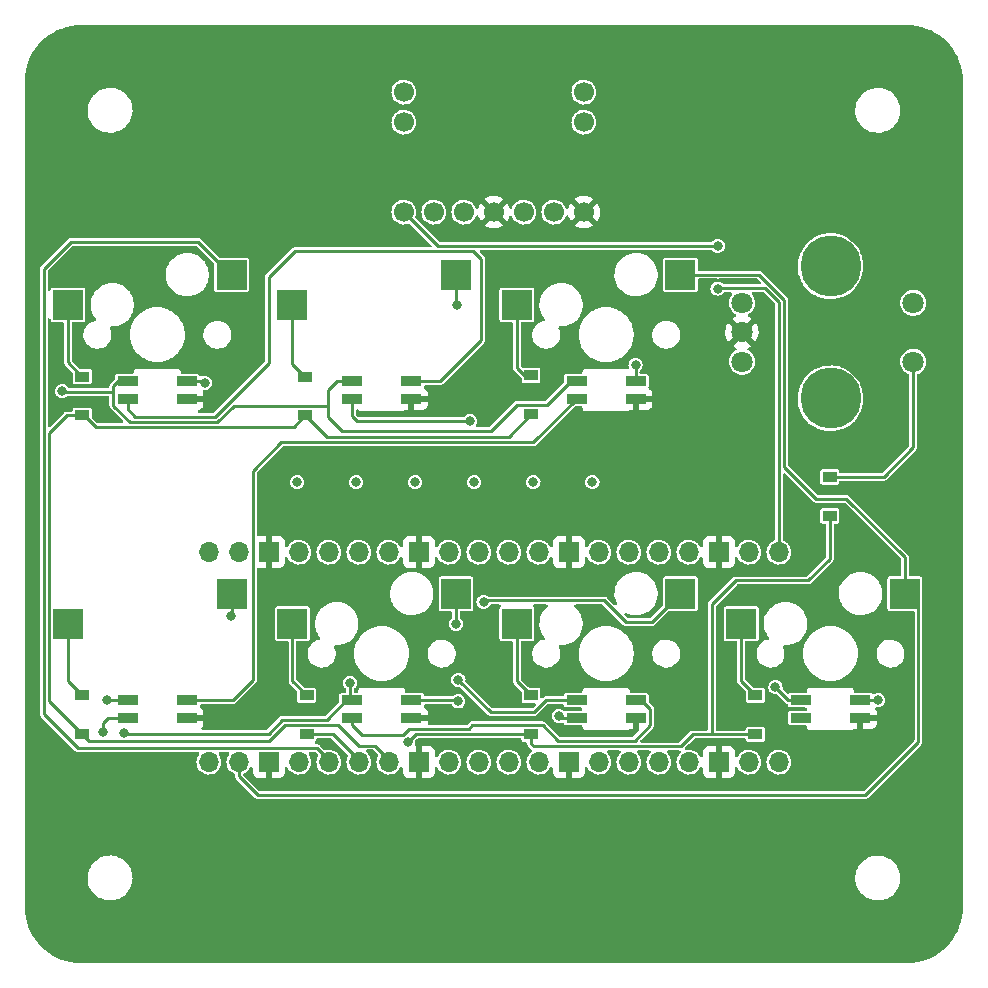
<source format=gbr>
%TF.GenerationSoftware,KiCad,Pcbnew,(6.0.0)*%
%TF.CreationDate,2022-01-03T17:45:39+09:00*%
%TF.ProjectId,MACRO-PAD,4d414352-4f2d-4504-9144-2e6b69636164,v0.2*%
%TF.SameCoordinates,Original*%
%TF.FileFunction,Copper,L2,Bot*%
%TF.FilePolarity,Positive*%
%FSLAX46Y46*%
G04 Gerber Fmt 4.6, Leading zero omitted, Abs format (unit mm)*
G04 Created by KiCad (PCBNEW (6.0.0)) date 2022-01-03 17:45:39*
%MOMM*%
%LPD*%
G01*
G04 APERTURE LIST*
%TA.AperFunction,ComponentPad*%
%ADD10C,1.700000*%
%TD*%
%TA.AperFunction,SMDPad,CuDef*%
%ADD11R,2.550000X2.500000*%
%TD*%
%TA.AperFunction,SMDPad,CuDef*%
%ADD12R,1.800000X0.820000*%
%TD*%
%TA.AperFunction,ComponentPad*%
%ADD13C,1.800000*%
%TD*%
%TA.AperFunction,ComponentPad*%
%ADD14C,5.161000*%
%TD*%
%TA.AperFunction,SMDPad,CuDef*%
%ADD15R,1.200000X0.900000*%
%TD*%
%TA.AperFunction,ComponentPad*%
%ADD16O,1.700000X1.700000*%
%TD*%
%TA.AperFunction,ComponentPad*%
%ADD17R,1.700000X1.700000*%
%TD*%
%TA.AperFunction,ViaPad*%
%ADD18C,0.800000*%
%TD*%
%TA.AperFunction,Conductor*%
%ADD19C,0.250000*%
%TD*%
G04 APERTURE END LIST*
D10*
%TO.P,U9,11*%
%TO.N,N/C*%
X136180000Y-64465310D03*
%TO.P,U9,10*%
X136180000Y-67005310D03*
%TO.P,U9,9*%
X120940000Y-67005310D03*
%TO.P,U9,8*%
X120940000Y-64465310D03*
%TO.P,U9,7,GND*%
%TO.N,GND*%
X136180000Y-74625310D03*
%TO.P,U9,6,CC2*%
%TO.N,unconnected-(U9-Pad6)*%
X133640000Y-74625310D03*
%TO.P,U9,5,CC1*%
%TO.N,unconnected-(U9-Pad5)*%
X131100000Y-74625310D03*
%TO.P,U9,4,GND*%
%TO.N,GND*%
X128560000Y-74625310D03*
%TO.P,U9,3,D+*%
%TO.N,unconnected-(U9-Pad3)*%
X126020000Y-74625310D03*
%TO.P,U9,2,D-*%
%TO.N,unconnected-(U9-Pad2)*%
X123480000Y-74625310D03*
%TO.P,U9,1,VBUS*%
%TO.N,+5V*%
X120940000Y-74625310D03*
%TD*%
D11*
%TO.P,U7,1*%
%TO.N,col2*%
X163350000Y-106925800D03*
%TO.P,U7,2*%
%TO.N,Net-(D7-Pad2)*%
X149500000Y-109465800D03*
D12*
%TO.P,U7,3,VDD*%
%TO.N,+5V*%
X154560000Y-115955800D03*
%TO.P,U7,4,DOUT*%
%TO.N,unconnected-(U7-Pad4)*%
X154560000Y-117455800D03*
%TO.P,U7,5,GND*%
%TO.N,GND*%
X159560000Y-117455800D03*
%TO.P,U7,6,DIN*%
%TO.N,Net-(U6-Pad4)*%
X159560000Y-115955800D03*
%TD*%
D11*
%TO.P,U3,1*%
%TO.N,col2*%
X144350000Y-79925800D03*
%TO.P,U3,2*%
%TO.N,Net-(D3-Pad2)*%
X130500000Y-82465800D03*
D12*
%TO.P,U3,3,VDD*%
%TO.N,+5V*%
X135560000Y-88955800D03*
%TO.P,U3,4,DOUT*%
%TO.N,Net-(U3-Pad4)*%
X135560000Y-90455800D03*
%TO.P,U3,5,GND*%
%TO.N,GND*%
X140560000Y-90455800D03*
%TO.P,U3,6,DIN*%
%TO.N,Net-(U2-Pad4)*%
X140560000Y-88955800D03*
%TD*%
D11*
%TO.P,U4,1*%
%TO.N,col3*%
X106350000Y-106925800D03*
%TO.P,U4,2*%
%TO.N,Net-(D4-Pad2)*%
X92500000Y-109465800D03*
D12*
%TO.P,U4,3,VDD*%
%TO.N,+5V*%
X97560000Y-115955800D03*
%TO.P,U4,4,DOUT*%
%TO.N,Net-(U4-Pad4)*%
X97560000Y-117455800D03*
%TO.P,U4,5,GND*%
%TO.N,GND*%
X102560000Y-117455800D03*
%TO.P,U4,6,DIN*%
%TO.N,Net-(U3-Pad4)*%
X102560000Y-115955800D03*
%TD*%
D11*
%TO.P,U6,1*%
%TO.N,col1*%
X144350000Y-106925800D03*
%TO.P,U6,2*%
%TO.N,Net-(D6-Pad2)*%
X130500000Y-109465800D03*
D12*
%TO.P,U6,3,VDD*%
%TO.N,+5V*%
X135560000Y-115955800D03*
%TO.P,U6,4,DOUT*%
%TO.N,Net-(U6-Pad4)*%
X135560000Y-117455800D03*
%TO.P,U6,5,GND*%
%TO.N,GND*%
X140560000Y-117455800D03*
%TO.P,U6,6,DIN*%
%TO.N,Net-(U5-Pad4)*%
X140560000Y-115955800D03*
%TD*%
D13*
%TO.P,U8,1,COM*%
%TO.N,col3*%
X164060000Y-82302800D03*
%TO.P,U8,2,NO*%
%TO.N,Net-(D8-Pad2)*%
X164060000Y-87302800D03*
%TO.P,U8,A1,CHANNEL_A*%
%TO.N,A1*%
X149560000Y-82302800D03*
%TO.P,U8,B1,CHANNEL_B*%
%TO.N,B1*%
X149560000Y-87302800D03*
%TO.P,U8,C1,COMMON*%
%TO.N,GND*%
X149560000Y-84802800D03*
D14*
%TO.P,U8,MH1,MH1*%
%TO.N,unconnected-(U8-PadMH1)*%
X157060000Y-79202800D03*
%TO.P,U8,MH2,MH2*%
%TO.N,unconnected-(U8-PadMH2)*%
X157060000Y-90402800D03*
%TD*%
D11*
%TO.P,U2,1*%
%TO.N,col1*%
X125350000Y-79925800D03*
%TO.P,U2,2*%
%TO.N,Net-(D2-Pad2)*%
X111500000Y-82465800D03*
D12*
%TO.P,U2,3,VDD*%
%TO.N,+5V*%
X116560000Y-88955800D03*
%TO.P,U2,4,DOUT*%
%TO.N,Net-(U2-Pad4)*%
X116560000Y-90455800D03*
%TO.P,U2,5,GND*%
%TO.N,GND*%
X121560000Y-90455800D03*
%TO.P,U2,6,DIN*%
%TO.N,Net-(U1-Pad4)*%
X121560000Y-88955800D03*
%TD*%
D11*
%TO.P,U5,1*%
%TO.N,col0*%
X125350000Y-106925800D03*
%TO.P,U5,2*%
%TO.N,Net-(D5-Pad2)*%
X111500000Y-109465800D03*
D12*
%TO.P,U5,3,VDD*%
%TO.N,+5V*%
X116560000Y-115955800D03*
%TO.P,U5,4,DOUT*%
%TO.N,Net-(U5-Pad4)*%
X116560000Y-117455800D03*
%TO.P,U5,5,GND*%
%TO.N,GND*%
X121560000Y-117455800D03*
%TO.P,U5,6,DIN*%
%TO.N,Net-(U4-Pad4)*%
X121560000Y-115955800D03*
%TD*%
D11*
%TO.P,U1,1*%
%TO.N,col0*%
X106350000Y-79925800D03*
%TO.P,U1,2*%
%TO.N,Net-(D1-Pad2)*%
X92500000Y-82465800D03*
D12*
%TO.P,U1,3,VDD*%
%TO.N,+5V*%
X97560000Y-88955800D03*
%TO.P,U1,4,DOUT*%
%TO.N,Net-(U1-Pad4)*%
X97560000Y-90455800D03*
%TO.P,U1,5,GND*%
%TO.N,GND*%
X102560000Y-90455800D03*
%TO.P,U1,6,DIN*%
%TO.N,LED*%
X102560000Y-88955800D03*
%TD*%
D15*
%TO.P,D3,1,K*%
%TO.N,row0*%
X131700000Y-91750000D03*
%TO.P,D3,2,A*%
%TO.N,Net-(D3-Pad2)*%
X131700000Y-88450000D03*
%TD*%
%TO.P,D6,1,K*%
%TO.N,row1*%
X131700000Y-118850000D03*
%TO.P,D6,2,A*%
%TO.N,Net-(D6-Pad2)*%
X131700000Y-115550000D03*
%TD*%
%TO.P,D7,1,K*%
%TO.N,row1*%
X150700000Y-118850000D03*
%TO.P,D7,2,A*%
%TO.N,Net-(D7-Pad2)*%
X150700000Y-115550000D03*
%TD*%
%TO.P,D2,1,K*%
%TO.N,row0*%
X112600000Y-91850000D03*
%TO.P,D2,2,A*%
%TO.N,Net-(D2-Pad2)*%
X112600000Y-88550000D03*
%TD*%
%TO.P,D1,1,K*%
%TO.N,row0*%
X93700000Y-91850000D03*
%TO.P,D1,2,A*%
%TO.N,Net-(D1-Pad2)*%
X93700000Y-88550000D03*
%TD*%
D16*
%TO.P,J1,1,GP0*%
%TO.N,unconnected-(J1-Pad1)*%
X152690000Y-121192800D03*
%TO.P,J1,2,GP1*%
%TO.N,unconnected-(J1-Pad2)*%
X150150000Y-121192800D03*
D17*
%TO.P,J1,3,GND_1*%
%TO.N,GND*%
X147610000Y-121192800D03*
D16*
%TO.P,J1,4,GP2*%
%TO.N,unconnected-(J1-Pad4)*%
X145070000Y-121192800D03*
%TO.P,J1,5,GP3*%
%TO.N,unconnected-(J1-Pad5)*%
X142530000Y-121192800D03*
%TO.P,J1,6,GP4*%
%TO.N,unconnected-(J1-Pad6)*%
X139990000Y-121192800D03*
%TO.P,J1,7,GP5*%
%TO.N,unconnected-(J1-Pad7)*%
X137450000Y-121192800D03*
D17*
%TO.P,J1,8,GND_2*%
%TO.N,GND*%
X134910000Y-121192800D03*
D16*
%TO.P,J1,9,GP6*%
%TO.N,unconnected-(J1-Pad9)*%
X132370000Y-121192800D03*
%TO.P,J1,10,GP7*%
%TO.N,A1*%
X129830000Y-121192800D03*
%TO.P,J1,11,GP8*%
%TO.N,B1*%
X127290000Y-121192800D03*
%TO.P,J1,12,GP9*%
%TO.N,LED*%
X124750000Y-121192800D03*
D17*
%TO.P,J1,13,GND_3*%
%TO.N,GND*%
X122210000Y-121192800D03*
D16*
%TO.P,J1,14,GP10*%
%TO.N,row0*%
X119670000Y-121192800D03*
%TO.P,J1,15,GP11*%
%TO.N,row1*%
X117130000Y-121192800D03*
%TO.P,J1,16,GP12*%
%TO.N,col0*%
X114590000Y-121192800D03*
%TO.P,J1,17,GP13*%
%TO.N,col1*%
X112050000Y-121192800D03*
D17*
%TO.P,J1,18,GND_4*%
%TO.N,GND*%
X109510000Y-121192800D03*
D16*
%TO.P,J1,19,GP14*%
%TO.N,col2*%
X106970000Y-121192800D03*
%TO.P,J1,20,GP15*%
%TO.N,col3*%
X104430000Y-121192800D03*
%TO.P,J1,21,GP16*%
%TO.N,unconnected-(J1-Pad21)*%
X104430000Y-103412800D03*
%TO.P,J1,22,GP17*%
%TO.N,unconnected-(J1-Pad22)*%
X106970000Y-103412800D03*
D17*
%TO.P,J1,23,GND_5*%
%TO.N,GND*%
X109510000Y-103412800D03*
D16*
%TO.P,J1,24,GP18*%
%TO.N,unconnected-(J1-Pad24)*%
X112050000Y-103412800D03*
%TO.P,J1,25,GP19*%
%TO.N,unconnected-(J1-Pad25)*%
X114590000Y-103412800D03*
%TO.P,J1,26,GP20*%
%TO.N,unconnected-(J1-Pad26)*%
X117130000Y-103412800D03*
%TO.P,J1,27,GP21*%
%TO.N,unconnected-(J1-Pad27)*%
X119670000Y-103412800D03*
D17*
%TO.P,J1,28,GND_6*%
%TO.N,GND*%
X122210000Y-103412800D03*
D16*
%TO.P,J1,29,GP22*%
%TO.N,unconnected-(J1-Pad29)*%
X124750000Y-103412800D03*
%TO.P,J1,30,RUN*%
%TO.N,unconnected-(J1-Pad30)*%
X127290000Y-103412800D03*
%TO.P,J1,31,GP26_A0*%
%TO.N,unconnected-(J1-Pad31)*%
X129830000Y-103412800D03*
%TO.P,J1,32,GP27_A1*%
%TO.N,unconnected-(J1-Pad32)*%
X132370000Y-103412800D03*
D17*
%TO.P,J1,33,GND_7*%
%TO.N,GND*%
X134910000Y-103412800D03*
D16*
%TO.P,J1,34,GP28_A2*%
%TO.N,unconnected-(J1-Pad34)*%
X137450000Y-103412800D03*
%TO.P,J1,35,ADC_VREF*%
%TO.N,unconnected-(J1-Pad35)*%
X139990000Y-103412800D03*
%TO.P,J1,36,3V3(OUT)*%
%TO.N,unconnected-(J1-Pad36)*%
X142530000Y-103412800D03*
%TO.P,J1,37,3V3_EN*%
%TO.N,unconnected-(J1-Pad37)*%
X145070000Y-103412800D03*
D17*
%TO.P,J1,38,GND_8*%
%TO.N,GND*%
X147610000Y-103412800D03*
D16*
%TO.P,J1,39,VSYS*%
%TO.N,unconnected-(J1-Pad39)*%
X150150000Y-103412800D03*
%TO.P,J1,40,VBUS*%
%TO.N,+5V*%
X152690000Y-103412800D03*
%TD*%
D15*
%TO.P,D8,1,K*%
%TO.N,row1*%
X157000000Y-100350000D03*
%TO.P,D8,2,A*%
%TO.N,Net-(D8-Pad2)*%
X157000000Y-97050000D03*
%TD*%
%TO.P,D4,1,K*%
%TO.N,row0*%
X93700000Y-118850000D03*
%TO.P,D4,2,A*%
%TO.N,Net-(D4-Pad2)*%
X93700000Y-115550000D03*
%TD*%
%TO.P,D5,1,K*%
%TO.N,row1*%
X112700000Y-118850000D03*
%TO.P,D5,2,A*%
%TO.N,Net-(D5-Pad2)*%
X112700000Y-115550000D03*
%TD*%
D18*
%TO.N,*%
X116900000Y-97500000D03*
X111900000Y-97500000D03*
X131900000Y-97500000D03*
X136900000Y-97500000D03*
X126900000Y-97500000D03*
X121900000Y-97500000D03*
%TO.N,row1*%
X121279600Y-119535400D03*
%TO.N,GND*%
X141500000Y-62900000D03*
X123400000Y-133500000D03*
X107130000Y-117410000D03*
X100825000Y-67900000D03*
X123864200Y-117455800D03*
X105825000Y-62900000D03*
X138400000Y-128500000D03*
X108400000Y-128500000D03*
X151500000Y-62900000D03*
X143400000Y-133500000D03*
X113400000Y-128500000D03*
X146500000Y-62900000D03*
X143400000Y-128500000D03*
X115825000Y-67900000D03*
X133400000Y-128500000D03*
X115825000Y-62900000D03*
X100825000Y-62900000D03*
X118400000Y-133500000D03*
X148400000Y-133500000D03*
X105825000Y-67900000D03*
X153400000Y-128500000D03*
X153400000Y-133500000D03*
X146500000Y-67900000D03*
X123400000Y-128500000D03*
X108400000Y-133500000D03*
X118400000Y-128500000D03*
X148400000Y-128500000D03*
X128400000Y-128500000D03*
X110825000Y-62900000D03*
X133400000Y-133500000D03*
X103400000Y-133500000D03*
X141500000Y-67900000D03*
X151500000Y-67900000D03*
X156500000Y-62900000D03*
X156500000Y-67900000D03*
X128400000Y-133500000D03*
X113400000Y-133500000D03*
X103400000Y-128500000D03*
X138400000Y-133500000D03*
X110825000Y-67900000D03*
%TO.N,LED*%
X104083500Y-89079300D03*
%TO.N,col0*%
X125350000Y-109470000D03*
%TO.N,col1*%
X125440000Y-82500000D03*
X127690900Y-107633100D03*
%TO.N,col3*%
X106334500Y-108788400D03*
%TO.N,+5V*%
X95825000Y-115965000D03*
X97230000Y-118692300D03*
X152400000Y-114860000D03*
X116380000Y-114480000D03*
X147500000Y-81100000D03*
X147500000Y-77500000D03*
X92000000Y-89800000D03*
X125550000Y-114230000D03*
%TO.N,Net-(U2-Pad4)*%
X140550000Y-87570000D03*
X126530000Y-92340000D03*
%TO.N,Net-(U4-Pad4)*%
X125540000Y-116050000D03*
X95500000Y-118690000D03*
%TO.N,Net-(U6-Pad4)*%
X161088400Y-115955800D03*
X134055200Y-117280800D03*
%TD*%
D19*
%TO.N,row0*%
X109534500Y-119416800D02*
X110876700Y-118074600D01*
X94266800Y-119416800D02*
X109534500Y-119416800D01*
X93700000Y-91850000D02*
X93850000Y-91850000D01*
X90898100Y-116048100D02*
X93700000Y-118850000D01*
X93850000Y-91850000D02*
X94838720Y-92838720D01*
X93700000Y-118850000D02*
X94266800Y-119416800D01*
X94838720Y-92838720D02*
X111611280Y-92838720D01*
X111611280Y-92838720D02*
X112600000Y-91850000D01*
X93700000Y-91850000D02*
X92400000Y-91850000D01*
X92400000Y-91850000D02*
X90898100Y-93351900D01*
X119670000Y-120993196D02*
X119670000Y-121192800D01*
X129800000Y-93650000D02*
X114400000Y-93650000D01*
X114400000Y-93650000D02*
X112600000Y-91850000D01*
X110876700Y-118074600D02*
X115384600Y-118074600D01*
X131700000Y-91750000D02*
X129800000Y-93650000D01*
X118476804Y-119800000D02*
X119670000Y-120993196D01*
X115384600Y-118074600D02*
X117110000Y-119800000D01*
X90898100Y-93351900D02*
X90898100Y-116048100D01*
X117110000Y-119800000D02*
X118476804Y-119800000D01*
%TO.N,Net-(D1-Pad2)*%
X93700000Y-88550000D02*
X92500000Y-87350000D01*
X92500000Y-87350000D02*
X92500000Y-82465800D01*
%TO.N,Net-(D2-Pad2)*%
X111500000Y-82465800D02*
X111500000Y-87450000D01*
X111500000Y-87450000D02*
X112600000Y-88550000D01*
%TO.N,Net-(D3-Pad2)*%
X130500000Y-87800000D02*
X130500000Y-82465800D01*
X131150000Y-88450000D02*
X130500000Y-87800000D01*
X131700000Y-88450000D02*
X131150000Y-88450000D01*
%TO.N,Net-(D4-Pad2)*%
X93700000Y-115550000D02*
X92500000Y-114350000D01*
X92500000Y-114350000D02*
X92500000Y-109465800D01*
%TO.N,row1*%
X131237400Y-118850000D02*
X130774700Y-118850000D01*
X147000000Y-118850000D02*
X147000000Y-107840000D01*
X114926804Y-118850000D02*
X117130000Y-121053196D01*
X145390000Y-118850000D02*
X144365400Y-119874600D01*
X147000000Y-118850000D02*
X145390000Y-118850000D01*
X144365400Y-119874600D02*
X131949300Y-119874600D01*
X121965000Y-118850000D02*
X121279600Y-119535400D01*
X112700000Y-118850000D02*
X114926804Y-118850000D01*
X131949300Y-119874600D02*
X131700000Y-119625300D01*
X150700000Y-118850000D02*
X147000000Y-118850000D01*
X147000000Y-107840000D02*
X149020000Y-105820000D01*
X130774700Y-118850000D02*
X121965000Y-118850000D01*
X149020000Y-105820000D02*
X155180000Y-105820000D01*
X157000000Y-104000000D02*
X157000000Y-100350000D01*
X155180000Y-105820000D02*
X157000000Y-104000000D01*
X131700000Y-119625300D02*
X131700000Y-118850000D01*
X131237400Y-118850000D02*
X131700000Y-118850000D01*
X117130000Y-121053196D02*
X117130000Y-121192800D01*
%TO.N,Net-(D5-Pad2)*%
X111500000Y-114350000D02*
X111500000Y-109465800D01*
X112700000Y-115550000D02*
X111500000Y-114350000D01*
%TO.N,Net-(D6-Pad2)*%
X131700000Y-115550000D02*
X130500000Y-114350000D01*
X130500000Y-114350000D02*
X130500000Y-109465800D01*
%TO.N,Net-(D7-Pad2)*%
X150700000Y-115550000D02*
X149500000Y-114350000D01*
X149500000Y-114350000D02*
X149500000Y-109465800D01*
%TO.N,Net-(D8-Pad2)*%
X161560000Y-97050000D02*
X164060000Y-94550000D01*
X164060000Y-94550000D02*
X164060000Y-87302800D01*
X157000000Y-97050000D02*
X161560000Y-97050000D01*
%TO.N,GND*%
X102560000Y-117455800D02*
X103785300Y-117455800D01*
X102560000Y-117455800D02*
X107084200Y-117455800D01*
X107084200Y-117455800D02*
X107130000Y-117410000D01*
%TO.N,LED*%
X103785300Y-88955800D02*
X103960000Y-88955800D01*
X102560000Y-88955800D02*
X103785300Y-88955800D01*
X103960000Y-88955800D02*
X104083500Y-89079300D01*
%TO.N,col0*%
X90447800Y-79477800D02*
X92775600Y-77150000D01*
X103549200Y-77150000D02*
X106325000Y-79925800D01*
X90447800Y-117132100D02*
X90447800Y-79477800D01*
X113595093Y-120018289D02*
X93333989Y-120018289D01*
X114590000Y-121013196D02*
X113595093Y-120018289D01*
X106325000Y-79925800D02*
X106350000Y-79925800D01*
X93333989Y-120018289D02*
X90447800Y-117132100D01*
X92775600Y-77150000D02*
X103549200Y-77150000D01*
X114590000Y-121192800D02*
X114590000Y-121013196D01*
X125350000Y-109470000D02*
X125350000Y-106925800D01*
%TO.N,col1*%
X127812721Y-107511279D02*
X137921279Y-107511279D01*
X139770000Y-109360000D02*
X141915800Y-109360000D01*
X125440000Y-82500000D02*
X125350000Y-82410000D01*
X125350000Y-82410000D02*
X125350000Y-79925800D01*
X141915800Y-109360000D02*
X144350000Y-106925800D01*
X137921279Y-107511279D02*
X139770000Y-109360000D01*
X127690900Y-107633100D02*
X127812721Y-107511279D01*
%TO.N,col2*%
X106970000Y-122394881D02*
X106970000Y-121192800D01*
X163350000Y-103860000D02*
X163350000Y-106925800D01*
X153139511Y-96189511D02*
X155860000Y-98910000D01*
X153139511Y-82063807D02*
X153139511Y-96189511D01*
X108585119Y-124010000D02*
X106970000Y-122394881D01*
X155860000Y-98910000D02*
X158400000Y-98910000D01*
X158400000Y-98910000D02*
X163350000Y-103860000D01*
X164500000Y-108075800D02*
X164500000Y-119480000D01*
X144350000Y-79925800D02*
X151001504Y-79925800D01*
X159970000Y-124010000D02*
X108585119Y-124010000D01*
X164500000Y-119480000D02*
X159970000Y-124010000D01*
X151001504Y-79925800D02*
X153139511Y-82063807D01*
X163350000Y-106925800D02*
X164500000Y-108075800D01*
%TO.N,col3*%
X106350000Y-108772900D02*
X106334500Y-108788400D01*
X106350000Y-106925800D02*
X106350000Y-108772900D01*
%TO.N,+5V*%
X116560000Y-88955800D02*
X115254200Y-88955800D01*
X115680000Y-93180000D02*
X128300800Y-93180000D01*
X97709810Y-92389210D02*
X105156494Y-92389210D01*
X114493600Y-91993600D02*
X115680000Y-93180000D01*
X152690000Y-82250000D02*
X152690000Y-103412800D01*
X116380000Y-115775800D02*
X116560000Y-115955800D01*
X128300800Y-93180000D02*
X130540400Y-90940400D01*
X92065300Y-89865300D02*
X92000000Y-89800000D01*
X115254200Y-88955800D02*
X114493600Y-89716400D01*
X132993222Y-115955800D02*
X135560000Y-115955800D01*
X147500000Y-81100000D02*
X147521711Y-81078289D01*
X130540400Y-90940400D02*
X133085400Y-90940400D01*
X96334700Y-89384700D02*
X96334700Y-89865300D01*
X152400000Y-114860000D02*
X153495800Y-115955800D01*
X97560000Y-88955800D02*
X96763600Y-88955800D01*
X96334700Y-91014100D02*
X97709810Y-92389210D01*
X97317700Y-118780000D02*
X97230000Y-118692300D01*
X153495800Y-115955800D02*
X154560000Y-115955800D01*
X110635800Y-117624200D02*
X109480000Y-118780000D01*
X125550000Y-114230000D02*
X128280000Y-116960000D01*
X131989022Y-116960000D02*
X132993222Y-115955800D01*
X95834200Y-115955800D02*
X95825000Y-115965000D01*
X116380000Y-114480000D02*
X116380000Y-115775800D01*
X114493600Y-91006400D02*
X114493600Y-91993600D01*
X105156494Y-92389210D02*
X106539304Y-91006400D01*
X151518289Y-81078289D02*
X152690000Y-82250000D01*
X147500000Y-77500000D02*
X123814690Y-77500000D01*
X97560000Y-115955800D02*
X95834200Y-115955800D01*
X123814690Y-77500000D02*
X120940000Y-74625310D01*
X135070000Y-88955800D02*
X135560000Y-88955800D01*
X128280000Y-116960000D02*
X131989022Y-116960000D01*
X114401600Y-117624200D02*
X110635800Y-117624200D01*
X116070000Y-115955800D02*
X114401600Y-117624200D01*
X133085400Y-90940400D02*
X135070000Y-88955800D01*
X106539304Y-91006400D02*
X114493600Y-91006400D01*
X96334700Y-89865300D02*
X96334700Y-91014100D01*
X116560000Y-115955800D02*
X116070000Y-115955800D01*
X109480000Y-118780000D02*
X97317700Y-118780000D01*
X96763600Y-88955800D02*
X96334700Y-89384700D01*
X147521711Y-81078289D02*
X151518289Y-81078289D01*
X97425800Y-116090000D02*
X97560000Y-115955800D01*
X114493600Y-89716400D02*
X114493600Y-91006400D01*
X96334700Y-89865300D02*
X92065300Y-89865300D01*
%TO.N,Net-(U1-Pad4)*%
X123984200Y-88955800D02*
X127510000Y-85430000D01*
X121560000Y-88955800D02*
X123984200Y-88955800D01*
X109510000Y-80120000D02*
X109510000Y-87400000D01*
X111680489Y-77949511D02*
X109510000Y-80120000D01*
X127510000Y-78629022D02*
X126830489Y-77949511D01*
X98183900Y-91939700D02*
X97560000Y-91315800D01*
X126830489Y-77949511D02*
X111680489Y-77949511D01*
X127510000Y-85430000D02*
X127510000Y-78629022D01*
X97560000Y-91315800D02*
X97560000Y-90455800D01*
X104970300Y-91939700D02*
X98183900Y-91939700D01*
X109510000Y-87400000D02*
X104970300Y-91939700D01*
%TO.N,Net-(U2-Pad4)*%
X116560000Y-90455800D02*
X116560000Y-91930000D01*
X116560000Y-91930000D02*
X116970000Y-92340000D01*
X140560000Y-87580000D02*
X140550000Y-87570000D01*
X140560000Y-88955800D02*
X140560000Y-87580000D01*
X116970000Y-92340000D02*
X126530000Y-92340000D01*
%TO.N,Net-(U3-Pad4)*%
X110570000Y-94120000D02*
X131895800Y-94120000D01*
X106464200Y-115955800D02*
X108144511Y-114275489D01*
X131895800Y-94120000D02*
X135560000Y-90455800D01*
X102560000Y-115955800D02*
X106464200Y-115955800D01*
X108144511Y-114275489D02*
X108144511Y-96545489D01*
X135560000Y-90455800D02*
X135315000Y-90455800D01*
X108144511Y-96545489D02*
X110570000Y-94120000D01*
%TO.N,Net-(U4-Pad4)*%
X125445800Y-115955800D02*
X125540000Y-116050000D01*
X121560000Y-115955800D02*
X125445800Y-115955800D01*
X95500000Y-118690000D02*
X95500000Y-117850000D01*
X95500000Y-117850000D02*
X95894200Y-117455800D01*
X95894200Y-117455800D02*
X97560000Y-117455800D01*
%TO.N,Net-(U5-Pad4)*%
X116560000Y-118084296D02*
X116560000Y-117455800D01*
X120831900Y-118938500D02*
X117414204Y-118938500D01*
X141050000Y-115955800D02*
X141785300Y-116691100D01*
X121370800Y-118399600D02*
X120831900Y-118938500D01*
X133983200Y-119378600D02*
X132679100Y-118074500D01*
X140560000Y-115955800D02*
X141050000Y-115955800D01*
X141785300Y-116691100D02*
X141785300Y-118061000D01*
X141785300Y-118061000D02*
X140467700Y-119378600D01*
X126738300Y-118074500D02*
X126413200Y-118399600D01*
X132679100Y-118074500D02*
X126738300Y-118074500D01*
X140467700Y-119378600D02*
X133983200Y-119378600D01*
X126413200Y-118399600D02*
X121370800Y-118399600D01*
X117414204Y-118938500D02*
X116560000Y-118084296D01*
%TO.N,Net-(U6-Pad4)*%
X135560000Y-117455800D02*
X134230200Y-117455800D01*
X159560000Y-115955800D02*
X160785300Y-115955800D01*
X134230200Y-117455800D02*
X134055200Y-117280800D01*
X160785300Y-115955800D02*
X161088400Y-115955800D01*
%TD*%
%TA.AperFunction,Conductor*%
%TO.N,GND*%
G36*
X163547608Y-58807714D02*
G01*
X163563000Y-58810428D01*
X163573856Y-58808514D01*
X163579611Y-58808514D01*
X163597821Y-58807321D01*
X163903219Y-58820654D01*
X163966876Y-58823433D01*
X163977824Y-58824391D01*
X164373183Y-58876441D01*
X164383992Y-58878348D01*
X164773301Y-58964655D01*
X164783918Y-58967500D01*
X165164225Y-59087411D01*
X165174540Y-59091164D01*
X165542971Y-59243773D01*
X165552915Y-59248411D01*
X165906617Y-59432536D01*
X165916137Y-59438032D01*
X166252444Y-59652284D01*
X166261448Y-59658588D01*
X166577815Y-59901344D01*
X166586232Y-59908408D01*
X166590341Y-59912172D01*
X166880225Y-60177802D01*
X166887994Y-60185571D01*
X167157390Y-60479565D01*
X167164456Y-60487985D01*
X167407212Y-60804352D01*
X167413516Y-60813356D01*
X167627768Y-61149663D01*
X167633264Y-61159183D01*
X167817385Y-61512876D01*
X167822027Y-61522829D01*
X167974633Y-61891253D01*
X167978392Y-61901582D01*
X168098300Y-62281881D01*
X168101145Y-62292499D01*
X168187451Y-62681800D01*
X168189360Y-62692625D01*
X168241409Y-63087975D01*
X168242367Y-63098925D01*
X168258479Y-63467979D01*
X168257286Y-63486189D01*
X168257286Y-63491944D01*
X168255372Y-63502800D01*
X168257286Y-63513655D01*
X168258086Y-63518192D01*
X168260000Y-63540071D01*
X168260000Y-133471529D01*
X168258086Y-133493408D01*
X168255372Y-133508800D01*
X168257286Y-133519656D01*
X168257286Y-133525411D01*
X168258479Y-133543621D01*
X168242367Y-133912675D01*
X168241409Y-133923625D01*
X168189360Y-134318975D01*
X168187451Y-134329800D01*
X168101145Y-134719101D01*
X168098300Y-134729719D01*
X167978392Y-135110018D01*
X167974636Y-135120340D01*
X167929129Y-135230204D01*
X167822031Y-135488762D01*
X167817385Y-135498724D01*
X167633264Y-135852417D01*
X167627768Y-135861937D01*
X167413516Y-136198244D01*
X167407212Y-136207248D01*
X167164456Y-136523615D01*
X167157392Y-136532032D01*
X166943856Y-136765067D01*
X166887998Y-136826025D01*
X166880229Y-136833794D01*
X166586235Y-137103190D01*
X166577815Y-137110256D01*
X166261448Y-137353012D01*
X166252444Y-137359316D01*
X165916137Y-137573568D01*
X165906618Y-137579063D01*
X165552915Y-137763189D01*
X165542971Y-137767827D01*
X165174540Y-137920436D01*
X165164225Y-137924189D01*
X164783919Y-138044100D01*
X164773302Y-138046945D01*
X164383992Y-138133252D01*
X164373183Y-138135159D01*
X163977825Y-138187209D01*
X163966876Y-138188167D01*
X163903219Y-138190946D01*
X163597821Y-138204279D01*
X163579611Y-138203086D01*
X163573856Y-138203086D01*
X163563000Y-138201172D01*
X163552145Y-138203086D01*
X163547608Y-138203886D01*
X163525729Y-138205800D01*
X93594271Y-138205800D01*
X93572392Y-138203886D01*
X93567855Y-138203086D01*
X93557000Y-138201172D01*
X93546144Y-138203086D01*
X93540389Y-138203086D01*
X93522179Y-138204279D01*
X93216781Y-138190946D01*
X93153124Y-138188167D01*
X93142175Y-138187209D01*
X92746817Y-138135159D01*
X92736008Y-138133252D01*
X92346698Y-138046945D01*
X92336081Y-138044100D01*
X91955775Y-137924189D01*
X91945460Y-137920436D01*
X91577029Y-137767827D01*
X91567085Y-137763189D01*
X91213382Y-137579063D01*
X91203863Y-137573568D01*
X90867556Y-137359316D01*
X90858552Y-137353012D01*
X90542185Y-137110256D01*
X90533765Y-137103190D01*
X90239771Y-136833794D01*
X90232002Y-136826025D01*
X90176145Y-136765067D01*
X89962608Y-136532032D01*
X89955544Y-136523615D01*
X89712788Y-136207248D01*
X89706484Y-136198244D01*
X89492232Y-135861937D01*
X89486736Y-135852417D01*
X89302615Y-135498724D01*
X89297969Y-135488762D01*
X89190872Y-135230204D01*
X89145364Y-135120340D01*
X89141608Y-135110018D01*
X89021700Y-134729719D01*
X89018855Y-134719101D01*
X88932549Y-134329800D01*
X88930640Y-134318975D01*
X88878591Y-133923625D01*
X88877633Y-133912675D01*
X88861521Y-133543621D01*
X88862714Y-133525411D01*
X88862714Y-133519656D01*
X88864628Y-133508800D01*
X88861914Y-133493408D01*
X88860000Y-133471529D01*
X88860000Y-130945967D01*
X94156087Y-130945967D01*
X94158438Y-131005800D01*
X94166650Y-131214828D01*
X94214991Y-131479518D01*
X94300145Y-131734756D01*
X94420413Y-131975449D01*
X94573395Y-132196795D01*
X94756038Y-132394378D01*
X94759492Y-132397190D01*
X94961243Y-132561441D01*
X94961247Y-132561444D01*
X94964700Y-132564255D01*
X94968522Y-132566556D01*
X95124422Y-132660415D01*
X95195215Y-132703036D01*
X95291761Y-132743918D01*
X95438882Y-132806217D01*
X95438887Y-132806219D01*
X95442985Y-132807954D01*
X95447282Y-132809093D01*
X95447287Y-132809095D01*
X95698766Y-132875773D01*
X95703066Y-132876913D01*
X95707483Y-132877436D01*
X95707484Y-132877436D01*
X95789957Y-132887197D01*
X95970269Y-132908538D01*
X96239263Y-132902199D01*
X96243658Y-132901467D01*
X96243663Y-132901467D01*
X96500277Y-132858755D01*
X96500281Y-132858754D01*
X96504679Y-132858022D01*
X96671553Y-132805247D01*
X96756977Y-132778231D01*
X96756979Y-132778230D01*
X96761223Y-132776888D01*
X97003776Y-132660415D01*
X97007482Y-132657939D01*
X97223790Y-132513407D01*
X97223794Y-132513404D01*
X97227498Y-132510929D01*
X97230815Y-132507958D01*
X97230819Y-132507955D01*
X97424607Y-132334384D01*
X97424608Y-132334383D01*
X97427925Y-132331412D01*
X97601058Y-132125445D01*
X97743444Y-131897138D01*
X97852240Y-131651046D01*
X97925276Y-131392080D01*
X97930357Y-131354253D01*
X97960667Y-131128589D01*
X97960668Y-131128581D01*
X97961094Y-131125407D01*
X97964853Y-131005800D01*
X97960617Y-130945967D01*
X159156087Y-130945967D01*
X159158438Y-131005800D01*
X159166650Y-131214828D01*
X159214991Y-131479518D01*
X159300145Y-131734756D01*
X159420413Y-131975449D01*
X159573395Y-132196795D01*
X159756038Y-132394378D01*
X159759492Y-132397190D01*
X159961243Y-132561441D01*
X159961247Y-132561444D01*
X159964700Y-132564255D01*
X159968522Y-132566556D01*
X160124422Y-132660415D01*
X160195215Y-132703036D01*
X160291761Y-132743918D01*
X160438882Y-132806217D01*
X160438887Y-132806219D01*
X160442985Y-132807954D01*
X160447282Y-132809093D01*
X160447287Y-132809095D01*
X160698766Y-132875773D01*
X160703066Y-132876913D01*
X160707483Y-132877436D01*
X160707484Y-132877436D01*
X160789957Y-132887197D01*
X160970269Y-132908538D01*
X161239263Y-132902199D01*
X161243658Y-132901467D01*
X161243663Y-132901467D01*
X161500277Y-132858755D01*
X161500281Y-132858754D01*
X161504679Y-132858022D01*
X161671553Y-132805247D01*
X161756977Y-132778231D01*
X161756979Y-132778230D01*
X161761223Y-132776888D01*
X162003776Y-132660415D01*
X162007482Y-132657939D01*
X162223790Y-132513407D01*
X162223794Y-132513404D01*
X162227498Y-132510929D01*
X162230815Y-132507958D01*
X162230819Y-132507955D01*
X162424607Y-132334384D01*
X162424608Y-132334383D01*
X162427925Y-132331412D01*
X162601058Y-132125445D01*
X162743444Y-131897138D01*
X162852240Y-131651046D01*
X162925276Y-131392080D01*
X162930357Y-131354253D01*
X162960667Y-131128589D01*
X162960668Y-131128581D01*
X162961094Y-131125407D01*
X162964853Y-131005800D01*
X162945850Y-130737404D01*
X162932194Y-130673973D01*
X162890155Y-130478715D01*
X162889218Y-130474363D01*
X162869714Y-130421493D01*
X162797630Y-130226103D01*
X162796089Y-130221926D01*
X162668321Y-129985129D01*
X162508462Y-129768697D01*
X162465988Y-129725550D01*
X162322833Y-129580130D01*
X162319702Y-129576949D01*
X162316163Y-129574248D01*
X162316156Y-129574242D01*
X162109348Y-129416412D01*
X162105808Y-129413710D01*
X161871047Y-129282237D01*
X161866908Y-129280636D01*
X161866900Y-129280632D01*
X161681600Y-129208946D01*
X161620104Y-129185155D01*
X161615779Y-129184152D01*
X161615774Y-129184151D01*
X161471762Y-129150771D01*
X161357985Y-129124399D01*
X161089920Y-129101182D01*
X161085485Y-129101426D01*
X161085481Y-129101426D01*
X160976438Y-129107427D01*
X160821259Y-129115967D01*
X160557361Y-129168460D01*
X160389048Y-129227567D01*
X160307700Y-129256134D01*
X160307697Y-129256135D01*
X160303492Y-129257612D01*
X160299539Y-129259665D01*
X160299533Y-129259668D01*
X160164706Y-129329706D01*
X160064717Y-129381646D01*
X160061102Y-129384229D01*
X160061096Y-129384233D01*
X159955460Y-129459722D01*
X159845801Y-129538086D01*
X159842574Y-129541164D01*
X159842572Y-129541166D01*
X159807900Y-129574242D01*
X159651111Y-129723810D01*
X159648355Y-129727306D01*
X159603504Y-129784200D01*
X159484533Y-129935114D01*
X159420861Y-130044733D01*
X159351627Y-130163927D01*
X159351624Y-130163933D01*
X159349389Y-130167781D01*
X159347715Y-130171915D01*
X159250050Y-130413036D01*
X159250047Y-130413044D01*
X159248377Y-130417168D01*
X159183512Y-130678300D01*
X159156087Y-130945967D01*
X97960617Y-130945967D01*
X97945850Y-130737404D01*
X97932194Y-130673973D01*
X97890155Y-130478715D01*
X97889218Y-130474363D01*
X97869714Y-130421493D01*
X97797630Y-130226103D01*
X97796089Y-130221926D01*
X97668321Y-129985129D01*
X97508462Y-129768697D01*
X97465988Y-129725550D01*
X97322833Y-129580130D01*
X97319702Y-129576949D01*
X97316163Y-129574248D01*
X97316156Y-129574242D01*
X97109348Y-129416412D01*
X97105808Y-129413710D01*
X96871047Y-129282237D01*
X96866908Y-129280636D01*
X96866900Y-129280632D01*
X96681600Y-129208946D01*
X96620104Y-129185155D01*
X96615779Y-129184152D01*
X96615774Y-129184151D01*
X96471762Y-129150771D01*
X96357985Y-129124399D01*
X96089920Y-129101182D01*
X96085485Y-129101426D01*
X96085481Y-129101426D01*
X95976438Y-129107427D01*
X95821259Y-129115967D01*
X95557361Y-129168460D01*
X95389048Y-129227567D01*
X95307700Y-129256134D01*
X95307697Y-129256135D01*
X95303492Y-129257612D01*
X95299539Y-129259665D01*
X95299533Y-129259668D01*
X95164706Y-129329706D01*
X95064717Y-129381646D01*
X95061102Y-129384229D01*
X95061096Y-129384233D01*
X94955460Y-129459722D01*
X94845801Y-129538086D01*
X94842574Y-129541164D01*
X94842572Y-129541166D01*
X94807900Y-129574242D01*
X94651111Y-129723810D01*
X94648355Y-129727306D01*
X94603504Y-129784200D01*
X94484533Y-129935114D01*
X94420861Y-130044733D01*
X94351627Y-130163927D01*
X94351624Y-130163933D01*
X94349389Y-130167781D01*
X94347715Y-130171915D01*
X94250050Y-130413036D01*
X94250047Y-130413044D01*
X94248377Y-130417168D01*
X94183512Y-130678300D01*
X94156087Y-130945967D01*
X88860000Y-130945967D01*
X88860000Y-117160907D01*
X90118536Y-117160907D01*
X90128233Y-117197093D01*
X90128291Y-117197310D01*
X90130670Y-117208042D01*
X90137212Y-117245145D01*
X90142723Y-117254690D01*
X90143915Y-117257966D01*
X90145392Y-117261134D01*
X90148246Y-117271784D01*
X90158488Y-117286410D01*
X90169855Y-117302644D01*
X90175761Y-117311915D01*
X90186674Y-117330816D01*
X90194606Y-117344555D01*
X90219559Y-117365493D01*
X90223482Y-117368785D01*
X90231585Y-117376211D01*
X93089878Y-120234504D01*
X93097305Y-120242608D01*
X93121534Y-120271483D01*
X93131083Y-120276996D01*
X93154174Y-120290328D01*
X93163445Y-120296234D01*
X93194305Y-120317843D01*
X93204955Y-120320697D01*
X93208123Y-120322174D01*
X93211399Y-120323366D01*
X93220944Y-120328877D01*
X93254688Y-120334827D01*
X93258047Y-120335419D01*
X93268774Y-120337797D01*
X93305182Y-120347553D01*
X93316158Y-120346593D01*
X93316161Y-120346593D01*
X93342732Y-120344268D01*
X93353713Y-120343789D01*
X103500808Y-120343789D01*
X103568929Y-120363791D01*
X103615422Y-120417447D01*
X103625526Y-120487721D01*
X103597329Y-120550780D01*
X103559024Y-120596430D01*
X103556056Y-120601828D01*
X103556053Y-120601833D01*
X103464722Y-120767966D01*
X103459776Y-120776962D01*
X103397484Y-120973332D01*
X103396798Y-120979449D01*
X103396797Y-120979453D01*
X103394865Y-120996679D01*
X103374520Y-121178062D01*
X103391759Y-121383353D01*
X103448544Y-121581386D01*
X103451359Y-121586863D01*
X103451360Y-121586866D01*
X103515666Y-121711992D01*
X103542712Y-121764618D01*
X103670677Y-121926070D01*
X103827564Y-122059591D01*
X104007398Y-122160097D01*
X104102238Y-122190913D01*
X104197471Y-122221856D01*
X104197475Y-122221857D01*
X104203329Y-122223759D01*
X104407894Y-122248151D01*
X104414029Y-122247679D01*
X104414031Y-122247679D01*
X104470039Y-122243369D01*
X104613300Y-122232346D01*
X104619230Y-122230690D01*
X104619232Y-122230690D01*
X104805797Y-122178600D01*
X104805796Y-122178600D01*
X104811725Y-122176945D01*
X104817214Y-122174172D01*
X104817220Y-122174170D01*
X104990116Y-122086833D01*
X104995610Y-122084058D01*
X105157951Y-121957224D01*
X105292564Y-121801272D01*
X105313387Y-121764618D01*
X105391276Y-121627507D01*
X105394323Y-121622144D01*
X105459351Y-121426663D01*
X105485171Y-121222274D01*
X105485583Y-121192800D01*
X105465480Y-120987770D01*
X105405935Y-120790549D01*
X105309218Y-120608649D01*
X105260916Y-120549425D01*
X105233362Y-120483993D01*
X105245557Y-120414052D01*
X105293630Y-120361807D01*
X105358559Y-120343789D01*
X106040808Y-120343789D01*
X106108929Y-120363791D01*
X106155422Y-120417447D01*
X106165526Y-120487721D01*
X106137329Y-120550780D01*
X106099024Y-120596430D01*
X106096056Y-120601828D01*
X106096053Y-120601833D01*
X106004722Y-120767966D01*
X105999776Y-120776962D01*
X105937484Y-120973332D01*
X105936798Y-120979449D01*
X105936797Y-120979453D01*
X105934865Y-120996679D01*
X105914520Y-121178062D01*
X105931759Y-121383353D01*
X105988544Y-121581386D01*
X105991359Y-121586863D01*
X105991360Y-121586866D01*
X106055666Y-121711992D01*
X106082712Y-121764618D01*
X106210677Y-121926070D01*
X106367564Y-122059591D01*
X106547398Y-122160097D01*
X106553255Y-122162000D01*
X106557441Y-122163360D01*
X106616045Y-122203436D01*
X106643679Y-122268834D01*
X106644500Y-122283192D01*
X106644500Y-122375171D01*
X106644020Y-122386153D01*
X106641839Y-122411085D01*
X106640736Y-122423688D01*
X106643590Y-122434337D01*
X106650491Y-122460091D01*
X106652870Y-122470823D01*
X106659412Y-122507926D01*
X106664923Y-122517471D01*
X106666115Y-122520747D01*
X106667592Y-122523915D01*
X106670446Y-122534565D01*
X106681814Y-122550800D01*
X106692055Y-122565425D01*
X106697961Y-122574696D01*
X106711293Y-122597787D01*
X106716806Y-122607336D01*
X106725251Y-122614422D01*
X106745682Y-122631566D01*
X106753785Y-122638992D01*
X108341014Y-124226222D01*
X108348434Y-124234318D01*
X108372664Y-124263194D01*
X108382207Y-124268704D01*
X108382211Y-124268707D01*
X108405298Y-124282036D01*
X108414567Y-124287940D01*
X108445435Y-124309554D01*
X108456083Y-124312407D01*
X108459254Y-124313886D01*
X108462530Y-124315078D01*
X108472074Y-124320588D01*
X108509195Y-124327134D01*
X108519902Y-124329508D01*
X108556312Y-124339263D01*
X108567287Y-124338303D01*
X108567289Y-124338303D01*
X108593850Y-124335979D01*
X108604831Y-124335500D01*
X159950290Y-124335500D01*
X159961272Y-124335980D01*
X159987820Y-124338303D01*
X159987822Y-124338303D01*
X159998807Y-124339264D01*
X160035215Y-124329508D01*
X160045942Y-124327130D01*
X160049301Y-124326538D01*
X160083045Y-124320588D01*
X160092590Y-124315077D01*
X160095866Y-124313885D01*
X160099034Y-124312408D01*
X160109684Y-124309554D01*
X160140550Y-124287941D01*
X160149815Y-124282039D01*
X160172906Y-124268707D01*
X160182455Y-124263194D01*
X160206685Y-124234317D01*
X160214111Y-124226215D01*
X164716225Y-119724101D01*
X164724331Y-119716673D01*
X164744748Y-119699542D01*
X164744749Y-119699541D01*
X164753194Y-119692455D01*
X164772039Y-119659815D01*
X164777943Y-119650547D01*
X164793231Y-119628713D01*
X164799553Y-119619684D01*
X164802406Y-119609038D01*
X164803883Y-119605870D01*
X164805076Y-119602593D01*
X164810588Y-119593045D01*
X164817132Y-119555931D01*
X164819512Y-119545196D01*
X164826410Y-119519454D01*
X164829263Y-119508807D01*
X164828203Y-119496682D01*
X164825979Y-119471269D01*
X164825500Y-119460288D01*
X164825500Y-108095510D01*
X164825980Y-108084528D01*
X164828303Y-108057981D01*
X164828303Y-108057979D01*
X164829264Y-108046993D01*
X164826409Y-108036340D01*
X164825979Y-108031421D01*
X164825500Y-108020439D01*
X164825500Y-105656052D01*
X164813867Y-105597569D01*
X164769552Y-105531248D01*
X164703231Y-105486933D01*
X164691062Y-105484512D01*
X164691061Y-105484512D01*
X164650816Y-105476507D01*
X164644748Y-105475300D01*
X163801500Y-105475300D01*
X163733379Y-105455298D01*
X163686886Y-105401642D01*
X163675500Y-105349300D01*
X163675500Y-103879713D01*
X163675979Y-103868732D01*
X163678303Y-103842170D01*
X163678303Y-103842168D01*
X163679263Y-103831193D01*
X163669508Y-103794783D01*
X163667133Y-103784072D01*
X163662501Y-103757806D01*
X163660588Y-103746955D01*
X163655079Y-103737412D01*
X163653888Y-103734140D01*
X163652408Y-103730967D01*
X163649554Y-103720316D01*
X163627945Y-103689456D01*
X163622039Y-103680185D01*
X163608707Y-103657094D01*
X163603194Y-103647545D01*
X163574317Y-103623315D01*
X163566215Y-103615889D01*
X158644111Y-98693785D01*
X158636684Y-98685681D01*
X158619541Y-98665251D01*
X158619542Y-98665251D01*
X158612455Y-98656806D01*
X158602906Y-98651293D01*
X158579815Y-98637961D01*
X158570544Y-98632055D01*
X158548715Y-98616770D01*
X158539684Y-98610446D01*
X158529034Y-98607592D01*
X158525866Y-98606115D01*
X158522590Y-98604923D01*
X158513045Y-98599412D01*
X158479301Y-98593462D01*
X158475942Y-98592870D01*
X158465215Y-98590492D01*
X158428807Y-98580736D01*
X158417822Y-98581697D01*
X158417820Y-98581697D01*
X158391272Y-98584020D01*
X158380290Y-98584500D01*
X156047017Y-98584500D01*
X155978896Y-98564498D01*
X155957922Y-98547595D01*
X154930075Y-97519748D01*
X156199500Y-97519748D01*
X156211133Y-97578231D01*
X156255448Y-97644552D01*
X156321769Y-97688867D01*
X156333938Y-97691288D01*
X156333939Y-97691288D01*
X156374184Y-97699293D01*
X156380252Y-97700500D01*
X157619748Y-97700500D01*
X157625816Y-97699293D01*
X157666061Y-97691288D01*
X157666062Y-97691288D01*
X157678231Y-97688867D01*
X157744552Y-97644552D01*
X157788867Y-97578231D01*
X157800500Y-97519748D01*
X157800500Y-97501500D01*
X157820502Y-97433379D01*
X157874158Y-97386886D01*
X157926500Y-97375500D01*
X161540290Y-97375500D01*
X161551272Y-97375980D01*
X161577820Y-97378303D01*
X161577822Y-97378303D01*
X161588807Y-97379264D01*
X161625215Y-97369508D01*
X161635942Y-97367130D01*
X161639301Y-97366538D01*
X161673045Y-97360588D01*
X161682590Y-97355077D01*
X161685866Y-97353885D01*
X161689034Y-97352408D01*
X161699684Y-97349554D01*
X161730544Y-97327945D01*
X161739815Y-97322039D01*
X161762906Y-97308707D01*
X161772455Y-97303194D01*
X161796685Y-97274317D01*
X161804111Y-97266215D01*
X164276215Y-94794111D01*
X164284319Y-94786684D01*
X164304749Y-94769541D01*
X164313194Y-94762455D01*
X164318707Y-94752906D01*
X164332039Y-94729815D01*
X164337945Y-94720544D01*
X164353230Y-94698715D01*
X164359554Y-94689684D01*
X164362408Y-94679034D01*
X164363885Y-94675866D01*
X164365077Y-94672590D01*
X164370588Y-94663045D01*
X164377130Y-94625942D01*
X164379509Y-94615210D01*
X164386410Y-94589456D01*
X164389264Y-94578807D01*
X164385980Y-94541272D01*
X164385500Y-94530290D01*
X164385500Y-88444857D01*
X164405502Y-88376736D01*
X164459158Y-88330243D01*
X164470999Y-88325544D01*
X164504064Y-88314320D01*
X164504066Y-88314319D01*
X164509531Y-88312464D01*
X164646815Y-88235582D01*
X164680964Y-88216458D01*
X164680965Y-88216457D01*
X164686001Y-88213637D01*
X164717293Y-88187612D01*
X164804586Y-88115010D01*
X164841505Y-88084305D01*
X164954406Y-87948557D01*
X164967146Y-87933239D01*
X164970837Y-87928801D01*
X165069664Y-87752331D01*
X165073046Y-87742370D01*
X165132820Y-87566281D01*
X165132820Y-87566279D01*
X165134678Y-87560807D01*
X165135507Y-87555091D01*
X165135508Y-87555086D01*
X165154887Y-87421426D01*
X165163700Y-87360642D01*
X165165215Y-87302800D01*
X165146708Y-87101391D01*
X165091807Y-86906726D01*
X165002351Y-86725327D01*
X164984079Y-86700857D01*
X164884788Y-86567891D01*
X164884787Y-86567890D01*
X164881335Y-86563267D01*
X164858350Y-86542020D01*
X164737053Y-86429894D01*
X164737051Y-86429892D01*
X164732812Y-86425974D01*
X164705374Y-86408662D01*
X164566637Y-86321125D01*
X164561757Y-86318046D01*
X164373898Y-86243098D01*
X164175526Y-86203639D01*
X164169752Y-86203563D01*
X164169748Y-86203563D01*
X164067257Y-86202222D01*
X163973286Y-86200992D01*
X163967589Y-86201971D01*
X163967588Y-86201971D01*
X163779646Y-86234265D01*
X163779645Y-86234265D01*
X163773949Y-86235244D01*
X163584193Y-86305249D01*
X163410371Y-86408662D01*
X163258305Y-86542020D01*
X163133089Y-86700857D01*
X163038914Y-86879853D01*
X162978937Y-87073013D01*
X162955164Y-87273869D01*
X162968392Y-87475694D01*
X162980928Y-87525054D01*
X163016514Y-87665174D01*
X163018178Y-87671728D01*
X163102856Y-87855407D01*
X163113540Y-87870525D01*
X163213138Y-88011453D01*
X163219588Y-88020580D01*
X163364466Y-88161713D01*
X163532637Y-88274082D01*
X163537941Y-88276361D01*
X163537947Y-88276364D01*
X163658237Y-88328044D01*
X163712931Y-88373312D01*
X163734500Y-88443812D01*
X163734500Y-94362984D01*
X163714498Y-94431105D01*
X163697595Y-94452079D01*
X161462079Y-96687595D01*
X161399767Y-96721621D01*
X161372984Y-96724500D01*
X157926500Y-96724500D01*
X157858379Y-96704498D01*
X157811886Y-96650842D01*
X157800500Y-96598500D01*
X157800500Y-96580252D01*
X157788867Y-96521769D01*
X157744552Y-96455448D01*
X157678231Y-96411133D01*
X157666062Y-96408712D01*
X157666061Y-96408712D01*
X157625816Y-96400707D01*
X157619748Y-96399500D01*
X156380252Y-96399500D01*
X156374184Y-96400707D01*
X156333939Y-96408712D01*
X156333938Y-96408712D01*
X156321769Y-96411133D01*
X156255448Y-96455448D01*
X156211133Y-96521769D01*
X156199500Y-96580252D01*
X156199500Y-97519748D01*
X154930075Y-97519748D01*
X153501916Y-96091590D01*
X153467891Y-96029278D01*
X153465011Y-96002495D01*
X153465011Y-90373625D01*
X154274070Y-90373625D01*
X154278427Y-90461147D01*
X154289810Y-90689798D01*
X154290742Y-90708529D01*
X154291383Y-90712260D01*
X154291384Y-90712268D01*
X154346703Y-91034201D01*
X154347528Y-91039004D01*
X154348616Y-91042643D01*
X154348617Y-91042646D01*
X154439191Y-91345503D01*
X154443605Y-91360264D01*
X154577582Y-91667655D01*
X154747517Y-91956724D01*
X154749818Y-91959739D01*
X154943529Y-92213561D01*
X154950949Y-92223284D01*
X154953597Y-92226003D01*
X154953602Y-92226008D01*
X155159536Y-92437405D01*
X155184931Y-92463474D01*
X155187875Y-92465845D01*
X155187878Y-92465848D01*
X155276719Y-92537405D01*
X155446075Y-92673814D01*
X155730596Y-92851257D01*
X156034374Y-92993234D01*
X156037983Y-92994417D01*
X156349405Y-93096507D01*
X156349412Y-93096509D01*
X156353009Y-93097688D01*
X156681885Y-93163106D01*
X156849061Y-93175822D01*
X157012461Y-93188252D01*
X157012466Y-93188252D01*
X157016238Y-93188539D01*
X157351225Y-93173621D01*
X157354963Y-93172999D01*
X157354971Y-93172998D01*
X157678251Y-93119189D01*
X157678254Y-93119188D01*
X157681993Y-93118566D01*
X158003752Y-93024172D01*
X158007219Y-93022682D01*
X158007223Y-93022681D01*
X158308356Y-92893304D01*
X158308358Y-92893303D01*
X158311840Y-92891807D01*
X158601795Y-92723388D01*
X158869416Y-92521354D01*
X159027161Y-92369288D01*
X159108094Y-92291269D01*
X159108097Y-92291265D01*
X159110828Y-92288633D01*
X159129205Y-92266061D01*
X159300329Y-92055866D01*
X159322532Y-92028594D01*
X159501463Y-91745006D01*
X159645029Y-91441975D01*
X159751150Y-91123891D01*
X159818288Y-90795363D01*
X159845472Y-90461147D01*
X159846083Y-90402800D01*
X159841744Y-90330817D01*
X159826132Y-90071867D01*
X159826132Y-90071863D01*
X159825904Y-90068089D01*
X159817119Y-90019984D01*
X159766341Y-89741948D01*
X159766340Y-89741944D01*
X159765661Y-89738226D01*
X159763298Y-89730614D01*
X159713170Y-89569179D01*
X159666225Y-89417990D01*
X159664347Y-89413800D01*
X159584654Y-89236062D01*
X159529037Y-89112019D01*
X159356084Y-88824745D01*
X159353757Y-88821761D01*
X159353752Y-88821754D01*
X159152208Y-88563325D01*
X159152206Y-88563322D01*
X159149872Y-88560330D01*
X158913387Y-88322604D01*
X158650055Y-88115010D01*
X158553831Y-88056390D01*
X158366935Y-87942532D01*
X158366932Y-87942530D01*
X158363691Y-87940556D01*
X158360244Y-87938989D01*
X158360237Y-87938985D01*
X158117914Y-87828807D01*
X158058443Y-87801767D01*
X157738732Y-87700656D01*
X157555109Y-87666126D01*
X157412913Y-87639386D01*
X157412908Y-87639385D01*
X157409189Y-87638686D01*
X157074588Y-87616755D01*
X157070808Y-87616963D01*
X157070807Y-87616963D01*
X157005739Y-87620544D01*
X156739776Y-87635181D01*
X156736049Y-87635842D01*
X156736045Y-87635842D01*
X156639763Y-87652906D01*
X156409602Y-87693697D01*
X156405986Y-87694799D01*
X156405978Y-87694801D01*
X156092473Y-87790350D01*
X156092466Y-87790353D01*
X156088849Y-87791455D01*
X155782164Y-87927039D01*
X155778910Y-87928975D01*
X155778904Y-87928978D01*
X155497248Y-88096546D01*
X155493989Y-88098485D01*
X155490988Y-88100800D01*
X155490984Y-88100803D01*
X155349669Y-88209827D01*
X155228498Y-88303310D01*
X155225797Y-88305969D01*
X155225790Y-88305975D01*
X155002652Y-88525636D01*
X154989537Y-88538547D01*
X154987173Y-88541514D01*
X154987170Y-88541517D01*
X154852075Y-88711051D01*
X154780567Y-88800788D01*
X154604615Y-89086234D01*
X154464231Y-89390752D01*
X154463072Y-89394352D01*
X154463069Y-89394359D01*
X154364204Y-89701368D01*
X154361447Y-89709929D01*
X154360728Y-89713645D01*
X154360726Y-89713653D01*
X154298471Y-90035425D01*
X154297752Y-90039143D01*
X154297485Y-90042919D01*
X154297484Y-90042924D01*
X154277101Y-90330817D01*
X154274070Y-90373625D01*
X153465011Y-90373625D01*
X153465011Y-82273869D01*
X162955164Y-82273869D01*
X162968392Y-82475694D01*
X162988555Y-82555086D01*
X163016315Y-82664391D01*
X163018178Y-82671728D01*
X163102856Y-82855407D01*
X163106189Y-82860123D01*
X163198533Y-82990787D01*
X163219588Y-83020580D01*
X163364466Y-83161713D01*
X163532637Y-83274082D01*
X163537940Y-83276360D01*
X163537943Y-83276362D01*
X163647458Y-83323413D01*
X163718470Y-83353922D01*
X163814361Y-83375620D01*
X163882675Y-83391078D01*
X163915740Y-83398560D01*
X163921509Y-83398787D01*
X163921512Y-83398787D01*
X163997683Y-83401779D01*
X164117842Y-83406500D01*
X164224208Y-83391078D01*
X164312286Y-83378308D01*
X164312291Y-83378307D01*
X164318007Y-83377478D01*
X164323479Y-83375620D01*
X164323481Y-83375620D01*
X164504067Y-83314319D01*
X164504069Y-83314318D01*
X164509531Y-83312464D01*
X164686001Y-83213637D01*
X164748433Y-83161713D01*
X164837073Y-83087991D01*
X164841505Y-83084305D01*
X164970837Y-82928801D01*
X164987655Y-82898771D01*
X165018994Y-82842810D01*
X165069664Y-82752331D01*
X165093697Y-82681534D01*
X165132820Y-82566281D01*
X165132820Y-82566279D01*
X165134678Y-82560807D01*
X165135507Y-82555091D01*
X165135508Y-82555086D01*
X165156510Y-82410233D01*
X165163700Y-82360642D01*
X165165215Y-82302800D01*
X165146708Y-82101391D01*
X165140791Y-82080409D01*
X165110673Y-81973621D01*
X165091807Y-81906726D01*
X165002351Y-81725327D01*
X164987682Y-81705682D01*
X164884788Y-81567891D01*
X164884787Y-81567890D01*
X164881335Y-81563267D01*
X164877099Y-81559351D01*
X164737053Y-81429894D01*
X164737051Y-81429892D01*
X164732812Y-81425974D01*
X164705374Y-81408662D01*
X164566637Y-81321125D01*
X164561757Y-81318046D01*
X164373898Y-81243098D01*
X164175526Y-81203639D01*
X164169752Y-81203563D01*
X164169748Y-81203563D01*
X164067257Y-81202222D01*
X163973286Y-81200992D01*
X163967589Y-81201971D01*
X163967588Y-81201971D01*
X163779646Y-81234265D01*
X163779645Y-81234265D01*
X163773949Y-81235244D01*
X163584193Y-81305249D01*
X163579232Y-81308201D01*
X163579231Y-81308201D01*
X163445629Y-81387686D01*
X163410371Y-81408662D01*
X163258305Y-81542020D01*
X163133089Y-81700857D01*
X163038914Y-81879853D01*
X163002039Y-81998611D01*
X162982385Y-82061910D01*
X162978937Y-82073013D01*
X162955164Y-82273869D01*
X153465011Y-82273869D01*
X153465011Y-82083505D01*
X153465491Y-82072523D01*
X153467813Y-82045987D01*
X153467813Y-82045985D01*
X153468774Y-82035000D01*
X153459023Y-81998610D01*
X153456643Y-81987876D01*
X153452013Y-81961619D01*
X153450099Y-81950762D01*
X153444587Y-81941214D01*
X153443394Y-81937937D01*
X153441917Y-81934769D01*
X153439064Y-81924123D01*
X153417453Y-81893259D01*
X153411549Y-81883991D01*
X153406206Y-81874737D01*
X153392705Y-81851352D01*
X153363834Y-81827127D01*
X153355729Y-81819699D01*
X151245615Y-79709585D01*
X151238188Y-79701481D01*
X151221045Y-79681051D01*
X151221046Y-79681051D01*
X151213959Y-79672606D01*
X151200466Y-79664816D01*
X151181319Y-79653761D01*
X151172048Y-79647855D01*
X151150219Y-79632570D01*
X151141188Y-79626246D01*
X151130538Y-79623392D01*
X151127370Y-79621915D01*
X151124094Y-79620723D01*
X151114549Y-79615212D01*
X151080805Y-79609262D01*
X151077446Y-79608670D01*
X151066719Y-79606292D01*
X151030311Y-79596536D01*
X151019326Y-79597497D01*
X151019324Y-79597497D01*
X150992776Y-79599820D01*
X150981794Y-79600300D01*
X145951500Y-79600300D01*
X145883379Y-79580298D01*
X145836886Y-79526642D01*
X145825500Y-79474300D01*
X145825500Y-79173625D01*
X154274070Y-79173625D01*
X154278427Y-79261147D01*
X154290412Y-79501890D01*
X154290742Y-79508529D01*
X154291383Y-79512260D01*
X154291384Y-79512268D01*
X154343990Y-79818414D01*
X154347528Y-79839004D01*
X154348616Y-79842643D01*
X154348617Y-79842646D01*
X154434174Y-80128728D01*
X154443605Y-80160264D01*
X154577582Y-80467655D01*
X154579505Y-80470927D01*
X154579507Y-80470930D01*
X154618756Y-80537694D01*
X154747517Y-80756724D01*
X154749818Y-80759739D01*
X154890435Y-80943991D01*
X154950949Y-81023284D01*
X154953597Y-81026003D01*
X154953602Y-81026008D01*
X155167168Y-81245240D01*
X155184931Y-81263474D01*
X155187875Y-81265845D01*
X155187878Y-81265848D01*
X155310565Y-81364667D01*
X155446075Y-81473814D01*
X155528621Y-81525294D01*
X155679690Y-81619509D01*
X155730596Y-81651257D01*
X156034374Y-81793234D01*
X156037983Y-81794417D01*
X156349405Y-81896507D01*
X156349412Y-81896509D01*
X156353009Y-81897688D01*
X156681885Y-81963106D01*
X156827771Y-81974203D01*
X157012461Y-81988252D01*
X157012466Y-81988252D01*
X157016238Y-81988539D01*
X157351225Y-81973621D01*
X157354963Y-81972999D01*
X157354971Y-81972998D01*
X157678251Y-81919189D01*
X157678254Y-81919188D01*
X157681993Y-81918566D01*
X158003752Y-81824172D01*
X158007219Y-81822682D01*
X158007223Y-81822681D01*
X158308356Y-81693304D01*
X158308358Y-81693303D01*
X158311840Y-81691807D01*
X158601795Y-81523388D01*
X158869416Y-81321354D01*
X158995013Y-81200279D01*
X159108094Y-81091269D01*
X159108097Y-81091265D01*
X159110828Y-81088633D01*
X159116586Y-81081561D01*
X159320135Y-80831538D01*
X159322532Y-80828594D01*
X159501463Y-80545006D01*
X159645029Y-80241975D01*
X159751150Y-79923891D01*
X159754491Y-79907545D01*
X159767753Y-79842646D01*
X159818288Y-79595363D01*
X159845472Y-79261147D01*
X159846083Y-79202800D01*
X159835784Y-79031958D01*
X159826132Y-78871867D01*
X159826132Y-78871863D01*
X159825904Y-78868089D01*
X159815706Y-78812250D01*
X159766341Y-78541948D01*
X159766340Y-78541944D01*
X159765661Y-78538226D01*
X159763495Y-78531248D01*
X159684449Y-78276682D01*
X159666225Y-78217990D01*
X159654013Y-78190752D01*
X159592301Y-78053116D01*
X159529037Y-77912019D01*
X159356084Y-77624745D01*
X159353757Y-77621761D01*
X159353752Y-77621754D01*
X159152208Y-77363325D01*
X159152206Y-77363322D01*
X159149872Y-77360330D01*
X158913387Y-77122604D01*
X158650055Y-76915010D01*
X158610477Y-76890899D01*
X158366935Y-76742532D01*
X158366932Y-76742530D01*
X158363691Y-76740556D01*
X158360244Y-76738989D01*
X158360237Y-76738985D01*
X158061889Y-76603334D01*
X158058443Y-76601767D01*
X157738732Y-76500656D01*
X157592325Y-76473125D01*
X157412913Y-76439386D01*
X157412908Y-76439385D01*
X157409189Y-76438686D01*
X157074588Y-76416755D01*
X157070808Y-76416963D01*
X157070807Y-76416963D01*
X156972391Y-76422379D01*
X156739776Y-76435181D01*
X156736049Y-76435842D01*
X156736045Y-76435842D01*
X156618630Y-76456651D01*
X156409602Y-76493697D01*
X156405986Y-76494799D01*
X156405978Y-76494801D01*
X156092473Y-76590350D01*
X156092466Y-76590353D01*
X156088849Y-76591455D01*
X155782164Y-76727039D01*
X155778910Y-76728975D01*
X155778904Y-76728978D01*
X155500993Y-76894318D01*
X155493989Y-76898485D01*
X155490988Y-76900800D01*
X155490984Y-76900803D01*
X155398306Y-76972304D01*
X155228498Y-77103310D01*
X155225797Y-77105969D01*
X155225790Y-77105975D01*
X154992245Y-77335881D01*
X154989537Y-77338547D01*
X154987173Y-77341514D01*
X154987170Y-77341517D01*
X154883808Y-77471228D01*
X154780567Y-77600788D01*
X154604615Y-77886234D01*
X154464231Y-78190752D01*
X154463072Y-78194352D01*
X154463069Y-78194359D01*
X154364657Y-78499961D01*
X154361447Y-78509929D01*
X154360728Y-78513645D01*
X154360726Y-78513653D01*
X154303712Y-78808337D01*
X154297752Y-78839143D01*
X154297485Y-78842919D01*
X154297484Y-78842924D01*
X154283523Y-79040113D01*
X154274070Y-79173625D01*
X145825500Y-79173625D01*
X145825500Y-78656052D01*
X145822951Y-78643236D01*
X145816288Y-78609739D01*
X145816288Y-78609738D01*
X145813867Y-78597569D01*
X145769552Y-78531248D01*
X145727510Y-78503156D01*
X145713547Y-78493826D01*
X145703231Y-78486933D01*
X145691062Y-78484512D01*
X145691061Y-78484512D01*
X145650816Y-78476507D01*
X145644748Y-78475300D01*
X143055252Y-78475300D01*
X143049184Y-78476507D01*
X143008939Y-78484512D01*
X143008938Y-78484512D01*
X142996769Y-78486933D01*
X142986453Y-78493826D01*
X142972490Y-78503156D01*
X142930448Y-78531248D01*
X142886133Y-78597569D01*
X142883712Y-78609738D01*
X142883712Y-78609739D01*
X142877049Y-78643236D01*
X142874500Y-78656052D01*
X142874500Y-81195548D01*
X142886133Y-81254031D01*
X142930448Y-81320352D01*
X142996769Y-81364667D01*
X143008938Y-81367088D01*
X143008939Y-81367088D01*
X143049184Y-81375093D01*
X143055252Y-81376300D01*
X145644748Y-81376300D01*
X145650816Y-81375093D01*
X145691061Y-81367088D01*
X145691062Y-81367088D01*
X145703231Y-81364667D01*
X145769552Y-81320352D01*
X145813867Y-81254031D01*
X145825500Y-81195548D01*
X145825500Y-80377300D01*
X145845502Y-80309179D01*
X145899158Y-80262686D01*
X145951500Y-80251300D01*
X147423517Y-80251300D01*
X147491638Y-80271302D01*
X147499225Y-80280057D01*
X147557068Y-80252805D01*
X147576483Y-80251300D01*
X150814488Y-80251300D01*
X150882609Y-80271302D01*
X150903583Y-80288205D01*
X151153072Y-80537694D01*
X151187098Y-80600006D01*
X151182033Y-80670821D01*
X151139486Y-80727657D01*
X151072966Y-80752468D01*
X151063977Y-80752789D01*
X148052627Y-80752789D01*
X147984506Y-80732787D01*
X147952665Y-80703493D01*
X147933309Y-80678268D01*
X147933305Y-80678264D01*
X147928282Y-80671718D01*
X147909864Y-80657585D01*
X147852332Y-80613440D01*
X147802841Y-80575464D01*
X147656762Y-80514956D01*
X147560037Y-80502222D01*
X147496491Y-80474111D01*
X147459015Y-80498196D01*
X147439963Y-80502222D01*
X147343238Y-80514956D01*
X147197159Y-80575464D01*
X147147668Y-80613440D01*
X147090137Y-80657585D01*
X147071718Y-80671718D01*
X146975464Y-80797159D01*
X146914956Y-80943238D01*
X146894318Y-81100000D01*
X146914956Y-81256762D01*
X146975464Y-81402841D01*
X147071718Y-81528282D01*
X147197159Y-81624536D01*
X147343238Y-81685044D01*
X147500000Y-81705682D01*
X147508188Y-81704604D01*
X147648574Y-81686122D01*
X147656762Y-81685044D01*
X147802841Y-81624536D01*
X147882814Y-81563171D01*
X147921731Y-81533309D01*
X147921732Y-81533308D01*
X147928282Y-81528282D01*
X147933308Y-81521732D01*
X147933311Y-81521729D01*
X147985983Y-81453085D01*
X148043321Y-81411218D01*
X148085945Y-81403789D01*
X148607503Y-81403789D01*
X148675624Y-81423791D01*
X148722117Y-81477447D01*
X148732221Y-81547721D01*
X148706453Y-81607794D01*
X148633089Y-81700857D01*
X148538914Y-81879853D01*
X148502039Y-81998611D01*
X148482385Y-82061910D01*
X148478937Y-82073013D01*
X148455164Y-82273869D01*
X148468392Y-82475694D01*
X148488555Y-82555086D01*
X148516315Y-82664391D01*
X148518178Y-82671728D01*
X148602856Y-82855407D01*
X148606189Y-82860123D01*
X148698533Y-82990787D01*
X148719588Y-83020580D01*
X148864466Y-83161713D01*
X148869270Y-83164923D01*
X148946405Y-83216463D01*
X149032637Y-83274082D01*
X149032267Y-83274636D01*
X149079587Y-83321739D01*
X149094838Y-83391078D01*
X149070181Y-83457655D01*
X149017966Y-83498534D01*
X149007914Y-83502760D01*
X148811725Y-83604889D01*
X148803007Y-83610378D01*
X148773961Y-83632186D01*
X148765508Y-83643511D01*
X148772251Y-83655840D01*
X149547189Y-84430779D01*
X149561132Y-84438392D01*
X149562966Y-84438261D01*
X149569580Y-84434010D01*
X150348994Y-83654595D01*
X150356011Y-83641744D01*
X150348237Y-83631074D01*
X150345902Y-83629230D01*
X150337320Y-83623529D01*
X150143678Y-83516633D01*
X150134273Y-83512406D01*
X150101272Y-83500720D01*
X150043735Y-83459127D01*
X150017819Y-83393029D01*
X150031752Y-83323413D01*
X150081765Y-83272013D01*
X150180956Y-83216463D01*
X150180961Y-83216459D01*
X150186001Y-83213637D01*
X150248433Y-83161713D01*
X150337073Y-83087991D01*
X150341505Y-83084305D01*
X150470837Y-82928801D01*
X150487655Y-82898771D01*
X150518994Y-82842810D01*
X150569664Y-82752331D01*
X150593697Y-82681534D01*
X150632820Y-82566281D01*
X150632820Y-82566279D01*
X150634678Y-82560807D01*
X150635507Y-82555091D01*
X150635508Y-82555086D01*
X150656510Y-82410233D01*
X150663700Y-82360642D01*
X150665215Y-82302800D01*
X150646708Y-82101391D01*
X150640791Y-82080409D01*
X150610673Y-81973621D01*
X150591807Y-81906726D01*
X150502351Y-81725327D01*
X150412631Y-81605177D01*
X150387899Y-81538628D01*
X150403073Y-81469272D01*
X150453335Y-81419130D01*
X150513589Y-81403789D01*
X151331273Y-81403789D01*
X151399394Y-81423791D01*
X151420368Y-81440694D01*
X152327595Y-82347921D01*
X152361621Y-82410233D01*
X152364500Y-82437016D01*
X152364500Y-102321488D01*
X152344498Y-102389609D01*
X152293436Y-102431907D01*
X152294572Y-102434080D01*
X152112002Y-102529526D01*
X152107201Y-102533386D01*
X152107198Y-102533388D01*
X151956254Y-102654750D01*
X151951447Y-102658615D01*
X151819024Y-102816430D01*
X151816056Y-102821828D01*
X151816053Y-102821833D01*
X151724722Y-102987966D01*
X151719776Y-102996962D01*
X151657484Y-103193332D01*
X151656798Y-103199449D01*
X151656797Y-103199453D01*
X151635207Y-103391937D01*
X151634520Y-103398062D01*
X151651759Y-103603353D01*
X151653458Y-103609278D01*
X151696048Y-103757806D01*
X151708544Y-103801386D01*
X151711359Y-103806863D01*
X151711360Y-103806866D01*
X151799897Y-103979141D01*
X151802712Y-103984618D01*
X151930677Y-104146070D01*
X151935370Y-104150064D01*
X151935371Y-104150065D01*
X152028321Y-104229171D01*
X152087564Y-104279591D01*
X152267398Y-104380097D01*
X152362238Y-104410912D01*
X152457471Y-104441856D01*
X152457475Y-104441857D01*
X152463329Y-104443759D01*
X152667894Y-104468151D01*
X152674029Y-104467679D01*
X152674031Y-104467679D01*
X152730039Y-104463369D01*
X152873300Y-104452346D01*
X152879230Y-104450690D01*
X152879232Y-104450690D01*
X153065797Y-104398600D01*
X153065796Y-104398600D01*
X153071725Y-104396945D01*
X153077214Y-104394172D01*
X153077220Y-104394170D01*
X153250116Y-104306833D01*
X153255610Y-104304058D01*
X153288545Y-104278327D01*
X153341845Y-104236684D01*
X153417951Y-104177224D01*
X153450355Y-104139684D01*
X153548540Y-104025934D01*
X153548540Y-104025933D01*
X153552564Y-104021272D01*
X153567588Y-103994826D01*
X153636000Y-103874398D01*
X153654323Y-103842144D01*
X153719351Y-103646663D01*
X153745171Y-103442274D01*
X153745583Y-103412800D01*
X153725480Y-103207770D01*
X153665935Y-103010549D01*
X153569218Y-102828649D01*
X153495859Y-102738702D01*
X153442906Y-102673775D01*
X153442903Y-102673772D01*
X153439011Y-102669000D01*
X153366098Y-102608681D01*
X153285025Y-102541611D01*
X153285021Y-102541609D01*
X153280275Y-102537682D01*
X153099055Y-102439697D01*
X153093167Y-102437874D01*
X153092676Y-102437668D01*
X153037628Y-102392833D01*
X153015500Y-102321512D01*
X153015500Y-96830016D01*
X153035502Y-96761895D01*
X153089158Y-96715402D01*
X153159432Y-96705298D01*
X153224012Y-96734792D01*
X153230594Y-96740920D01*
X154509182Y-98019509D01*
X155615895Y-99126222D01*
X155623321Y-99134325D01*
X155647545Y-99163194D01*
X155680184Y-99182038D01*
X155689452Y-99187942D01*
X155720316Y-99209553D01*
X155730962Y-99212406D01*
X155734130Y-99213883D01*
X155737407Y-99215076D01*
X155746955Y-99220588D01*
X155776508Y-99225799D01*
X155784069Y-99227132D01*
X155794803Y-99229512D01*
X155831193Y-99239263D01*
X155842169Y-99238303D01*
X155842172Y-99238303D01*
X155868731Y-99235979D01*
X155879712Y-99235500D01*
X158212984Y-99235500D01*
X158281105Y-99255502D01*
X158302079Y-99272405D01*
X162987595Y-103957921D01*
X163021621Y-104020233D01*
X163024500Y-104047016D01*
X163024500Y-105349300D01*
X163004498Y-105417421D01*
X162950842Y-105463914D01*
X162898500Y-105475300D01*
X162055252Y-105475300D01*
X162049184Y-105476507D01*
X162008939Y-105484512D01*
X162008938Y-105484512D01*
X161996769Y-105486933D01*
X161930448Y-105531248D01*
X161886133Y-105597569D01*
X161874500Y-105656052D01*
X161874500Y-108195548D01*
X161886133Y-108254031D01*
X161930448Y-108320352D01*
X161996769Y-108364667D01*
X162008938Y-108367088D01*
X162008939Y-108367088D01*
X162031568Y-108371589D01*
X162055252Y-108376300D01*
X164048500Y-108376300D01*
X164116621Y-108396302D01*
X164163114Y-108449958D01*
X164174500Y-108502300D01*
X164174500Y-119292983D01*
X164154498Y-119361104D01*
X164137595Y-119382078D01*
X159872079Y-123647595D01*
X159809767Y-123681621D01*
X159782984Y-123684500D01*
X108772136Y-123684500D01*
X108704015Y-123664498D01*
X108683041Y-123647595D01*
X107382233Y-122346788D01*
X107348208Y-122284476D01*
X107353272Y-122213661D01*
X107395819Y-122156825D01*
X107414517Y-122145227D01*
X107530116Y-122086833D01*
X107535610Y-122084058D01*
X107697951Y-121957224D01*
X107832564Y-121801272D01*
X107853387Y-121764618D01*
X107916445Y-121653615D01*
X107967484Y-121604264D01*
X108037102Y-121590342D01*
X108103196Y-121616268D01*
X108144781Y-121673811D01*
X108152001Y-121715852D01*
X108152001Y-122087469D01*
X108152371Y-122094290D01*
X108157895Y-122145152D01*
X108161521Y-122160404D01*
X108206676Y-122280854D01*
X108215214Y-122296449D01*
X108291715Y-122398524D01*
X108304276Y-122411085D01*
X108406351Y-122487586D01*
X108421946Y-122496124D01*
X108542394Y-122541278D01*
X108557649Y-122544905D01*
X108608514Y-122550431D01*
X108615328Y-122550800D01*
X109237885Y-122550800D01*
X109253124Y-122546325D01*
X109254329Y-122544935D01*
X109256000Y-122537252D01*
X109256000Y-121064800D01*
X109276002Y-120996679D01*
X109329658Y-120950186D01*
X109382000Y-120938800D01*
X109638000Y-120938800D01*
X109706121Y-120958802D01*
X109752614Y-121012458D01*
X109764000Y-121064800D01*
X109764000Y-122532684D01*
X109768475Y-122547923D01*
X109769865Y-122549128D01*
X109777548Y-122550799D01*
X110404669Y-122550799D01*
X110411490Y-122550429D01*
X110462352Y-122544905D01*
X110477604Y-122541279D01*
X110598054Y-122496124D01*
X110613649Y-122487586D01*
X110715724Y-122411085D01*
X110728285Y-122398524D01*
X110804786Y-122296449D01*
X110813324Y-122280854D01*
X110858478Y-122160406D01*
X110862105Y-122145151D01*
X110867631Y-122094286D01*
X110868000Y-122087472D01*
X110868000Y-121711992D01*
X110888002Y-121643871D01*
X110941658Y-121597378D01*
X111011932Y-121587274D01*
X111076512Y-121616768D01*
X111106067Y-121654398D01*
X111162712Y-121764618D01*
X111290677Y-121926070D01*
X111447564Y-122059591D01*
X111627398Y-122160097D01*
X111722238Y-122190913D01*
X111817471Y-122221856D01*
X111817475Y-122221857D01*
X111823329Y-122223759D01*
X112027894Y-122248151D01*
X112034029Y-122247679D01*
X112034031Y-122247679D01*
X112090039Y-122243369D01*
X112233300Y-122232346D01*
X112239230Y-122230690D01*
X112239232Y-122230690D01*
X112425797Y-122178600D01*
X112425796Y-122178600D01*
X112431725Y-122176945D01*
X112437214Y-122174172D01*
X112437220Y-122174170D01*
X112610116Y-122086833D01*
X112615610Y-122084058D01*
X112777951Y-121957224D01*
X112912564Y-121801272D01*
X112933387Y-121764618D01*
X113011276Y-121627507D01*
X113014323Y-121622144D01*
X113079351Y-121426663D01*
X113105171Y-121222274D01*
X113105583Y-121192800D01*
X113085480Y-120987770D01*
X113025935Y-120790549D01*
X112929218Y-120608649D01*
X112880916Y-120549425D01*
X112853362Y-120483993D01*
X112865557Y-120414052D01*
X112913630Y-120361807D01*
X112978559Y-120343789D01*
X113408077Y-120343789D01*
X113476198Y-120363791D01*
X113497172Y-120380694D01*
X113649960Y-120533482D01*
X113683986Y-120595794D01*
X113678921Y-120666609D01*
X113671287Y-120683264D01*
X113619776Y-120776962D01*
X113557484Y-120973332D01*
X113556798Y-120979449D01*
X113556797Y-120979453D01*
X113554865Y-120996679D01*
X113534520Y-121178062D01*
X113551759Y-121383353D01*
X113608544Y-121581386D01*
X113611359Y-121586863D01*
X113611360Y-121586866D01*
X113675666Y-121711992D01*
X113702712Y-121764618D01*
X113830677Y-121926070D01*
X113987564Y-122059591D01*
X114167398Y-122160097D01*
X114262238Y-122190913D01*
X114357471Y-122221856D01*
X114357475Y-122221857D01*
X114363329Y-122223759D01*
X114567894Y-122248151D01*
X114574029Y-122247679D01*
X114574031Y-122247679D01*
X114630039Y-122243369D01*
X114773300Y-122232346D01*
X114779230Y-122230690D01*
X114779232Y-122230690D01*
X114965797Y-122178600D01*
X114965796Y-122178600D01*
X114971725Y-122176945D01*
X114977214Y-122174172D01*
X114977220Y-122174170D01*
X115150116Y-122086833D01*
X115155610Y-122084058D01*
X115317951Y-121957224D01*
X115452564Y-121801272D01*
X115473387Y-121764618D01*
X115551276Y-121627507D01*
X115554323Y-121622144D01*
X115619351Y-121426663D01*
X115645171Y-121222274D01*
X115645583Y-121192800D01*
X115625480Y-120987770D01*
X115565935Y-120790549D01*
X115469218Y-120608649D01*
X115367551Y-120483993D01*
X115342906Y-120453775D01*
X115342903Y-120453772D01*
X115339011Y-120449000D01*
X115321786Y-120434750D01*
X115185025Y-120321611D01*
X115185021Y-120321609D01*
X115180275Y-120317682D01*
X114999055Y-120219697D01*
X114802254Y-120158777D01*
X114796129Y-120158133D01*
X114796128Y-120158133D01*
X114603498Y-120137887D01*
X114603496Y-120137887D01*
X114597369Y-120137243D01*
X114525856Y-120143751D01*
X114398342Y-120155355D01*
X114398339Y-120155356D01*
X114392203Y-120155914D01*
X114386291Y-120157654D01*
X114310098Y-120180078D01*
X114239102Y-120180122D01*
X114185429Y-120148299D01*
X113839204Y-119802074D01*
X113831777Y-119793970D01*
X113814634Y-119773540D01*
X113814635Y-119773540D01*
X113807548Y-119765095D01*
X113797999Y-119759582D01*
X113774908Y-119746250D01*
X113765637Y-119740344D01*
X113762782Y-119738345D01*
X113734777Y-119718735D01*
X113724127Y-119715881D01*
X113720959Y-119714404D01*
X113717683Y-119713212D01*
X113708138Y-119707701D01*
X113674394Y-119701751D01*
X113671035Y-119701159D01*
X113660308Y-119698781D01*
X113623900Y-119689025D01*
X113612915Y-119689986D01*
X113612913Y-119689986D01*
X113586365Y-119692309D01*
X113575383Y-119692789D01*
X113488407Y-119692789D01*
X113420286Y-119672787D01*
X113373793Y-119619131D01*
X113363689Y-119548857D01*
X113393183Y-119484277D01*
X113418404Y-119462025D01*
X113434236Y-119451446D01*
X113434239Y-119451443D01*
X113444552Y-119444552D01*
X113488867Y-119378231D01*
X113496938Y-119337658D01*
X113499293Y-119325816D01*
X113500500Y-119319748D01*
X113500500Y-119301500D01*
X113520502Y-119233379D01*
X113574158Y-119186886D01*
X113626500Y-119175500D01*
X114739788Y-119175500D01*
X114807909Y-119195502D01*
X114828883Y-119212405D01*
X116175770Y-120559292D01*
X116209796Y-120621604D01*
X116204731Y-120692419D01*
X116197090Y-120709087D01*
X116159776Y-120776962D01*
X116097484Y-120973332D01*
X116096798Y-120979449D01*
X116096797Y-120979453D01*
X116094865Y-120996679D01*
X116074520Y-121178062D01*
X116091759Y-121383353D01*
X116148544Y-121581386D01*
X116151359Y-121586863D01*
X116151360Y-121586866D01*
X116215666Y-121711992D01*
X116242712Y-121764618D01*
X116370677Y-121926070D01*
X116527564Y-122059591D01*
X116707398Y-122160097D01*
X116802238Y-122190913D01*
X116897471Y-122221856D01*
X116897475Y-122221857D01*
X116903329Y-122223759D01*
X117107894Y-122248151D01*
X117114029Y-122247679D01*
X117114031Y-122247679D01*
X117170039Y-122243369D01*
X117313300Y-122232346D01*
X117319230Y-122230690D01*
X117319232Y-122230690D01*
X117505797Y-122178600D01*
X117505796Y-122178600D01*
X117511725Y-122176945D01*
X117517214Y-122174172D01*
X117517220Y-122174170D01*
X117690116Y-122086833D01*
X117695610Y-122084058D01*
X117857951Y-121957224D01*
X117992564Y-121801272D01*
X118013387Y-121764618D01*
X118091276Y-121627507D01*
X118094323Y-121622144D01*
X118159351Y-121426663D01*
X118185171Y-121222274D01*
X118185583Y-121192800D01*
X118165480Y-120987770D01*
X118105935Y-120790549D01*
X118009218Y-120608649D01*
X117907551Y-120483993D01*
X117882906Y-120453775D01*
X117882903Y-120453772D01*
X117879011Y-120449000D01*
X117757630Y-120348585D01*
X117717891Y-120289751D01*
X117716269Y-120218773D01*
X117753279Y-120158186D01*
X117817169Y-120127225D01*
X117837945Y-120125500D01*
X118289788Y-120125500D01*
X118357909Y-120145502D01*
X118378883Y-120162405D01*
X118737054Y-120520576D01*
X118771080Y-120582888D01*
X118766015Y-120653703D01*
X118758374Y-120670372D01*
X118704722Y-120767966D01*
X118699776Y-120776962D01*
X118637484Y-120973332D01*
X118636798Y-120979449D01*
X118636797Y-120979453D01*
X118634865Y-120996679D01*
X118614520Y-121178062D01*
X118631759Y-121383353D01*
X118688544Y-121581386D01*
X118691359Y-121586863D01*
X118691360Y-121586866D01*
X118755666Y-121711992D01*
X118782712Y-121764618D01*
X118910677Y-121926070D01*
X119067564Y-122059591D01*
X119247398Y-122160097D01*
X119342238Y-122190913D01*
X119437471Y-122221856D01*
X119437475Y-122221857D01*
X119443329Y-122223759D01*
X119647894Y-122248151D01*
X119654029Y-122247679D01*
X119654031Y-122247679D01*
X119710039Y-122243369D01*
X119853300Y-122232346D01*
X119859230Y-122230690D01*
X119859232Y-122230690D01*
X120045797Y-122178600D01*
X120045796Y-122178600D01*
X120051725Y-122176945D01*
X120057214Y-122174172D01*
X120057220Y-122174170D01*
X120230116Y-122086833D01*
X120235610Y-122084058D01*
X120397951Y-121957224D01*
X120532564Y-121801272D01*
X120553387Y-121764618D01*
X120616445Y-121653615D01*
X120667484Y-121604264D01*
X120737102Y-121590342D01*
X120803196Y-121616268D01*
X120844781Y-121673811D01*
X120852001Y-121715852D01*
X120852001Y-122087469D01*
X120852371Y-122094290D01*
X120857895Y-122145152D01*
X120861521Y-122160404D01*
X120906676Y-122280854D01*
X120915214Y-122296449D01*
X120991715Y-122398524D01*
X121004276Y-122411085D01*
X121106351Y-122487586D01*
X121121946Y-122496124D01*
X121242394Y-122541278D01*
X121257649Y-122544905D01*
X121308514Y-122550431D01*
X121315328Y-122550800D01*
X121937885Y-122550800D01*
X121953124Y-122546325D01*
X121954329Y-122544935D01*
X121956000Y-122537252D01*
X121956000Y-122532684D01*
X122464000Y-122532684D01*
X122468475Y-122547923D01*
X122469865Y-122549128D01*
X122477548Y-122550799D01*
X123104669Y-122550799D01*
X123111490Y-122550429D01*
X123162352Y-122544905D01*
X123177604Y-122541279D01*
X123298054Y-122496124D01*
X123313649Y-122487586D01*
X123415724Y-122411085D01*
X123428285Y-122398524D01*
X123504786Y-122296449D01*
X123513324Y-122280854D01*
X123558478Y-122160406D01*
X123562105Y-122145151D01*
X123567631Y-122094286D01*
X123568000Y-122087472D01*
X123568000Y-121711992D01*
X123588002Y-121643871D01*
X123641658Y-121597378D01*
X123711932Y-121587274D01*
X123776512Y-121616768D01*
X123806067Y-121654398D01*
X123862712Y-121764618D01*
X123990677Y-121926070D01*
X124147564Y-122059591D01*
X124327398Y-122160097D01*
X124422238Y-122190913D01*
X124517471Y-122221856D01*
X124517475Y-122221857D01*
X124523329Y-122223759D01*
X124727894Y-122248151D01*
X124734029Y-122247679D01*
X124734031Y-122247679D01*
X124790039Y-122243369D01*
X124933300Y-122232346D01*
X124939230Y-122230690D01*
X124939232Y-122230690D01*
X125125797Y-122178600D01*
X125125796Y-122178600D01*
X125131725Y-122176945D01*
X125137214Y-122174172D01*
X125137220Y-122174170D01*
X125310116Y-122086833D01*
X125315610Y-122084058D01*
X125477951Y-121957224D01*
X125612564Y-121801272D01*
X125633387Y-121764618D01*
X125711276Y-121627507D01*
X125714323Y-121622144D01*
X125779351Y-121426663D01*
X125805171Y-121222274D01*
X125805583Y-121192800D01*
X125804138Y-121178062D01*
X126234520Y-121178062D01*
X126251759Y-121383353D01*
X126308544Y-121581386D01*
X126311359Y-121586863D01*
X126311360Y-121586866D01*
X126375666Y-121711992D01*
X126402712Y-121764618D01*
X126530677Y-121926070D01*
X126687564Y-122059591D01*
X126867398Y-122160097D01*
X126962238Y-122190913D01*
X127057471Y-122221856D01*
X127057475Y-122221857D01*
X127063329Y-122223759D01*
X127267894Y-122248151D01*
X127274029Y-122247679D01*
X127274031Y-122247679D01*
X127330039Y-122243369D01*
X127473300Y-122232346D01*
X127479230Y-122230690D01*
X127479232Y-122230690D01*
X127665797Y-122178600D01*
X127665796Y-122178600D01*
X127671725Y-122176945D01*
X127677214Y-122174172D01*
X127677220Y-122174170D01*
X127850116Y-122086833D01*
X127855610Y-122084058D01*
X128017951Y-121957224D01*
X128152564Y-121801272D01*
X128173387Y-121764618D01*
X128251276Y-121627507D01*
X128254323Y-121622144D01*
X128319351Y-121426663D01*
X128345171Y-121222274D01*
X128345583Y-121192800D01*
X128344138Y-121178062D01*
X128774520Y-121178062D01*
X128791759Y-121383353D01*
X128848544Y-121581386D01*
X128851359Y-121586863D01*
X128851360Y-121586866D01*
X128915666Y-121711992D01*
X128942712Y-121764618D01*
X129070677Y-121926070D01*
X129227564Y-122059591D01*
X129407398Y-122160097D01*
X129502238Y-122190913D01*
X129597471Y-122221856D01*
X129597475Y-122221857D01*
X129603329Y-122223759D01*
X129807894Y-122248151D01*
X129814029Y-122247679D01*
X129814031Y-122247679D01*
X129870039Y-122243369D01*
X130013300Y-122232346D01*
X130019230Y-122230690D01*
X130019232Y-122230690D01*
X130205797Y-122178600D01*
X130205796Y-122178600D01*
X130211725Y-122176945D01*
X130217214Y-122174172D01*
X130217220Y-122174170D01*
X130390116Y-122086833D01*
X130395610Y-122084058D01*
X130557951Y-121957224D01*
X130692564Y-121801272D01*
X130713387Y-121764618D01*
X130791276Y-121627507D01*
X130794323Y-121622144D01*
X130859351Y-121426663D01*
X130885171Y-121222274D01*
X130885583Y-121192800D01*
X130865480Y-120987770D01*
X130805935Y-120790549D01*
X130709218Y-120608649D01*
X130607551Y-120483993D01*
X130582906Y-120453775D01*
X130582903Y-120453772D01*
X130579011Y-120449000D01*
X130561786Y-120434750D01*
X130425025Y-120321611D01*
X130425021Y-120321609D01*
X130420275Y-120317682D01*
X130239055Y-120219697D01*
X130042254Y-120158777D01*
X130036129Y-120158133D01*
X130036128Y-120158133D01*
X129843498Y-120137887D01*
X129843496Y-120137887D01*
X129837369Y-120137243D01*
X129765856Y-120143751D01*
X129638342Y-120155355D01*
X129638339Y-120155356D01*
X129632203Y-120155914D01*
X129434572Y-120214080D01*
X129252002Y-120309526D01*
X129247201Y-120313386D01*
X129247198Y-120313388D01*
X129183813Y-120364351D01*
X129091447Y-120438615D01*
X128959024Y-120596430D01*
X128956056Y-120601828D01*
X128956053Y-120601833D01*
X128864722Y-120767966D01*
X128859776Y-120776962D01*
X128797484Y-120973332D01*
X128796798Y-120979449D01*
X128796797Y-120979453D01*
X128794865Y-120996679D01*
X128774520Y-121178062D01*
X128344138Y-121178062D01*
X128325480Y-120987770D01*
X128265935Y-120790549D01*
X128169218Y-120608649D01*
X128067551Y-120483993D01*
X128042906Y-120453775D01*
X128042903Y-120453772D01*
X128039011Y-120449000D01*
X128021786Y-120434750D01*
X127885025Y-120321611D01*
X127885021Y-120321609D01*
X127880275Y-120317682D01*
X127699055Y-120219697D01*
X127502254Y-120158777D01*
X127496129Y-120158133D01*
X127496128Y-120158133D01*
X127303498Y-120137887D01*
X127303496Y-120137887D01*
X127297369Y-120137243D01*
X127225856Y-120143751D01*
X127098342Y-120155355D01*
X127098339Y-120155356D01*
X127092203Y-120155914D01*
X126894572Y-120214080D01*
X126712002Y-120309526D01*
X126707201Y-120313386D01*
X126707198Y-120313388D01*
X126643813Y-120364351D01*
X126551447Y-120438615D01*
X126419024Y-120596430D01*
X126416056Y-120601828D01*
X126416053Y-120601833D01*
X126324722Y-120767966D01*
X126319776Y-120776962D01*
X126257484Y-120973332D01*
X126256798Y-120979449D01*
X126256797Y-120979453D01*
X126254865Y-120996679D01*
X126234520Y-121178062D01*
X125804138Y-121178062D01*
X125785480Y-120987770D01*
X125725935Y-120790549D01*
X125629218Y-120608649D01*
X125527551Y-120483993D01*
X125502906Y-120453775D01*
X125502903Y-120453772D01*
X125499011Y-120449000D01*
X125481786Y-120434750D01*
X125345025Y-120321611D01*
X125345021Y-120321609D01*
X125340275Y-120317682D01*
X125159055Y-120219697D01*
X124962254Y-120158777D01*
X124956129Y-120158133D01*
X124956128Y-120158133D01*
X124763498Y-120137887D01*
X124763496Y-120137887D01*
X124757369Y-120137243D01*
X124685856Y-120143751D01*
X124558342Y-120155355D01*
X124558339Y-120155356D01*
X124552203Y-120155914D01*
X124354572Y-120214080D01*
X124172002Y-120309526D01*
X124167201Y-120313386D01*
X124167198Y-120313388D01*
X124103813Y-120364351D01*
X124011447Y-120438615D01*
X123879024Y-120596430D01*
X123876054Y-120601833D01*
X123876053Y-120601834D01*
X123804414Y-120732145D01*
X123754068Y-120782204D01*
X123684651Y-120797097D01*
X123618202Y-120772096D01*
X123575818Y-120715139D01*
X123567999Y-120671444D01*
X123567999Y-120298131D01*
X123567629Y-120291310D01*
X123562105Y-120240448D01*
X123558479Y-120225196D01*
X123513324Y-120104746D01*
X123504786Y-120089151D01*
X123428285Y-119987076D01*
X123415724Y-119974515D01*
X123313649Y-119898014D01*
X123298054Y-119889476D01*
X123177606Y-119844322D01*
X123162351Y-119840695D01*
X123111486Y-119835169D01*
X123104672Y-119834800D01*
X122482115Y-119834800D01*
X122466876Y-119839275D01*
X122465671Y-119840665D01*
X122464000Y-119848348D01*
X122464000Y-122532684D01*
X121956000Y-122532684D01*
X121956000Y-119852916D01*
X121951525Y-119837677D01*
X121939114Y-119826922D01*
X121898574Y-119804787D01*
X121864548Y-119742475D01*
X121865743Y-119692307D01*
X121864644Y-119692162D01*
X121883780Y-119546806D01*
X121885282Y-119535400D01*
X121876482Y-119468557D01*
X121887421Y-119398410D01*
X121912309Y-119363017D01*
X122062921Y-119212405D01*
X122125233Y-119178379D01*
X122152016Y-119175500D01*
X130773500Y-119175500D01*
X130841621Y-119195502D01*
X130888114Y-119249158D01*
X130899500Y-119301500D01*
X130899500Y-119319748D01*
X130900707Y-119325816D01*
X130903063Y-119337658D01*
X130911133Y-119378231D01*
X130955448Y-119444552D01*
X131021769Y-119488867D01*
X131033938Y-119491288D01*
X131033939Y-119491288D01*
X131066819Y-119497828D01*
X131080252Y-119500500D01*
X131246671Y-119500500D01*
X131314792Y-119520502D01*
X131361285Y-119574158D01*
X131372191Y-119637482D01*
X131370736Y-119654107D01*
X131380491Y-119690510D01*
X131382870Y-119701242D01*
X131389412Y-119738345D01*
X131394923Y-119747890D01*
X131396115Y-119751166D01*
X131397592Y-119754334D01*
X131400446Y-119764984D01*
X131406770Y-119774015D01*
X131422055Y-119795844D01*
X131427961Y-119805115D01*
X131440552Y-119826922D01*
X131446806Y-119837755D01*
X131455251Y-119844841D01*
X131475675Y-119861979D01*
X131483780Y-119869406D01*
X131705201Y-120090828D01*
X131712627Y-120098931D01*
X131736845Y-120127794D01*
X131746393Y-120133307D01*
X131754836Y-120140391D01*
X131752942Y-120142648D01*
X131790142Y-120181669D01*
X131803571Y-120251384D01*
X131777178Y-120317293D01*
X131757096Y-120337591D01*
X131631447Y-120438615D01*
X131499024Y-120596430D01*
X131496056Y-120601828D01*
X131496053Y-120601833D01*
X131404722Y-120767966D01*
X131399776Y-120776962D01*
X131337484Y-120973332D01*
X131336798Y-120979449D01*
X131336797Y-120979453D01*
X131334865Y-120996679D01*
X131314520Y-121178062D01*
X131331759Y-121383353D01*
X131388544Y-121581386D01*
X131391359Y-121586863D01*
X131391360Y-121586866D01*
X131455666Y-121711992D01*
X131482712Y-121764618D01*
X131610677Y-121926070D01*
X131767564Y-122059591D01*
X131947398Y-122160097D01*
X132042238Y-122190913D01*
X132137471Y-122221856D01*
X132137475Y-122221857D01*
X132143329Y-122223759D01*
X132347894Y-122248151D01*
X132354029Y-122247679D01*
X132354031Y-122247679D01*
X132410039Y-122243369D01*
X132553300Y-122232346D01*
X132559230Y-122230690D01*
X132559232Y-122230690D01*
X132745797Y-122178600D01*
X132745796Y-122178600D01*
X132751725Y-122176945D01*
X132757214Y-122174172D01*
X132757220Y-122174170D01*
X132930116Y-122086833D01*
X132935610Y-122084058D01*
X133097951Y-121957224D01*
X133232564Y-121801272D01*
X133253387Y-121764618D01*
X133316445Y-121653615D01*
X133367484Y-121604264D01*
X133437102Y-121590342D01*
X133503196Y-121616268D01*
X133544781Y-121673811D01*
X133552001Y-121715852D01*
X133552001Y-122087469D01*
X133552371Y-122094290D01*
X133557895Y-122145152D01*
X133561521Y-122160404D01*
X133606676Y-122280854D01*
X133615214Y-122296449D01*
X133691715Y-122398524D01*
X133704276Y-122411085D01*
X133806351Y-122487586D01*
X133821946Y-122496124D01*
X133942394Y-122541278D01*
X133957649Y-122544905D01*
X134008514Y-122550431D01*
X134015328Y-122550800D01*
X134637885Y-122550800D01*
X134653124Y-122546325D01*
X134654329Y-122544935D01*
X134656000Y-122537252D01*
X134656000Y-121064800D01*
X134676002Y-120996679D01*
X134729658Y-120950186D01*
X134782000Y-120938800D01*
X135038000Y-120938800D01*
X135106121Y-120958802D01*
X135152614Y-121012458D01*
X135164000Y-121064800D01*
X135164000Y-122532684D01*
X135168475Y-122547923D01*
X135169865Y-122549128D01*
X135177548Y-122550799D01*
X135804669Y-122550799D01*
X135811490Y-122550429D01*
X135862352Y-122544905D01*
X135877604Y-122541279D01*
X135998054Y-122496124D01*
X136013649Y-122487586D01*
X136115724Y-122411085D01*
X136128285Y-122398524D01*
X136204786Y-122296449D01*
X136213324Y-122280854D01*
X136258478Y-122160406D01*
X136262105Y-122145151D01*
X136267631Y-122094286D01*
X136268000Y-122087472D01*
X136268000Y-121711992D01*
X136288002Y-121643871D01*
X136341658Y-121597378D01*
X136411932Y-121587274D01*
X136476512Y-121616768D01*
X136506067Y-121654398D01*
X136562712Y-121764618D01*
X136690677Y-121926070D01*
X136847564Y-122059591D01*
X137027398Y-122160097D01*
X137122238Y-122190913D01*
X137217471Y-122221856D01*
X137217475Y-122221857D01*
X137223329Y-122223759D01*
X137427894Y-122248151D01*
X137434029Y-122247679D01*
X137434031Y-122247679D01*
X137490039Y-122243369D01*
X137633300Y-122232346D01*
X137639230Y-122230690D01*
X137639232Y-122230690D01*
X137825797Y-122178600D01*
X137825796Y-122178600D01*
X137831725Y-122176945D01*
X137837214Y-122174172D01*
X137837220Y-122174170D01*
X138010116Y-122086833D01*
X138015610Y-122084058D01*
X138177951Y-121957224D01*
X138312564Y-121801272D01*
X138333387Y-121764618D01*
X138411276Y-121627507D01*
X138414323Y-121622144D01*
X138479351Y-121426663D01*
X138505171Y-121222274D01*
X138505583Y-121192800D01*
X138485480Y-120987770D01*
X138425935Y-120790549D01*
X138329218Y-120608649D01*
X138227551Y-120483993D01*
X138202906Y-120453775D01*
X138202903Y-120453772D01*
X138199011Y-120449000D01*
X138167806Y-120423185D01*
X138128067Y-120364351D01*
X138126445Y-120293373D01*
X138163455Y-120232786D01*
X138227345Y-120201825D01*
X138248121Y-120200100D01*
X139190303Y-120200100D01*
X139258424Y-120220102D01*
X139304917Y-120273758D01*
X139315021Y-120344032D01*
X139285527Y-120408612D01*
X139269255Y-120424297D01*
X139251447Y-120438615D01*
X139119024Y-120596430D01*
X139116056Y-120601828D01*
X139116053Y-120601833D01*
X139024722Y-120767966D01*
X139019776Y-120776962D01*
X138957484Y-120973332D01*
X138956798Y-120979449D01*
X138956797Y-120979453D01*
X138954865Y-120996679D01*
X138934520Y-121178062D01*
X138951759Y-121383353D01*
X139008544Y-121581386D01*
X139011359Y-121586863D01*
X139011360Y-121586866D01*
X139075666Y-121711992D01*
X139102712Y-121764618D01*
X139230677Y-121926070D01*
X139387564Y-122059591D01*
X139567398Y-122160097D01*
X139662238Y-122190913D01*
X139757471Y-122221856D01*
X139757475Y-122221857D01*
X139763329Y-122223759D01*
X139967894Y-122248151D01*
X139974029Y-122247679D01*
X139974031Y-122247679D01*
X140030039Y-122243369D01*
X140173300Y-122232346D01*
X140179230Y-122230690D01*
X140179232Y-122230690D01*
X140365797Y-122178600D01*
X140365796Y-122178600D01*
X140371725Y-122176945D01*
X140377214Y-122174172D01*
X140377220Y-122174170D01*
X140550116Y-122086833D01*
X140555610Y-122084058D01*
X140717951Y-121957224D01*
X140852564Y-121801272D01*
X140873387Y-121764618D01*
X140951276Y-121627507D01*
X140954323Y-121622144D01*
X141019351Y-121426663D01*
X141045171Y-121222274D01*
X141045583Y-121192800D01*
X141025480Y-120987770D01*
X140965935Y-120790549D01*
X140869218Y-120608649D01*
X140767551Y-120483993D01*
X140742906Y-120453775D01*
X140742903Y-120453772D01*
X140739011Y-120449000D01*
X140707806Y-120423185D01*
X140668067Y-120364351D01*
X140666445Y-120293373D01*
X140703455Y-120232786D01*
X140767345Y-120201825D01*
X140788121Y-120200100D01*
X141730303Y-120200100D01*
X141798424Y-120220102D01*
X141844917Y-120273758D01*
X141855021Y-120344032D01*
X141825527Y-120408612D01*
X141809255Y-120424297D01*
X141791447Y-120438615D01*
X141659024Y-120596430D01*
X141656056Y-120601828D01*
X141656053Y-120601833D01*
X141564722Y-120767966D01*
X141559776Y-120776962D01*
X141497484Y-120973332D01*
X141496798Y-120979449D01*
X141496797Y-120979453D01*
X141494865Y-120996679D01*
X141474520Y-121178062D01*
X141491759Y-121383353D01*
X141548544Y-121581386D01*
X141551359Y-121586863D01*
X141551360Y-121586866D01*
X141615666Y-121711992D01*
X141642712Y-121764618D01*
X141770677Y-121926070D01*
X141927564Y-122059591D01*
X142107398Y-122160097D01*
X142202238Y-122190913D01*
X142297471Y-122221856D01*
X142297475Y-122221857D01*
X142303329Y-122223759D01*
X142507894Y-122248151D01*
X142514029Y-122247679D01*
X142514031Y-122247679D01*
X142570039Y-122243369D01*
X142713300Y-122232346D01*
X142719230Y-122230690D01*
X142719232Y-122230690D01*
X142905797Y-122178600D01*
X142905796Y-122178600D01*
X142911725Y-122176945D01*
X142917214Y-122174172D01*
X142917220Y-122174170D01*
X143090116Y-122086833D01*
X143095610Y-122084058D01*
X143257951Y-121957224D01*
X143392564Y-121801272D01*
X143413387Y-121764618D01*
X143491276Y-121627507D01*
X143494323Y-121622144D01*
X143559351Y-121426663D01*
X143585171Y-121222274D01*
X143585583Y-121192800D01*
X143565480Y-120987770D01*
X143505935Y-120790549D01*
X143409218Y-120608649D01*
X143307551Y-120483993D01*
X143282906Y-120453775D01*
X143282903Y-120453772D01*
X143279011Y-120449000D01*
X143247806Y-120423185D01*
X143208067Y-120364351D01*
X143206445Y-120293373D01*
X143243455Y-120232786D01*
X143307345Y-120201825D01*
X143328121Y-120200100D01*
X144270303Y-120200100D01*
X144338424Y-120220102D01*
X144384917Y-120273758D01*
X144395021Y-120344032D01*
X144365527Y-120408612D01*
X144349255Y-120424297D01*
X144331447Y-120438615D01*
X144199024Y-120596430D01*
X144196056Y-120601828D01*
X144196053Y-120601833D01*
X144104722Y-120767966D01*
X144099776Y-120776962D01*
X144037484Y-120973332D01*
X144036798Y-120979449D01*
X144036797Y-120979453D01*
X144034865Y-120996679D01*
X144014520Y-121178062D01*
X144031759Y-121383353D01*
X144088544Y-121581386D01*
X144091359Y-121586863D01*
X144091360Y-121586866D01*
X144155666Y-121711992D01*
X144182712Y-121764618D01*
X144310677Y-121926070D01*
X144467564Y-122059591D01*
X144647398Y-122160097D01*
X144742238Y-122190913D01*
X144837471Y-122221856D01*
X144837475Y-122221857D01*
X144843329Y-122223759D01*
X145047894Y-122248151D01*
X145054029Y-122247679D01*
X145054031Y-122247679D01*
X145110039Y-122243369D01*
X145253300Y-122232346D01*
X145259230Y-122230690D01*
X145259232Y-122230690D01*
X145445797Y-122178600D01*
X145445796Y-122178600D01*
X145451725Y-122176945D01*
X145457214Y-122174172D01*
X145457220Y-122174170D01*
X145630116Y-122086833D01*
X145635610Y-122084058D01*
X145797951Y-121957224D01*
X145932564Y-121801272D01*
X145953387Y-121764618D01*
X146016445Y-121653615D01*
X146067484Y-121604264D01*
X146137102Y-121590342D01*
X146203196Y-121616268D01*
X146244781Y-121673811D01*
X146252001Y-121715852D01*
X146252001Y-122087469D01*
X146252371Y-122094290D01*
X146257895Y-122145152D01*
X146261521Y-122160404D01*
X146306676Y-122280854D01*
X146315214Y-122296449D01*
X146391715Y-122398524D01*
X146404276Y-122411085D01*
X146506351Y-122487586D01*
X146521946Y-122496124D01*
X146642394Y-122541278D01*
X146657649Y-122544905D01*
X146708514Y-122550431D01*
X146715328Y-122550800D01*
X147337885Y-122550800D01*
X147353124Y-122546325D01*
X147354329Y-122544935D01*
X147356000Y-122537252D01*
X147356000Y-122532684D01*
X147864000Y-122532684D01*
X147868475Y-122547923D01*
X147869865Y-122549128D01*
X147877548Y-122550799D01*
X148504669Y-122550799D01*
X148511490Y-122550429D01*
X148562352Y-122544905D01*
X148577604Y-122541279D01*
X148698054Y-122496124D01*
X148713649Y-122487586D01*
X148815724Y-122411085D01*
X148828285Y-122398524D01*
X148904786Y-122296449D01*
X148913324Y-122280854D01*
X148958478Y-122160406D01*
X148962105Y-122145151D01*
X148967631Y-122094286D01*
X148968000Y-122087472D01*
X148968000Y-121711992D01*
X148988002Y-121643871D01*
X149041658Y-121597378D01*
X149111932Y-121587274D01*
X149176512Y-121616768D01*
X149206067Y-121654398D01*
X149262712Y-121764618D01*
X149390677Y-121926070D01*
X149547564Y-122059591D01*
X149727398Y-122160097D01*
X149822238Y-122190913D01*
X149917471Y-122221856D01*
X149917475Y-122221857D01*
X149923329Y-122223759D01*
X150127894Y-122248151D01*
X150134029Y-122247679D01*
X150134031Y-122247679D01*
X150190039Y-122243369D01*
X150333300Y-122232346D01*
X150339230Y-122230690D01*
X150339232Y-122230690D01*
X150525797Y-122178600D01*
X150525796Y-122178600D01*
X150531725Y-122176945D01*
X150537214Y-122174172D01*
X150537220Y-122174170D01*
X150710116Y-122086833D01*
X150715610Y-122084058D01*
X150877951Y-121957224D01*
X151012564Y-121801272D01*
X151033387Y-121764618D01*
X151111276Y-121627507D01*
X151114323Y-121622144D01*
X151179351Y-121426663D01*
X151205171Y-121222274D01*
X151205583Y-121192800D01*
X151204138Y-121178062D01*
X151634520Y-121178062D01*
X151651759Y-121383353D01*
X151708544Y-121581386D01*
X151711359Y-121586863D01*
X151711360Y-121586866D01*
X151775666Y-121711992D01*
X151802712Y-121764618D01*
X151930677Y-121926070D01*
X152087564Y-122059591D01*
X152267398Y-122160097D01*
X152362238Y-122190913D01*
X152457471Y-122221856D01*
X152457475Y-122221857D01*
X152463329Y-122223759D01*
X152667894Y-122248151D01*
X152674029Y-122247679D01*
X152674031Y-122247679D01*
X152730039Y-122243369D01*
X152873300Y-122232346D01*
X152879230Y-122230690D01*
X152879232Y-122230690D01*
X153065797Y-122178600D01*
X153065796Y-122178600D01*
X153071725Y-122176945D01*
X153077214Y-122174172D01*
X153077220Y-122174170D01*
X153250116Y-122086833D01*
X153255610Y-122084058D01*
X153417951Y-121957224D01*
X153552564Y-121801272D01*
X153573387Y-121764618D01*
X153651276Y-121627507D01*
X153654323Y-121622144D01*
X153719351Y-121426663D01*
X153745171Y-121222274D01*
X153745583Y-121192800D01*
X153725480Y-120987770D01*
X153665935Y-120790549D01*
X153569218Y-120608649D01*
X153467551Y-120483993D01*
X153442906Y-120453775D01*
X153442903Y-120453772D01*
X153439011Y-120449000D01*
X153421786Y-120434750D01*
X153285025Y-120321611D01*
X153285021Y-120321609D01*
X153280275Y-120317682D01*
X153099055Y-120219697D01*
X152902254Y-120158777D01*
X152896129Y-120158133D01*
X152896128Y-120158133D01*
X152703498Y-120137887D01*
X152703496Y-120137887D01*
X152697369Y-120137243D01*
X152625856Y-120143751D01*
X152498342Y-120155355D01*
X152498339Y-120155356D01*
X152492203Y-120155914D01*
X152294572Y-120214080D01*
X152112002Y-120309526D01*
X152107201Y-120313386D01*
X152107198Y-120313388D01*
X152043813Y-120364351D01*
X151951447Y-120438615D01*
X151819024Y-120596430D01*
X151816056Y-120601828D01*
X151816053Y-120601833D01*
X151724722Y-120767966D01*
X151719776Y-120776962D01*
X151657484Y-120973332D01*
X151656798Y-120979449D01*
X151656797Y-120979453D01*
X151654865Y-120996679D01*
X151634520Y-121178062D01*
X151204138Y-121178062D01*
X151185480Y-120987770D01*
X151125935Y-120790549D01*
X151029218Y-120608649D01*
X150927551Y-120483993D01*
X150902906Y-120453775D01*
X150902903Y-120453772D01*
X150899011Y-120449000D01*
X150881786Y-120434750D01*
X150745025Y-120321611D01*
X150745021Y-120321609D01*
X150740275Y-120317682D01*
X150559055Y-120219697D01*
X150362254Y-120158777D01*
X150356129Y-120158133D01*
X150356128Y-120158133D01*
X150163498Y-120137887D01*
X150163496Y-120137887D01*
X150157369Y-120137243D01*
X150085856Y-120143751D01*
X149958342Y-120155355D01*
X149958339Y-120155356D01*
X149952203Y-120155914D01*
X149754572Y-120214080D01*
X149572002Y-120309526D01*
X149567201Y-120313386D01*
X149567198Y-120313388D01*
X149503813Y-120364351D01*
X149411447Y-120438615D01*
X149279024Y-120596430D01*
X149276054Y-120601833D01*
X149276053Y-120601834D01*
X149204414Y-120732145D01*
X149154068Y-120782204D01*
X149084651Y-120797097D01*
X149018202Y-120772096D01*
X148975818Y-120715139D01*
X148967999Y-120671444D01*
X148967999Y-120298131D01*
X148967629Y-120291310D01*
X148962105Y-120240448D01*
X148958479Y-120225196D01*
X148913324Y-120104746D01*
X148904786Y-120089151D01*
X148828285Y-119987076D01*
X148815724Y-119974515D01*
X148713649Y-119898014D01*
X148698054Y-119889476D01*
X148577606Y-119844322D01*
X148562351Y-119840695D01*
X148511486Y-119835169D01*
X148504672Y-119834800D01*
X147882115Y-119834800D01*
X147866876Y-119839275D01*
X147865671Y-119840665D01*
X147864000Y-119848348D01*
X147864000Y-122532684D01*
X147356000Y-122532684D01*
X147356000Y-119852916D01*
X147351525Y-119837677D01*
X147350135Y-119836472D01*
X147342452Y-119834801D01*
X146715331Y-119834801D01*
X146708510Y-119835171D01*
X146657648Y-119840695D01*
X146642396Y-119844321D01*
X146521946Y-119889476D01*
X146506351Y-119898014D01*
X146404276Y-119974515D01*
X146391715Y-119987076D01*
X146315214Y-120089151D01*
X146306676Y-120104746D01*
X146261522Y-120225194D01*
X146257895Y-120240449D01*
X146252369Y-120291314D01*
X146252000Y-120298128D01*
X146252000Y-120672742D01*
X146231998Y-120740863D01*
X146178342Y-120787356D01*
X146108068Y-120797460D01*
X146043488Y-120767966D01*
X146014748Y-120731895D01*
X145988899Y-120683278D01*
X145949218Y-120608649D01*
X145847551Y-120483993D01*
X145822906Y-120453775D01*
X145822903Y-120453772D01*
X145819011Y-120449000D01*
X145801786Y-120434750D01*
X145665025Y-120321611D01*
X145665021Y-120321609D01*
X145660275Y-120317682D01*
X145479055Y-120219697D01*
X145282254Y-120158777D01*
X145276129Y-120158133D01*
X145276128Y-120158133D01*
X145083498Y-120137887D01*
X145083496Y-120137887D01*
X145077369Y-120137243D01*
X145005856Y-120143751D01*
X144878342Y-120155355D01*
X144878339Y-120155356D01*
X144872203Y-120155914D01*
X144868061Y-120157133D01*
X144798035Y-120150309D01*
X144742313Y-120106314D01*
X144719222Y-120039177D01*
X144736094Y-119970214D01*
X144755996Y-119944330D01*
X145071614Y-119628713D01*
X145487923Y-119212404D01*
X145550235Y-119178379D01*
X145577018Y-119175500D01*
X149773500Y-119175500D01*
X149841621Y-119195502D01*
X149888114Y-119249158D01*
X149899500Y-119301500D01*
X149899500Y-119319748D01*
X149900707Y-119325816D01*
X149903063Y-119337658D01*
X149911133Y-119378231D01*
X149955448Y-119444552D01*
X150021769Y-119488867D01*
X150033938Y-119491288D01*
X150033939Y-119491288D01*
X150066819Y-119497828D01*
X150080252Y-119500500D01*
X151319748Y-119500500D01*
X151333181Y-119497828D01*
X151366061Y-119491288D01*
X151366062Y-119491288D01*
X151378231Y-119488867D01*
X151444552Y-119444552D01*
X151488867Y-119378231D01*
X151496938Y-119337658D01*
X151499293Y-119325816D01*
X151500500Y-119319748D01*
X151500500Y-118380252D01*
X151498644Y-118370923D01*
X151491288Y-118333939D01*
X151491288Y-118333938D01*
X151488867Y-118321769D01*
X151444552Y-118255448D01*
X151378231Y-118211133D01*
X151366062Y-118208712D01*
X151366061Y-118208712D01*
X151325816Y-118200707D01*
X151319748Y-118199500D01*
X150080252Y-118199500D01*
X150074184Y-118200707D01*
X150033939Y-118208712D01*
X150033938Y-118208712D01*
X150021769Y-118211133D01*
X149955448Y-118255448D01*
X149911133Y-118321769D01*
X149908712Y-118333938D01*
X149908712Y-118333939D01*
X149901356Y-118370923D01*
X149899500Y-118380252D01*
X149899500Y-118398500D01*
X149879498Y-118466621D01*
X149825842Y-118513114D01*
X149773500Y-118524500D01*
X147451500Y-118524500D01*
X147383379Y-118504498D01*
X147336886Y-118450842D01*
X147325500Y-118398500D01*
X147325500Y-110735548D01*
X148024500Y-110735548D01*
X148036133Y-110794031D01*
X148080448Y-110860352D01*
X148146769Y-110904667D01*
X148158938Y-110907088D01*
X148158939Y-110907088D01*
X148199184Y-110915093D01*
X148205252Y-110916300D01*
X149048500Y-110916300D01*
X149116621Y-110936302D01*
X149163114Y-110989958D01*
X149174500Y-111042300D01*
X149174500Y-114330290D01*
X149174020Y-114341272D01*
X149170736Y-114378807D01*
X149173590Y-114389456D01*
X149180491Y-114415210D01*
X149182870Y-114425942D01*
X149189412Y-114463045D01*
X149194923Y-114472590D01*
X149196115Y-114475866D01*
X149197592Y-114479034D01*
X149200446Y-114489684D01*
X149206770Y-114498715D01*
X149222055Y-114520544D01*
X149227961Y-114529815D01*
X149239966Y-114550608D01*
X149246806Y-114562455D01*
X149255248Y-114569539D01*
X149275681Y-114586685D01*
X149283783Y-114594110D01*
X149862595Y-115172922D01*
X149896621Y-115235234D01*
X149899500Y-115262017D01*
X149899500Y-116019748D01*
X149900707Y-116025816D01*
X149905518Y-116050000D01*
X149911133Y-116078231D01*
X149955448Y-116144552D01*
X150021769Y-116188867D01*
X150033938Y-116191288D01*
X150033939Y-116191288D01*
X150070569Y-116198574D01*
X150080252Y-116200500D01*
X151319748Y-116200500D01*
X151329431Y-116198574D01*
X151366061Y-116191288D01*
X151366062Y-116191288D01*
X151378231Y-116188867D01*
X151444552Y-116144552D01*
X151488867Y-116078231D01*
X151494483Y-116050000D01*
X151499293Y-116025816D01*
X151500500Y-116019748D01*
X151500500Y-115080252D01*
X151495540Y-115055315D01*
X151491288Y-115033939D01*
X151491288Y-115033938D01*
X151488867Y-115021769D01*
X151444552Y-114955448D01*
X151378231Y-114911133D01*
X151366062Y-114908712D01*
X151366061Y-114908712D01*
X151325816Y-114900707D01*
X151319748Y-114899500D01*
X150562018Y-114899500D01*
X150493897Y-114879498D01*
X150472923Y-114862596D01*
X150470327Y-114860000D01*
X151794318Y-114860000D01*
X151795396Y-114868187D01*
X151795396Y-114868188D01*
X151809039Y-114971814D01*
X151814956Y-115016762D01*
X151875464Y-115162841D01*
X151971718Y-115288282D01*
X152097159Y-115384536D01*
X152243238Y-115445044D01*
X152400000Y-115465682D01*
X152466842Y-115456882D01*
X152536989Y-115467821D01*
X152572383Y-115492709D01*
X152940757Y-115861084D01*
X153251701Y-116172028D01*
X153259127Y-116180131D01*
X153283345Y-116208994D01*
X153292888Y-116214504D01*
X153292892Y-116214507D01*
X153315979Y-116227836D01*
X153325248Y-116233740D01*
X153356116Y-116255354D01*
X153366763Y-116258207D01*
X153369930Y-116259684D01*
X153373209Y-116260877D01*
X153382755Y-116266388D01*
X153382758Y-116266388D01*
X153382762Y-116266391D01*
X153382656Y-116266575D01*
X153433760Y-116304195D01*
X153459103Y-116370514D01*
X153459424Y-116378585D01*
X153459500Y-116379357D01*
X153459500Y-116385548D01*
X153460707Y-116391616D01*
X153462038Y-116398305D01*
X153471133Y-116444031D01*
X153515448Y-116510352D01*
X153581769Y-116554667D01*
X153593938Y-116557088D01*
X153593939Y-116557088D01*
X153616030Y-116561482D01*
X153640252Y-116566300D01*
X154934000Y-116566300D01*
X155002121Y-116586302D01*
X155048614Y-116639958D01*
X155060000Y-116692300D01*
X155060000Y-116719300D01*
X155039998Y-116787421D01*
X154986342Y-116833914D01*
X154934000Y-116845300D01*
X153640252Y-116845300D01*
X153634184Y-116846507D01*
X153593939Y-116854512D01*
X153593938Y-116854512D01*
X153581769Y-116856933D01*
X153515448Y-116901248D01*
X153471133Y-116967569D01*
X153468712Y-116979738D01*
X153468712Y-116979739D01*
X153465814Y-116994310D01*
X153459500Y-117026052D01*
X153459500Y-117885548D01*
X153471133Y-117944031D01*
X153515448Y-118010352D01*
X153581769Y-118054667D01*
X153593938Y-118057088D01*
X153593939Y-118057088D01*
X153634184Y-118065093D01*
X153640252Y-118066300D01*
X154931199Y-118066300D01*
X154999320Y-118086302D01*
X155045813Y-118139958D01*
X155056729Y-118181430D01*
X155059530Y-118213777D01*
X155060000Y-118224647D01*
X155060000Y-118233705D01*
X155061062Y-118239405D01*
X155061221Y-118240261D01*
X155062879Y-118252448D01*
X155065903Y-118287360D01*
X155071012Y-118297811D01*
X155071920Y-118301086D01*
X155073136Y-118304237D01*
X155075265Y-118315670D01*
X155093662Y-118345516D01*
X155099588Y-118356272D01*
X155114983Y-118387766D01*
X155123515Y-118395680D01*
X155125533Y-118398397D01*
X155127803Y-118400900D01*
X155133909Y-118410807D01*
X155161636Y-118431891D01*
X155161803Y-118432018D01*
X155171216Y-118439929D01*
X155196917Y-118463771D01*
X155207723Y-118468083D01*
X155210590Y-118469895D01*
X155213611Y-118471414D01*
X155222869Y-118478454D01*
X155234037Y-118481688D01*
X155234043Y-118481691D01*
X155256525Y-118488201D01*
X155268167Y-118492198D01*
X155292459Y-118501890D01*
X155292465Y-118501891D01*
X155300720Y-118505185D01*
X155306993Y-118505800D01*
X155310082Y-118505800D01*
X155313145Y-118505950D01*
X155313139Y-118506064D01*
X155319244Y-118506362D01*
X155330218Y-118509540D01*
X155341811Y-118508536D01*
X155341812Y-118508536D01*
X155365518Y-118506483D01*
X155367975Y-118506270D01*
X155378847Y-118505800D01*
X158707744Y-118505800D01*
X158719244Y-118506362D01*
X158730218Y-118509540D01*
X158741811Y-118508536D01*
X158741812Y-118508536D01*
X158765518Y-118506483D01*
X158767975Y-118506270D01*
X158778847Y-118505800D01*
X158787905Y-118505800D01*
X158793606Y-118504738D01*
X158793609Y-118504738D01*
X158794461Y-118504579D01*
X158806648Y-118502921D01*
X158827140Y-118501146D01*
X158841560Y-118499897D01*
X158852011Y-118494788D01*
X158855286Y-118493880D01*
X158858437Y-118492664D01*
X158869870Y-118490535D01*
X158899716Y-118472138D01*
X158910472Y-118466212D01*
X158941966Y-118450817D01*
X158949880Y-118442285D01*
X158952597Y-118440267D01*
X158955101Y-118437997D01*
X158965007Y-118431891D01*
X158972050Y-118422629D01*
X158980669Y-118414814D01*
X158981680Y-118415929D01*
X159028521Y-118381414D01*
X159071659Y-118373800D01*
X159287885Y-118373800D01*
X159303124Y-118369325D01*
X159304329Y-118367935D01*
X159306000Y-118360252D01*
X159306000Y-118355684D01*
X159814000Y-118355684D01*
X159818475Y-118370923D01*
X159819865Y-118372128D01*
X159827548Y-118373799D01*
X160504669Y-118373799D01*
X160511490Y-118373429D01*
X160562352Y-118367905D01*
X160577604Y-118364279D01*
X160698054Y-118319124D01*
X160713649Y-118310586D01*
X160815724Y-118234085D01*
X160828285Y-118221524D01*
X160904786Y-118119449D01*
X160913324Y-118103854D01*
X160958478Y-117983406D01*
X160962105Y-117968151D01*
X160967631Y-117917286D01*
X160968000Y-117910472D01*
X160968000Y-117727915D01*
X160963525Y-117712676D01*
X160962135Y-117711471D01*
X160954452Y-117709800D01*
X159832115Y-117709800D01*
X159816876Y-117714275D01*
X159815671Y-117715665D01*
X159814000Y-117723348D01*
X159814000Y-118355684D01*
X159306000Y-118355684D01*
X159306000Y-117327800D01*
X159326002Y-117259679D01*
X159379658Y-117213186D01*
X159432000Y-117201800D01*
X160949884Y-117201800D01*
X160965123Y-117197325D01*
X160966328Y-117195935D01*
X160967999Y-117188252D01*
X160967999Y-117001131D01*
X160967629Y-116994310D01*
X160962105Y-116943448D01*
X160958479Y-116928196D01*
X160913324Y-116807746D01*
X160904786Y-116792152D01*
X160872427Y-116748975D01*
X160847579Y-116682469D01*
X160862632Y-116613086D01*
X160912806Y-116562856D01*
X160982172Y-116547726D01*
X160989699Y-116548488D01*
X161080212Y-116560404D01*
X161088400Y-116561482D01*
X161096588Y-116560404D01*
X161236974Y-116541922D01*
X161245162Y-116540844D01*
X161391241Y-116480336D01*
X161504692Y-116393282D01*
X161510136Y-116389105D01*
X161516682Y-116384082D01*
X161612936Y-116258641D01*
X161673444Y-116112562D01*
X161694082Y-115955800D01*
X161673444Y-115799038D01*
X161612936Y-115652959D01*
X161516682Y-115527518D01*
X161506864Y-115519984D01*
X161442073Y-115470269D01*
X161391241Y-115431264D01*
X161245162Y-115370756D01*
X161088400Y-115350118D01*
X160931638Y-115370756D01*
X160924009Y-115373916D01*
X160793187Y-115428104D01*
X160793185Y-115428105D01*
X160785559Y-115431264D01*
X160779012Y-115436288D01*
X160772180Y-115440232D01*
X160703184Y-115456968D01*
X160636093Y-115433746D01*
X160620088Y-115420206D01*
X160611443Y-115411561D01*
X160604552Y-115401248D01*
X160538231Y-115356933D01*
X160526062Y-115354512D01*
X160526061Y-115354512D01*
X160485816Y-115346507D01*
X160479748Y-115345300D01*
X159188801Y-115345300D01*
X159120680Y-115325298D01*
X159074187Y-115271642D01*
X159063271Y-115230170D01*
X159060470Y-115197823D01*
X159060000Y-115186953D01*
X159060000Y-115177895D01*
X159058779Y-115171338D01*
X159057121Y-115159152D01*
X159055101Y-115135833D01*
X159054097Y-115124240D01*
X159048988Y-115113789D01*
X159048080Y-115110514D01*
X159046864Y-115107363D01*
X159044735Y-115095930D01*
X159026338Y-115066084D01*
X159020412Y-115055328D01*
X159005017Y-115023834D01*
X158996485Y-115015920D01*
X158994467Y-115013203D01*
X158992197Y-115010700D01*
X158986091Y-115000793D01*
X158958195Y-114979581D01*
X158948784Y-114971671D01*
X158923083Y-114947829D01*
X158912277Y-114943517D01*
X158909410Y-114941705D01*
X158906389Y-114940186D01*
X158897131Y-114933146D01*
X158885963Y-114929912D01*
X158885957Y-114929909D01*
X158863475Y-114923399D01*
X158851833Y-114919402D01*
X158827541Y-114909710D01*
X158827535Y-114909709D01*
X158819280Y-114906415D01*
X158813007Y-114905800D01*
X158809918Y-114905800D01*
X158806855Y-114905650D01*
X158806861Y-114905536D01*
X158800756Y-114905238D01*
X158789782Y-114902060D01*
X158778189Y-114903064D01*
X158778188Y-114903064D01*
X158754482Y-114905117D01*
X158753538Y-114905199D01*
X158752025Y-114905330D01*
X158741153Y-114905800D01*
X155412256Y-114905800D01*
X155400756Y-114905238D01*
X155389782Y-114902060D01*
X155378189Y-114903064D01*
X155378188Y-114903064D01*
X155354482Y-114905117D01*
X155353538Y-114905199D01*
X155352025Y-114905330D01*
X155341153Y-114905800D01*
X155332095Y-114905800D01*
X155326394Y-114906862D01*
X155326391Y-114906862D01*
X155325539Y-114907021D01*
X155313352Y-114908679D01*
X155292860Y-114910454D01*
X155278440Y-114911703D01*
X155267989Y-114916812D01*
X155264714Y-114917720D01*
X155261563Y-114918936D01*
X155250130Y-114921065D01*
X155220284Y-114939462D01*
X155209528Y-114945388D01*
X155178034Y-114960783D01*
X155170120Y-114969315D01*
X155167403Y-114971333D01*
X155164900Y-114973603D01*
X155154993Y-114979709D01*
X155134498Y-115006661D01*
X155133782Y-115007603D01*
X155125871Y-115017016D01*
X155102029Y-115042717D01*
X155097717Y-115053523D01*
X155095905Y-115056390D01*
X155094386Y-115059411D01*
X155087346Y-115068669D01*
X155084112Y-115079837D01*
X155084109Y-115079843D01*
X155077599Y-115102325D01*
X155073602Y-115113967D01*
X155063910Y-115138259D01*
X155063909Y-115138265D01*
X155060615Y-115146520D01*
X155060000Y-115152793D01*
X155060000Y-115155882D01*
X155059850Y-115158945D01*
X155059736Y-115158939D01*
X155059438Y-115165044D01*
X155056260Y-115176018D01*
X155057264Y-115187611D01*
X155057264Y-115187612D01*
X155059067Y-115208428D01*
X155045017Y-115278021D01*
X154995574Y-115328970D01*
X154933537Y-115345300D01*
X153640252Y-115345300D01*
X153634184Y-115346507D01*
X153593939Y-115354512D01*
X153593938Y-115354512D01*
X153581769Y-115356933D01*
X153571454Y-115363825D01*
X153571450Y-115363827D01*
X153533164Y-115389409D01*
X153465411Y-115410624D01*
X153396944Y-115391841D01*
X153374067Y-115373740D01*
X153032709Y-115032383D01*
X152998684Y-114970070D01*
X152996882Y-114926840D01*
X152997643Y-114921065D01*
X153005682Y-114860000D01*
X152994519Y-114775211D01*
X152986122Y-114711426D01*
X152985044Y-114703238D01*
X152924536Y-114557159D01*
X152828282Y-114431718D01*
X152702841Y-114335464D01*
X152556762Y-114274956D01*
X152400000Y-114254318D01*
X152243238Y-114274956D01*
X152097159Y-114335464D01*
X151971718Y-114431718D01*
X151875464Y-114557159D01*
X151814956Y-114703238D01*
X151813878Y-114711426D01*
X151805481Y-114775211D01*
X151794318Y-114860000D01*
X150470327Y-114860000D01*
X149862405Y-114252079D01*
X149828380Y-114189766D01*
X149825500Y-114162983D01*
X149825500Y-112098889D01*
X150797196Y-112098889D01*
X150833967Y-112312879D01*
X150909118Y-112516585D01*
X151020133Y-112703184D01*
X151163294Y-112866428D01*
X151333807Y-113000850D01*
X151338923Y-113003541D01*
X151338925Y-113003543D01*
X151358740Y-113013968D01*
X151525961Y-113101947D01*
X151733321Y-113166334D01*
X151739056Y-113167013D01*
X151739057Y-113167013D01*
X151768461Y-113170493D01*
X151909620Y-113187200D01*
X152035079Y-113187200D01*
X152196215Y-113172394D01*
X152201777Y-113170825D01*
X152201779Y-113170825D01*
X152399625Y-113115027D01*
X152399630Y-113115025D01*
X152405190Y-113113457D01*
X152410367Y-113110904D01*
X152410372Y-113110902D01*
X152594745Y-113019978D01*
X152599924Y-113017424D01*
X152773897Y-112887512D01*
X152921283Y-112728072D01*
X152999159Y-112604645D01*
X153034063Y-112549326D01*
X153034065Y-112549321D01*
X153037144Y-112544442D01*
X153117602Y-112342773D01*
X153122470Y-112318302D01*
X153158834Y-112135487D01*
X153158834Y-112135482D01*
X153159961Y-112129819D01*
X153160292Y-112104587D01*
X153161585Y-112005800D01*
X154730613Y-112005800D01*
X154730883Y-112009919D01*
X154738742Y-112129819D01*
X154750541Y-112309846D01*
X154751345Y-112313886D01*
X154751345Y-112313889D01*
X154798177Y-112549326D01*
X154809985Y-112608690D01*
X154907927Y-112897218D01*
X154909750Y-112900914D01*
X154909753Y-112900922D01*
X154957268Y-112997272D01*
X155042692Y-113170493D01*
X155044986Y-113173926D01*
X155044987Y-113173927D01*
X155211973Y-113423841D01*
X155214687Y-113426935D01*
X155214691Y-113426941D01*
X155387787Y-113624318D01*
X155412875Y-113652925D01*
X155415964Y-113655634D01*
X155638859Y-113851109D01*
X155638865Y-113851113D01*
X155641959Y-113853827D01*
X155895307Y-114023108D01*
X155899010Y-114024934D01*
X156164878Y-114156047D01*
X156164886Y-114156050D01*
X156168582Y-114157873D01*
X156172496Y-114159202D01*
X156172497Y-114159202D01*
X156453203Y-114254489D01*
X156453206Y-114254490D01*
X156457110Y-114255815D01*
X156461149Y-114256618D01*
X156461155Y-114256620D01*
X156751911Y-114314455D01*
X156751914Y-114314455D01*
X156755954Y-114315259D01*
X156760065Y-114315528D01*
X156760069Y-114315529D01*
X156981863Y-114330066D01*
X156981872Y-114330066D01*
X156983912Y-114330200D01*
X157136088Y-114330200D01*
X157138128Y-114330066D01*
X157138137Y-114330066D01*
X157359931Y-114315529D01*
X157359935Y-114315528D01*
X157364046Y-114315259D01*
X157368086Y-114314455D01*
X157368089Y-114314455D01*
X157658845Y-114256620D01*
X157658851Y-114256618D01*
X157662890Y-114255815D01*
X157666794Y-114254490D01*
X157666797Y-114254489D01*
X157947503Y-114159202D01*
X157947504Y-114159202D01*
X157951418Y-114157873D01*
X157955114Y-114156050D01*
X157955122Y-114156047D01*
X158220990Y-114024934D01*
X158224693Y-114023108D01*
X158478041Y-113853827D01*
X158481135Y-113851113D01*
X158481141Y-113851109D01*
X158704036Y-113655634D01*
X158707125Y-113652925D01*
X158732213Y-113624318D01*
X158905309Y-113426941D01*
X158905313Y-113426935D01*
X158908027Y-113423841D01*
X159077308Y-113170494D01*
X159079360Y-113166334D01*
X159210249Y-112900916D01*
X159212073Y-112897218D01*
X159310015Y-112608690D01*
X159321824Y-112549326D01*
X159368655Y-112313889D01*
X159368655Y-112313886D01*
X159369459Y-112309846D01*
X159381259Y-112129819D01*
X159383286Y-112098889D01*
X160957196Y-112098889D01*
X160993967Y-112312879D01*
X161069118Y-112516585D01*
X161180133Y-112703184D01*
X161323294Y-112866428D01*
X161493807Y-113000850D01*
X161498923Y-113003541D01*
X161498925Y-113003543D01*
X161518740Y-113013968D01*
X161685961Y-113101947D01*
X161893321Y-113166334D01*
X161899056Y-113167013D01*
X161899057Y-113167013D01*
X161928461Y-113170493D01*
X162069620Y-113187200D01*
X162195079Y-113187200D01*
X162356215Y-113172394D01*
X162361777Y-113170825D01*
X162361779Y-113170825D01*
X162559625Y-113115027D01*
X162559630Y-113115025D01*
X162565190Y-113113457D01*
X162570367Y-113110904D01*
X162570372Y-113110902D01*
X162754745Y-113019978D01*
X162759924Y-113017424D01*
X162933897Y-112887512D01*
X163081283Y-112728072D01*
X163159159Y-112604645D01*
X163194063Y-112549326D01*
X163194065Y-112549321D01*
X163197144Y-112544442D01*
X163277602Y-112342773D01*
X163282470Y-112318302D01*
X163318834Y-112135487D01*
X163318834Y-112135482D01*
X163319961Y-112129819D01*
X163320292Y-112104587D01*
X163322728Y-111918493D01*
X163322804Y-111912711D01*
X163286033Y-111698721D01*
X163210882Y-111495015D01*
X163153761Y-111399003D01*
X163102823Y-111313384D01*
X163102821Y-111313381D01*
X163099867Y-111308416D01*
X162956706Y-111145172D01*
X162786193Y-111010750D01*
X162781077Y-111008059D01*
X162781075Y-111008057D01*
X162599156Y-110912345D01*
X162599154Y-110912344D01*
X162594039Y-110909653D01*
X162386679Y-110845266D01*
X162380944Y-110844587D01*
X162380943Y-110844587D01*
X162331008Y-110838677D01*
X162210380Y-110824400D01*
X162084921Y-110824400D01*
X161923785Y-110839206D01*
X161918223Y-110840775D01*
X161918221Y-110840775D01*
X161720375Y-110896573D01*
X161720370Y-110896575D01*
X161714810Y-110898143D01*
X161709633Y-110900696D01*
X161709628Y-110900698D01*
X161539257Y-110984717D01*
X161520076Y-110994176D01*
X161346103Y-111124088D01*
X161198717Y-111283528D01*
X161156522Y-111350404D01*
X161085937Y-111462274D01*
X161085935Y-111462279D01*
X161082856Y-111467158D01*
X161002398Y-111668827D01*
X161001272Y-111674487D01*
X161001271Y-111674491D01*
X160995319Y-111704418D01*
X160960039Y-111881781D01*
X160959963Y-111887556D01*
X160959963Y-111887560D01*
X160959634Y-111912711D01*
X160957196Y-112098889D01*
X159383286Y-112098889D01*
X159389117Y-112009919D01*
X159389387Y-112005800D01*
X159381637Y-111887560D01*
X159369729Y-111705869D01*
X159369728Y-111705865D01*
X159369459Y-111701754D01*
X159364036Y-111674491D01*
X159310820Y-111406955D01*
X159310818Y-111406949D01*
X159310015Y-111402910D01*
X159212073Y-111114382D01*
X159210249Y-111110684D01*
X159210247Y-111110678D01*
X159079134Y-110844810D01*
X159077308Y-110841107D01*
X159075014Y-110837674D01*
X159075013Y-110837672D01*
X159027216Y-110766139D01*
X158908027Y-110587759D01*
X158905313Y-110584665D01*
X158905309Y-110584659D01*
X158709834Y-110361764D01*
X158707125Y-110358675D01*
X158698929Y-110351487D01*
X158481141Y-110160491D01*
X158481135Y-110160487D01*
X158478041Y-110157773D01*
X158224693Y-109988492D01*
X158042758Y-109898771D01*
X157955122Y-109855553D01*
X157955114Y-109855550D01*
X157951418Y-109853727D01*
X157919258Y-109842810D01*
X157666797Y-109757111D01*
X157666794Y-109757110D01*
X157662890Y-109755785D01*
X157658851Y-109754982D01*
X157658845Y-109754980D01*
X157368089Y-109697145D01*
X157368086Y-109697145D01*
X157364046Y-109696341D01*
X157359935Y-109696072D01*
X157359931Y-109696071D01*
X157138137Y-109681534D01*
X157138128Y-109681534D01*
X157136088Y-109681400D01*
X156983912Y-109681400D01*
X156981872Y-109681534D01*
X156981863Y-109681534D01*
X156760069Y-109696071D01*
X156760065Y-109696072D01*
X156755954Y-109696341D01*
X156751914Y-109697145D01*
X156751911Y-109697145D01*
X156461155Y-109754980D01*
X156461149Y-109754982D01*
X156457110Y-109755785D01*
X156453206Y-109757110D01*
X156453203Y-109757111D01*
X156200742Y-109842810D01*
X156168582Y-109853727D01*
X156164886Y-109855550D01*
X156164878Y-109855553D01*
X156077242Y-109898771D01*
X155895307Y-109988492D01*
X155641959Y-110157773D01*
X155638865Y-110160487D01*
X155638859Y-110160491D01*
X155421071Y-110351487D01*
X155412875Y-110358675D01*
X155410166Y-110361764D01*
X155214691Y-110584659D01*
X155214687Y-110584665D01*
X155211973Y-110587759D01*
X155209684Y-110591185D01*
X155209680Y-110591190D01*
X155109169Y-110741616D01*
X155042692Y-110841106D01*
X155040868Y-110844805D01*
X155040865Y-110844810D01*
X155005610Y-110916300D01*
X154907927Y-111114382D01*
X154906602Y-111118287D01*
X154906601Y-111118288D01*
X154904558Y-111124308D01*
X154809985Y-111402910D01*
X154809182Y-111406949D01*
X154809180Y-111406955D01*
X154755964Y-111674491D01*
X154750541Y-111701754D01*
X154750272Y-111705865D01*
X154750271Y-111705869D01*
X154738363Y-111887560D01*
X154730613Y-112005800D01*
X153161585Y-112005800D01*
X153162728Y-111918493D01*
X153162804Y-111912711D01*
X153126033Y-111698721D01*
X153050882Y-111495015D01*
X153045854Y-111486563D01*
X153028217Y-111417793D01*
X153050560Y-111350404D01*
X153105790Y-111305792D01*
X153157219Y-111296871D01*
X153157219Y-111296300D01*
X153319072Y-111296300D01*
X153321397Y-111296127D01*
X153321403Y-111296127D01*
X153516672Y-111281616D01*
X153516676Y-111281615D01*
X153521324Y-111281270D01*
X153716767Y-111237046D01*
X153782127Y-111222257D01*
X153782129Y-111222256D01*
X153786687Y-111221225D01*
X154040260Y-111122615D01*
X154229724Y-111014328D01*
X154272416Y-110989928D01*
X154272418Y-110989926D01*
X154276473Y-110987609D01*
X154490136Y-110819171D01*
X154606263Y-110695724D01*
X154673356Y-110624402D01*
X154673358Y-110624399D01*
X154676555Y-110621001D01*
X154831635Y-110397454D01*
X154833702Y-110393263D01*
X154949904Y-110157628D01*
X154949905Y-110157625D01*
X154951969Y-110153440D01*
X155034914Y-109894320D01*
X155042548Y-109847450D01*
X155077897Y-109630397D01*
X155078648Y-109625786D01*
X155081951Y-109373444D01*
X155082148Y-109358414D01*
X155082148Y-109358411D01*
X155082209Y-109353737D01*
X155045520Y-109084150D01*
X155035061Y-109048264D01*
X154970696Y-108827441D01*
X154970694Y-108827436D01*
X154969386Y-108822948D01*
X154938516Y-108755984D01*
X154925073Y-108726825D01*
X154855481Y-108575867D01*
X154807248Y-108502300D01*
X154708872Y-108352250D01*
X154708868Y-108352245D01*
X154706306Y-108348337D01*
X154538919Y-108160796D01*
X154528255Y-108148848D01*
X154528253Y-108148846D01*
X154525138Y-108145356D01*
X154315958Y-107971383D01*
X154083360Y-107830239D01*
X154079044Y-107828429D01*
X153836765Y-107726833D01*
X153836761Y-107726832D01*
X153832455Y-107725026D01*
X153568754Y-107658054D01*
X153564103Y-107657586D01*
X153564099Y-107657585D01*
X153345919Y-107635616D01*
X153342781Y-107635300D01*
X153180928Y-107635300D01*
X153178603Y-107635473D01*
X153178597Y-107635473D01*
X152983328Y-107649984D01*
X152983324Y-107649985D01*
X152978676Y-107650330D01*
X152783233Y-107694554D01*
X152717873Y-107709343D01*
X152717871Y-107709344D01*
X152713313Y-107710375D01*
X152459740Y-107808985D01*
X152425720Y-107828429D01*
X152227637Y-107941642D01*
X152223527Y-107943991D01*
X152009864Y-108112429D01*
X151972067Y-108152609D01*
X151856210Y-108275769D01*
X151823445Y-108310599D01*
X151820786Y-108314432D01*
X151737715Y-108434179D01*
X151668365Y-108534146D01*
X151666299Y-108538335D01*
X151666298Y-108538337D01*
X151550800Y-108772546D01*
X151548031Y-108778160D01*
X151465086Y-109037280D01*
X151464336Y-109041887D01*
X151464335Y-109041890D01*
X151443934Y-109167159D01*
X151421352Y-109305814D01*
X151417791Y-109577863D01*
X151454480Y-109847450D01*
X151455789Y-109851940D01*
X151455790Y-109851946D01*
X151521004Y-110075682D01*
X151530614Y-110108652D01*
X151644519Y-110355733D01*
X151647082Y-110359642D01*
X151791128Y-110579350D01*
X151791132Y-110579355D01*
X151793694Y-110583263D01*
X151796811Y-110586755D01*
X151836821Y-110631583D01*
X151867259Y-110695724D01*
X151858187Y-110766139D01*
X151812487Y-110820471D01*
X151766906Y-110838919D01*
X151763785Y-110839206D01*
X151758219Y-110840776D01*
X151758218Y-110840776D01*
X151560375Y-110896573D01*
X151560370Y-110896575D01*
X151554810Y-110898143D01*
X151549633Y-110900696D01*
X151549628Y-110900698D01*
X151379257Y-110984717D01*
X151360076Y-110994176D01*
X151186103Y-111124088D01*
X151038717Y-111283528D01*
X150996522Y-111350404D01*
X150925937Y-111462274D01*
X150925935Y-111462279D01*
X150922856Y-111467158D01*
X150842398Y-111668827D01*
X150841272Y-111674487D01*
X150841271Y-111674491D01*
X150835319Y-111704418D01*
X150800039Y-111881781D01*
X150799963Y-111887556D01*
X150799963Y-111887560D01*
X150799634Y-111912711D01*
X150797196Y-112098889D01*
X149825500Y-112098889D01*
X149825500Y-111042300D01*
X149845502Y-110974179D01*
X149899158Y-110927686D01*
X149951500Y-110916300D01*
X150794748Y-110916300D01*
X150800816Y-110915093D01*
X150841061Y-110907088D01*
X150841062Y-110907088D01*
X150853231Y-110904667D01*
X150919552Y-110860352D01*
X150963867Y-110794031D01*
X150975500Y-110735548D01*
X150975500Y-108196052D01*
X150963867Y-108137569D01*
X150919552Y-108071248D01*
X150853231Y-108026933D01*
X150841062Y-108024512D01*
X150841061Y-108024512D01*
X150800816Y-108016507D01*
X150794748Y-108015300D01*
X148205252Y-108015300D01*
X148199184Y-108016507D01*
X148158939Y-108024512D01*
X148158938Y-108024512D01*
X148146769Y-108026933D01*
X148080448Y-108071248D01*
X148036133Y-108137569D01*
X148024500Y-108196052D01*
X148024500Y-110735548D01*
X147325500Y-110735548D01*
X147325500Y-108027016D01*
X147345502Y-107958895D01*
X147362405Y-107937921D01*
X148262464Y-107037863D01*
X157767791Y-107037863D01*
X157804480Y-107307450D01*
X157805789Y-107311940D01*
X157805790Y-107311946D01*
X157856093Y-107484526D01*
X157880614Y-107568652D01*
X157882572Y-107572899D01*
X157882573Y-107572902D01*
X157912166Y-107637094D01*
X157994519Y-107815733D01*
X158019125Y-107853263D01*
X158141128Y-108039350D01*
X158141132Y-108039355D01*
X158143694Y-108043263D01*
X158180412Y-108084402D01*
X158317240Y-108237704D01*
X158324862Y-108246244D01*
X158534042Y-108420217D01*
X158766640Y-108561361D01*
X158770954Y-108563170D01*
X158770956Y-108563171D01*
X159013235Y-108664767D01*
X159013239Y-108664768D01*
X159017545Y-108666574D01*
X159281246Y-108733546D01*
X159285897Y-108734014D01*
X159285901Y-108734015D01*
X159486413Y-108754205D01*
X159507219Y-108756300D01*
X159669072Y-108756300D01*
X159671397Y-108756127D01*
X159671403Y-108756127D01*
X159866672Y-108741616D01*
X159866676Y-108741615D01*
X159871324Y-108741270D01*
X160066767Y-108697046D01*
X160132127Y-108682257D01*
X160132129Y-108682256D01*
X160136687Y-108681225D01*
X160390260Y-108582615D01*
X160530783Y-108502300D01*
X160622416Y-108449928D01*
X160622418Y-108449926D01*
X160626473Y-108447609D01*
X160840136Y-108279171D01*
X160968832Y-108142363D01*
X161023356Y-108084402D01*
X161023358Y-108084399D01*
X161026555Y-108081001D01*
X161164481Y-107882182D01*
X161178974Y-107861290D01*
X161178975Y-107861289D01*
X161181635Y-107857454D01*
X161195056Y-107830239D01*
X161299904Y-107617628D01*
X161299905Y-107617625D01*
X161301969Y-107613440D01*
X161305210Y-107603317D01*
X161383489Y-107358771D01*
X161384914Y-107354320D01*
X161392548Y-107307450D01*
X161427897Y-107090397D01*
X161428648Y-107085786D01*
X161432209Y-106813737D01*
X161395520Y-106544150D01*
X161383203Y-106501890D01*
X161320696Y-106287441D01*
X161320694Y-106287436D01*
X161319386Y-106282948D01*
X161205481Y-106035867D01*
X161170929Y-105983166D01*
X161058872Y-105812250D01*
X161058868Y-105812245D01*
X161056306Y-105808337D01*
X160875138Y-105605356D01*
X160665958Y-105431383D01*
X160433360Y-105290239D01*
X160429044Y-105288429D01*
X160186765Y-105186833D01*
X160186761Y-105186832D01*
X160182455Y-105185026D01*
X159918754Y-105118054D01*
X159914103Y-105117586D01*
X159914099Y-105117585D01*
X159695919Y-105095616D01*
X159692781Y-105095300D01*
X159530928Y-105095300D01*
X159528603Y-105095473D01*
X159528597Y-105095473D01*
X159333328Y-105109984D01*
X159333324Y-105109985D01*
X159328676Y-105110330D01*
X159133233Y-105154554D01*
X159067873Y-105169343D01*
X159067871Y-105169344D01*
X159063313Y-105170375D01*
X158809740Y-105268985D01*
X158805681Y-105271305D01*
X158577637Y-105401642D01*
X158573527Y-105403991D01*
X158359864Y-105572429D01*
X158173445Y-105770599D01*
X158018365Y-105994146D01*
X158016299Y-105998335D01*
X158016298Y-105998337D01*
X157941870Y-106149264D01*
X157898031Y-106238160D01*
X157815086Y-106497280D01*
X157814336Y-106501887D01*
X157814335Y-106501890D01*
X157806697Y-106548790D01*
X157771352Y-106765814D01*
X157769624Y-106897808D01*
X157767914Y-107028496D01*
X157767791Y-107037863D01*
X148262464Y-107037863D01*
X149117922Y-106182405D01*
X149180234Y-106148379D01*
X149207017Y-106145500D01*
X155160290Y-106145500D01*
X155171272Y-106145980D01*
X155197820Y-106148303D01*
X155197822Y-106148303D01*
X155208807Y-106149264D01*
X155245215Y-106139508D01*
X155255942Y-106137130D01*
X155259301Y-106136538D01*
X155293045Y-106130588D01*
X155302590Y-106125077D01*
X155305866Y-106123885D01*
X155309034Y-106122408D01*
X155319684Y-106119554D01*
X155350544Y-106097945D01*
X155359815Y-106092039D01*
X155382906Y-106078707D01*
X155392455Y-106073194D01*
X155416685Y-106044317D01*
X155424111Y-106036215D01*
X157216215Y-104244111D01*
X157224319Y-104236684D01*
X157244749Y-104219541D01*
X157253194Y-104212455D01*
X157271347Y-104181013D01*
X157272039Y-104179815D01*
X157277945Y-104170544D01*
X157293230Y-104148715D01*
X157299554Y-104139684D01*
X157302408Y-104129034D01*
X157303885Y-104125866D01*
X157305077Y-104122590D01*
X157310588Y-104113045D01*
X157317130Y-104075942D01*
X157319509Y-104065210D01*
X157329264Y-104028807D01*
X157328137Y-104015914D01*
X157325979Y-103991257D01*
X157325500Y-103980276D01*
X157325500Y-101126500D01*
X157345502Y-101058379D01*
X157399158Y-101011886D01*
X157451500Y-101000500D01*
X157619748Y-101000500D01*
X157625816Y-100999293D01*
X157666061Y-100991288D01*
X157666062Y-100991288D01*
X157678231Y-100988867D01*
X157744552Y-100944552D01*
X157788867Y-100878231D01*
X157800500Y-100819748D01*
X157800500Y-99880252D01*
X157788867Y-99821769D01*
X157744552Y-99755448D01*
X157678231Y-99711133D01*
X157666062Y-99708712D01*
X157666061Y-99708712D01*
X157625816Y-99700707D01*
X157619748Y-99699500D01*
X156380252Y-99699500D01*
X156374184Y-99700707D01*
X156333939Y-99708712D01*
X156333938Y-99708712D01*
X156321769Y-99711133D01*
X156255448Y-99755448D01*
X156211133Y-99821769D01*
X156199500Y-99880252D01*
X156199500Y-100819748D01*
X156211133Y-100878231D01*
X156255448Y-100944552D01*
X156321769Y-100988867D01*
X156333938Y-100991288D01*
X156333939Y-100991288D01*
X156374184Y-100999293D01*
X156380252Y-101000500D01*
X156548500Y-101000500D01*
X156616621Y-101020502D01*
X156663114Y-101074158D01*
X156674500Y-101126500D01*
X156674500Y-103812984D01*
X156654498Y-103881105D01*
X156637595Y-103902079D01*
X155082079Y-105457595D01*
X155019767Y-105491621D01*
X154992984Y-105494500D01*
X149039698Y-105494500D01*
X149028716Y-105494020D01*
X149002180Y-105491698D01*
X149002178Y-105491698D01*
X148991193Y-105490737D01*
X148980543Y-105493591D01*
X148980541Y-105493591D01*
X148954804Y-105500488D01*
X148944069Y-105502868D01*
X148936508Y-105504201D01*
X148906955Y-105509412D01*
X148897407Y-105514924D01*
X148894130Y-105516117D01*
X148890962Y-105517594D01*
X148880316Y-105520447D01*
X148871287Y-105526769D01*
X148849453Y-105542057D01*
X148840185Y-105547961D01*
X148807545Y-105566806D01*
X148800462Y-105575247D01*
X148800461Y-105575248D01*
X148783320Y-105595676D01*
X148775894Y-105603779D01*
X146783784Y-107595890D01*
X146775681Y-107603316D01*
X146746806Y-107627545D01*
X146741293Y-107637094D01*
X146727961Y-107660185D01*
X146722055Y-107669456D01*
X146700446Y-107700316D01*
X146697592Y-107710966D01*
X146696115Y-107714134D01*
X146694923Y-107717410D01*
X146689412Y-107726955D01*
X146685832Y-107747259D01*
X146682870Y-107764058D01*
X146680492Y-107774785D01*
X146670736Y-107811193D01*
X146671697Y-107822178D01*
X146671697Y-107822180D01*
X146674020Y-107848728D01*
X146674500Y-107859710D01*
X146674500Y-118398500D01*
X146654498Y-118466621D01*
X146600842Y-118513114D01*
X146548500Y-118524500D01*
X145409713Y-118524500D01*
X145398732Y-118524021D01*
X145372170Y-118521697D01*
X145372168Y-118521697D01*
X145361193Y-118520737D01*
X145324783Y-118530492D01*
X145314076Y-118532866D01*
X145276955Y-118539412D01*
X145267411Y-118544922D01*
X145264135Y-118546114D01*
X145260964Y-118547593D01*
X145250316Y-118550446D01*
X145241287Y-118556768D01*
X145219449Y-118572059D01*
X145210179Y-118577964D01*
X145187092Y-118591293D01*
X145187088Y-118591296D01*
X145177545Y-118596806D01*
X145153325Y-118625670D01*
X145145900Y-118633773D01*
X144692288Y-119087386D01*
X144267479Y-119512195D01*
X144205166Y-119546220D01*
X144178383Y-119549100D01*
X141061716Y-119549100D01*
X140993595Y-119529098D01*
X140947102Y-119475442D01*
X140936998Y-119405168D01*
X140966492Y-119340588D01*
X140972621Y-119334005D01*
X142001515Y-118305111D01*
X142009619Y-118297684D01*
X142030049Y-118280541D01*
X142038494Y-118273455D01*
X142052869Y-118248557D01*
X142057339Y-118240815D01*
X142063245Y-118231544D01*
X142084854Y-118200684D01*
X142087708Y-118190034D01*
X142089185Y-118186866D01*
X142090377Y-118183590D01*
X142095888Y-118174045D01*
X142102430Y-118136942D01*
X142104809Y-118126210D01*
X142114564Y-118089807D01*
X142112839Y-118070082D01*
X142111279Y-118052257D01*
X142110800Y-118041276D01*
X142110800Y-116710813D01*
X142111279Y-116699832D01*
X142113603Y-116673270D01*
X142113603Y-116673268D01*
X142114563Y-116662293D01*
X142104808Y-116625883D01*
X142102433Y-116615172D01*
X142099532Y-116598721D01*
X142095888Y-116578055D01*
X142090378Y-116568511D01*
X142089186Y-116565235D01*
X142087707Y-116562064D01*
X142084854Y-116551416D01*
X142063240Y-116520548D01*
X142057336Y-116511279D01*
X142044007Y-116488192D01*
X142044004Y-116488188D01*
X142038494Y-116478645D01*
X142009624Y-116454420D01*
X142001521Y-116446994D01*
X141697405Y-116142878D01*
X141663379Y-116080566D01*
X141660500Y-116053783D01*
X141660500Y-115526052D01*
X141653868Y-115492709D01*
X141651288Y-115479739D01*
X141651288Y-115479738D01*
X141648867Y-115467569D01*
X141604552Y-115401248D01*
X141538231Y-115356933D01*
X141526062Y-115354512D01*
X141526061Y-115354512D01*
X141485816Y-115346507D01*
X141479748Y-115345300D01*
X140188801Y-115345300D01*
X140120680Y-115325298D01*
X140074187Y-115271642D01*
X140063271Y-115230170D01*
X140060470Y-115197823D01*
X140060000Y-115186953D01*
X140060000Y-115177895D01*
X140058779Y-115171338D01*
X140057121Y-115159152D01*
X140055101Y-115135833D01*
X140054097Y-115124240D01*
X140048988Y-115113789D01*
X140048080Y-115110514D01*
X140046864Y-115107363D01*
X140044735Y-115095930D01*
X140026338Y-115066084D01*
X140020412Y-115055328D01*
X140005017Y-115023834D01*
X139996485Y-115015920D01*
X139994467Y-115013203D01*
X139992197Y-115010700D01*
X139986091Y-115000793D01*
X139958195Y-114979581D01*
X139948784Y-114971671D01*
X139923083Y-114947829D01*
X139912277Y-114943517D01*
X139909410Y-114941705D01*
X139906389Y-114940186D01*
X139897131Y-114933146D01*
X139885963Y-114929912D01*
X139885957Y-114929909D01*
X139863475Y-114923399D01*
X139851833Y-114919402D01*
X139827541Y-114909710D01*
X139827535Y-114909709D01*
X139819280Y-114906415D01*
X139813007Y-114905800D01*
X139809918Y-114905800D01*
X139806855Y-114905650D01*
X139806861Y-114905536D01*
X139800756Y-114905238D01*
X139789782Y-114902060D01*
X139778189Y-114903064D01*
X139778188Y-114903064D01*
X139754482Y-114905117D01*
X139753538Y-114905199D01*
X139752025Y-114905330D01*
X139741153Y-114905800D01*
X136412256Y-114905800D01*
X136400756Y-114905238D01*
X136389782Y-114902060D01*
X136378189Y-114903064D01*
X136378188Y-114903064D01*
X136354482Y-114905117D01*
X136353538Y-114905199D01*
X136352025Y-114905330D01*
X136341153Y-114905800D01*
X136332095Y-114905800D01*
X136326394Y-114906862D01*
X136326391Y-114906862D01*
X136325539Y-114907021D01*
X136313352Y-114908679D01*
X136292860Y-114910454D01*
X136278440Y-114911703D01*
X136267989Y-114916812D01*
X136264714Y-114917720D01*
X136261563Y-114918936D01*
X136250130Y-114921065D01*
X136220284Y-114939462D01*
X136209528Y-114945388D01*
X136178034Y-114960783D01*
X136170120Y-114969315D01*
X136167403Y-114971333D01*
X136164900Y-114973603D01*
X136154993Y-114979709D01*
X136134498Y-115006661D01*
X136133782Y-115007603D01*
X136125871Y-115017016D01*
X136102029Y-115042717D01*
X136097717Y-115053523D01*
X136095905Y-115056390D01*
X136094386Y-115059411D01*
X136087346Y-115068669D01*
X136084112Y-115079837D01*
X136084109Y-115079843D01*
X136077599Y-115102325D01*
X136073602Y-115113967D01*
X136063910Y-115138259D01*
X136063909Y-115138265D01*
X136060615Y-115146520D01*
X136060000Y-115152793D01*
X136060000Y-115155882D01*
X136059850Y-115158945D01*
X136059736Y-115158939D01*
X136059438Y-115165044D01*
X136056260Y-115176018D01*
X136057264Y-115187611D01*
X136057264Y-115187612D01*
X136059067Y-115208428D01*
X136045017Y-115278021D01*
X135995574Y-115328970D01*
X135933537Y-115345300D01*
X134640252Y-115345300D01*
X134634184Y-115346507D01*
X134593939Y-115354512D01*
X134593938Y-115354512D01*
X134581769Y-115356933D01*
X134515448Y-115401248D01*
X134471133Y-115467569D01*
X134468712Y-115479738D01*
X134468712Y-115479739D01*
X134466132Y-115492709D01*
X134459500Y-115526052D01*
X134457410Y-115525636D01*
X134434442Y-115582495D01*
X134376483Y-115623497D01*
X134335642Y-115630300D01*
X133012935Y-115630300D01*
X133001954Y-115629821D01*
X132975392Y-115627497D01*
X132975390Y-115627497D01*
X132964415Y-115626537D01*
X132928005Y-115636292D01*
X132917298Y-115638666D01*
X132880177Y-115645212D01*
X132870633Y-115650722D01*
X132867357Y-115651914D01*
X132864186Y-115653393D01*
X132853538Y-115656246D01*
X132844509Y-115662568D01*
X132822671Y-115677859D01*
X132813401Y-115683764D01*
X132790314Y-115697093D01*
X132790310Y-115697096D01*
X132780767Y-115702606D01*
X132773682Y-115711050D01*
X132756542Y-115731476D01*
X132749116Y-115739579D01*
X132715595Y-115773100D01*
X132653283Y-115807126D01*
X132582468Y-115802061D01*
X132525632Y-115759514D01*
X132500821Y-115692994D01*
X132500500Y-115684005D01*
X132500500Y-115080252D01*
X132495540Y-115055315D01*
X132491288Y-115033939D01*
X132491288Y-115033938D01*
X132488867Y-115021769D01*
X132444552Y-114955448D01*
X132378231Y-114911133D01*
X132366062Y-114908712D01*
X132366061Y-114908712D01*
X132325816Y-114900707D01*
X132319748Y-114899500D01*
X131562018Y-114899500D01*
X131493897Y-114879498D01*
X131472923Y-114862596D01*
X130862405Y-114252079D01*
X130828380Y-114189766D01*
X130825500Y-114162983D01*
X130825500Y-111042300D01*
X130845502Y-110974179D01*
X130899158Y-110927686D01*
X130951500Y-110916300D01*
X131794748Y-110916300D01*
X131800816Y-110915093D01*
X131841061Y-110907088D01*
X131841062Y-110907088D01*
X131853231Y-110904667D01*
X131919552Y-110860352D01*
X131963867Y-110794031D01*
X131975500Y-110735548D01*
X131975500Y-108196052D01*
X131963867Y-108137569D01*
X131919552Y-108071248D01*
X131909239Y-108064357D01*
X131900460Y-108055578D01*
X131902393Y-108053645D01*
X131868481Y-108013063D01*
X131859635Y-107942620D01*
X131890278Y-107878577D01*
X131950682Y-107841267D01*
X131984012Y-107836779D01*
X132996171Y-107836779D01*
X133064292Y-107856781D01*
X133110785Y-107910437D01*
X133120889Y-107980711D01*
X133091395Y-108045291D01*
X133074178Y-108061728D01*
X133009864Y-108112429D01*
X132972067Y-108152609D01*
X132856210Y-108275769D01*
X132823445Y-108310599D01*
X132820786Y-108314432D01*
X132737715Y-108434179D01*
X132668365Y-108534146D01*
X132666299Y-108538335D01*
X132666298Y-108538337D01*
X132550800Y-108772546D01*
X132548031Y-108778160D01*
X132465086Y-109037280D01*
X132464336Y-109041887D01*
X132464335Y-109041890D01*
X132443934Y-109167159D01*
X132421352Y-109305814D01*
X132417791Y-109577863D01*
X132454480Y-109847450D01*
X132455789Y-109851940D01*
X132455790Y-109851946D01*
X132521004Y-110075682D01*
X132530614Y-110108652D01*
X132644519Y-110355733D01*
X132647082Y-110359642D01*
X132791128Y-110579350D01*
X132791132Y-110579355D01*
X132793694Y-110583263D01*
X132796811Y-110586755D01*
X132836821Y-110631583D01*
X132867259Y-110695724D01*
X132858187Y-110766139D01*
X132812487Y-110820471D01*
X132766906Y-110838919D01*
X132763785Y-110839206D01*
X132758219Y-110840776D01*
X132758218Y-110840776D01*
X132560375Y-110896573D01*
X132560370Y-110896575D01*
X132554810Y-110898143D01*
X132549633Y-110900696D01*
X132549628Y-110900698D01*
X132379257Y-110984717D01*
X132360076Y-110994176D01*
X132186103Y-111124088D01*
X132038717Y-111283528D01*
X131996522Y-111350404D01*
X131925937Y-111462274D01*
X131925935Y-111462279D01*
X131922856Y-111467158D01*
X131842398Y-111668827D01*
X131841272Y-111674487D01*
X131841271Y-111674491D01*
X131835319Y-111704418D01*
X131800039Y-111881781D01*
X131799963Y-111887556D01*
X131799963Y-111887560D01*
X131799634Y-111912711D01*
X131797196Y-112098889D01*
X131833967Y-112312879D01*
X131909118Y-112516585D01*
X132020133Y-112703184D01*
X132163294Y-112866428D01*
X132333807Y-113000850D01*
X132338923Y-113003541D01*
X132338925Y-113003543D01*
X132358740Y-113013968D01*
X132525961Y-113101947D01*
X132733321Y-113166334D01*
X132739056Y-113167013D01*
X132739057Y-113167013D01*
X132768461Y-113170493D01*
X132909620Y-113187200D01*
X133035079Y-113187200D01*
X133196215Y-113172394D01*
X133201777Y-113170825D01*
X133201779Y-113170825D01*
X133399625Y-113115027D01*
X133399630Y-113115025D01*
X133405190Y-113113457D01*
X133410367Y-113110904D01*
X133410372Y-113110902D01*
X133594745Y-113019978D01*
X133599924Y-113017424D01*
X133773897Y-112887512D01*
X133921283Y-112728072D01*
X133999159Y-112604645D01*
X134034063Y-112549326D01*
X134034065Y-112549321D01*
X134037144Y-112544442D01*
X134117602Y-112342773D01*
X134122470Y-112318302D01*
X134158834Y-112135487D01*
X134158834Y-112135482D01*
X134159961Y-112129819D01*
X134160292Y-112104587D01*
X134161585Y-112005800D01*
X135730613Y-112005800D01*
X135730883Y-112009919D01*
X135738742Y-112129819D01*
X135750541Y-112309846D01*
X135751345Y-112313886D01*
X135751345Y-112313889D01*
X135798177Y-112549326D01*
X135809985Y-112608690D01*
X135907927Y-112897218D01*
X135909750Y-112900914D01*
X135909753Y-112900922D01*
X135957268Y-112997272D01*
X136042692Y-113170493D01*
X136044986Y-113173926D01*
X136044987Y-113173927D01*
X136211973Y-113423841D01*
X136214687Y-113426935D01*
X136214691Y-113426941D01*
X136387787Y-113624318D01*
X136412875Y-113652925D01*
X136415964Y-113655634D01*
X136638859Y-113851109D01*
X136638865Y-113851113D01*
X136641959Y-113853827D01*
X136895307Y-114023108D01*
X136899010Y-114024934D01*
X137164878Y-114156047D01*
X137164886Y-114156050D01*
X137168582Y-114157873D01*
X137172496Y-114159202D01*
X137172497Y-114159202D01*
X137453203Y-114254489D01*
X137453206Y-114254490D01*
X137457110Y-114255815D01*
X137461149Y-114256618D01*
X137461155Y-114256620D01*
X137751911Y-114314455D01*
X137751914Y-114314455D01*
X137755954Y-114315259D01*
X137760065Y-114315528D01*
X137760069Y-114315529D01*
X137981863Y-114330066D01*
X137981872Y-114330066D01*
X137983912Y-114330200D01*
X138136088Y-114330200D01*
X138138128Y-114330066D01*
X138138137Y-114330066D01*
X138359931Y-114315529D01*
X138359935Y-114315528D01*
X138364046Y-114315259D01*
X138368086Y-114314455D01*
X138368089Y-114314455D01*
X138658845Y-114256620D01*
X138658851Y-114256618D01*
X138662890Y-114255815D01*
X138666794Y-114254490D01*
X138666797Y-114254489D01*
X138947503Y-114159202D01*
X138947504Y-114159202D01*
X138951418Y-114157873D01*
X138955114Y-114156050D01*
X138955122Y-114156047D01*
X139220990Y-114024934D01*
X139224693Y-114023108D01*
X139478041Y-113853827D01*
X139481135Y-113851113D01*
X139481141Y-113851109D01*
X139704036Y-113655634D01*
X139707125Y-113652925D01*
X139732213Y-113624318D01*
X139905309Y-113426941D01*
X139905313Y-113426935D01*
X139908027Y-113423841D01*
X140077308Y-113170494D01*
X140079360Y-113166334D01*
X140210249Y-112900916D01*
X140212073Y-112897218D01*
X140310015Y-112608690D01*
X140321824Y-112549326D01*
X140368655Y-112313889D01*
X140368655Y-112313886D01*
X140369459Y-112309846D01*
X140381259Y-112129819D01*
X140383286Y-112098889D01*
X141957196Y-112098889D01*
X141993967Y-112312879D01*
X142069118Y-112516585D01*
X142180133Y-112703184D01*
X142323294Y-112866428D01*
X142493807Y-113000850D01*
X142498923Y-113003541D01*
X142498925Y-113003543D01*
X142518740Y-113013968D01*
X142685961Y-113101947D01*
X142893321Y-113166334D01*
X142899056Y-113167013D01*
X142899057Y-113167013D01*
X142928461Y-113170493D01*
X143069620Y-113187200D01*
X143195079Y-113187200D01*
X143356215Y-113172394D01*
X143361777Y-113170825D01*
X143361779Y-113170825D01*
X143559625Y-113115027D01*
X143559630Y-113115025D01*
X143565190Y-113113457D01*
X143570367Y-113110904D01*
X143570372Y-113110902D01*
X143754745Y-113019978D01*
X143759924Y-113017424D01*
X143933897Y-112887512D01*
X144081283Y-112728072D01*
X144159159Y-112604645D01*
X144194063Y-112549326D01*
X144194065Y-112549321D01*
X144197144Y-112544442D01*
X144277602Y-112342773D01*
X144282470Y-112318302D01*
X144318834Y-112135487D01*
X144318834Y-112135482D01*
X144319961Y-112129819D01*
X144320292Y-112104587D01*
X144322728Y-111918493D01*
X144322804Y-111912711D01*
X144286033Y-111698721D01*
X144210882Y-111495015D01*
X144153761Y-111399003D01*
X144102823Y-111313384D01*
X144102821Y-111313381D01*
X144099867Y-111308416D01*
X143956706Y-111145172D01*
X143786193Y-111010750D01*
X143781077Y-111008059D01*
X143781075Y-111008057D01*
X143599156Y-110912345D01*
X143599154Y-110912344D01*
X143594039Y-110909653D01*
X143386679Y-110845266D01*
X143380944Y-110844587D01*
X143380943Y-110844587D01*
X143331008Y-110838677D01*
X143210380Y-110824400D01*
X143084921Y-110824400D01*
X142923785Y-110839206D01*
X142918223Y-110840775D01*
X142918221Y-110840775D01*
X142720375Y-110896573D01*
X142720370Y-110896575D01*
X142714810Y-110898143D01*
X142709633Y-110900696D01*
X142709628Y-110900698D01*
X142539257Y-110984717D01*
X142520076Y-110994176D01*
X142346103Y-111124088D01*
X142198717Y-111283528D01*
X142156522Y-111350404D01*
X142085937Y-111462274D01*
X142085935Y-111462279D01*
X142082856Y-111467158D01*
X142002398Y-111668827D01*
X142001272Y-111674487D01*
X142001271Y-111674491D01*
X141995319Y-111704418D01*
X141960039Y-111881781D01*
X141959963Y-111887556D01*
X141959963Y-111887560D01*
X141959634Y-111912711D01*
X141957196Y-112098889D01*
X140383286Y-112098889D01*
X140389117Y-112009919D01*
X140389387Y-112005800D01*
X140381637Y-111887560D01*
X140369729Y-111705869D01*
X140369728Y-111705865D01*
X140369459Y-111701754D01*
X140364036Y-111674491D01*
X140310820Y-111406955D01*
X140310818Y-111406949D01*
X140310015Y-111402910D01*
X140212073Y-111114382D01*
X140210249Y-111110684D01*
X140210247Y-111110678D01*
X140079134Y-110844810D01*
X140077308Y-110841107D01*
X140075014Y-110837674D01*
X140075013Y-110837672D01*
X140027216Y-110766139D01*
X139908027Y-110587759D01*
X139905313Y-110584665D01*
X139905309Y-110584659D01*
X139709834Y-110361764D01*
X139707125Y-110358675D01*
X139698929Y-110351487D01*
X139481141Y-110160491D01*
X139481135Y-110160487D01*
X139478041Y-110157773D01*
X139224693Y-109988492D01*
X139042758Y-109898771D01*
X138955122Y-109855553D01*
X138955114Y-109855550D01*
X138951418Y-109853727D01*
X138919258Y-109842810D01*
X138666797Y-109757111D01*
X138666794Y-109757110D01*
X138662890Y-109755785D01*
X138658851Y-109754982D01*
X138658845Y-109754980D01*
X138368089Y-109697145D01*
X138368086Y-109697145D01*
X138364046Y-109696341D01*
X138359935Y-109696072D01*
X138359931Y-109696071D01*
X138138137Y-109681534D01*
X138138128Y-109681534D01*
X138136088Y-109681400D01*
X137983912Y-109681400D01*
X137981872Y-109681534D01*
X137981863Y-109681534D01*
X137760069Y-109696071D01*
X137760065Y-109696072D01*
X137755954Y-109696341D01*
X137751914Y-109697145D01*
X137751911Y-109697145D01*
X137461155Y-109754980D01*
X137461149Y-109754982D01*
X137457110Y-109755785D01*
X137453206Y-109757110D01*
X137453203Y-109757111D01*
X137200742Y-109842810D01*
X137168582Y-109853727D01*
X137164886Y-109855550D01*
X137164878Y-109855553D01*
X137077242Y-109898771D01*
X136895307Y-109988492D01*
X136641959Y-110157773D01*
X136638865Y-110160487D01*
X136638859Y-110160491D01*
X136421071Y-110351487D01*
X136412875Y-110358675D01*
X136410166Y-110361764D01*
X136214691Y-110584659D01*
X136214687Y-110584665D01*
X136211973Y-110587759D01*
X136209684Y-110591185D01*
X136209680Y-110591190D01*
X136109169Y-110741616D01*
X136042692Y-110841106D01*
X136040868Y-110844805D01*
X136040865Y-110844810D01*
X136005610Y-110916300D01*
X135907927Y-111114382D01*
X135906602Y-111118287D01*
X135906601Y-111118288D01*
X135904558Y-111124308D01*
X135809985Y-111402910D01*
X135809182Y-111406949D01*
X135809180Y-111406955D01*
X135755964Y-111674491D01*
X135750541Y-111701754D01*
X135750272Y-111705865D01*
X135750271Y-111705869D01*
X135738363Y-111887560D01*
X135730613Y-112005800D01*
X134161585Y-112005800D01*
X134162728Y-111918493D01*
X134162804Y-111912711D01*
X134126033Y-111698721D01*
X134050882Y-111495015D01*
X134045854Y-111486563D01*
X134028217Y-111417793D01*
X134050560Y-111350404D01*
X134105790Y-111305792D01*
X134157219Y-111296871D01*
X134157219Y-111296300D01*
X134319072Y-111296300D01*
X134321397Y-111296127D01*
X134321403Y-111296127D01*
X134516672Y-111281616D01*
X134516676Y-111281615D01*
X134521324Y-111281270D01*
X134716767Y-111237046D01*
X134782127Y-111222257D01*
X134782129Y-111222256D01*
X134786687Y-111221225D01*
X135040260Y-111122615D01*
X135229724Y-111014328D01*
X135272416Y-110989928D01*
X135272418Y-110989926D01*
X135276473Y-110987609D01*
X135490136Y-110819171D01*
X135606263Y-110695724D01*
X135673356Y-110624402D01*
X135673358Y-110624399D01*
X135676555Y-110621001D01*
X135831635Y-110397454D01*
X135833702Y-110393263D01*
X135949904Y-110157628D01*
X135949905Y-110157625D01*
X135951969Y-110153440D01*
X136034914Y-109894320D01*
X136042548Y-109847450D01*
X136077897Y-109630397D01*
X136078648Y-109625786D01*
X136081951Y-109373444D01*
X136082148Y-109358414D01*
X136082148Y-109358411D01*
X136082209Y-109353737D01*
X136045520Y-109084150D01*
X136035061Y-109048264D01*
X135970696Y-108827441D01*
X135970694Y-108827436D01*
X135969386Y-108822948D01*
X135938516Y-108755984D01*
X135925073Y-108726825D01*
X135855481Y-108575867D01*
X135807248Y-108502300D01*
X135708872Y-108352250D01*
X135708868Y-108352245D01*
X135706306Y-108348337D01*
X135538919Y-108160796D01*
X135528255Y-108148848D01*
X135528253Y-108148846D01*
X135525138Y-108145356D01*
X135422091Y-108059653D01*
X135382507Y-108000716D01*
X135381070Y-107929734D01*
X135418238Y-107869243D01*
X135482209Y-107838450D01*
X135502660Y-107836779D01*
X137734263Y-107836779D01*
X137802384Y-107856781D01*
X137823358Y-107873684D01*
X138682067Y-108732394D01*
X139525895Y-109576222D01*
X139533315Y-109584318D01*
X139557545Y-109613194D01*
X139567088Y-109618704D01*
X139567092Y-109618707D01*
X139590179Y-109632036D01*
X139599448Y-109637940D01*
X139630316Y-109659554D01*
X139640964Y-109662407D01*
X139644135Y-109663886D01*
X139647411Y-109665078D01*
X139656955Y-109670588D01*
X139694076Y-109677134D01*
X139704783Y-109679508D01*
X139741193Y-109689263D01*
X139752168Y-109688303D01*
X139752170Y-109688303D01*
X139778731Y-109685979D01*
X139789712Y-109685500D01*
X141896090Y-109685500D01*
X141907072Y-109685980D01*
X141933620Y-109688303D01*
X141933622Y-109688303D01*
X141944607Y-109689264D01*
X141981015Y-109679508D01*
X141991742Y-109677130D01*
X141995101Y-109676538D01*
X142028845Y-109670588D01*
X142038390Y-109665077D01*
X142041666Y-109663885D01*
X142044834Y-109662408D01*
X142055484Y-109659554D01*
X142086350Y-109637941D01*
X142095615Y-109632039D01*
X142118706Y-109618707D01*
X142128255Y-109613194D01*
X142152485Y-109584317D01*
X142159911Y-109576215D01*
X143322921Y-108413205D01*
X143385233Y-108379179D01*
X143412016Y-108376300D01*
X145644748Y-108376300D01*
X145668432Y-108371589D01*
X145691061Y-108367088D01*
X145691062Y-108367088D01*
X145703231Y-108364667D01*
X145769552Y-108320352D01*
X145813867Y-108254031D01*
X145825500Y-108195548D01*
X145825500Y-105656052D01*
X145813867Y-105597569D01*
X145769552Y-105531248D01*
X145703231Y-105486933D01*
X145691062Y-105484512D01*
X145691061Y-105484512D01*
X145650816Y-105476507D01*
X145644748Y-105475300D01*
X143055252Y-105475300D01*
X143049184Y-105476507D01*
X143008939Y-105484512D01*
X143008938Y-105484512D01*
X142996769Y-105486933D01*
X142930448Y-105531248D01*
X142886133Y-105597569D01*
X142874500Y-105656052D01*
X142874500Y-107888784D01*
X142854498Y-107956905D01*
X142837595Y-107977879D01*
X141817879Y-108997595D01*
X141755567Y-109031621D01*
X141728784Y-109034500D01*
X139957017Y-109034500D01*
X139888896Y-109014498D01*
X139867922Y-108997595D01*
X139642873Y-108772546D01*
X139608847Y-108710234D01*
X139613912Y-108639419D01*
X139656459Y-108582583D01*
X139722979Y-108557772D01*
X139780693Y-108567254D01*
X139895283Y-108615305D01*
X140013235Y-108664767D01*
X140013239Y-108664768D01*
X140017545Y-108666574D01*
X140281246Y-108733546D01*
X140285897Y-108734014D01*
X140285901Y-108734015D01*
X140486413Y-108754205D01*
X140507219Y-108756300D01*
X140669072Y-108756300D01*
X140671397Y-108756127D01*
X140671403Y-108756127D01*
X140866672Y-108741616D01*
X140866676Y-108741615D01*
X140871324Y-108741270D01*
X141066767Y-108697046D01*
X141132127Y-108682257D01*
X141132129Y-108682256D01*
X141136687Y-108681225D01*
X141390260Y-108582615D01*
X141530783Y-108502300D01*
X141622416Y-108449928D01*
X141622418Y-108449926D01*
X141626473Y-108447609D01*
X141840136Y-108279171D01*
X141968832Y-108142363D01*
X142023356Y-108084402D01*
X142023358Y-108084399D01*
X142026555Y-108081001D01*
X142164481Y-107882182D01*
X142178974Y-107861290D01*
X142178975Y-107861289D01*
X142181635Y-107857454D01*
X142195056Y-107830239D01*
X142299904Y-107617628D01*
X142299905Y-107617625D01*
X142301969Y-107613440D01*
X142305210Y-107603317D01*
X142383489Y-107358771D01*
X142384914Y-107354320D01*
X142392548Y-107307450D01*
X142427897Y-107090397D01*
X142428648Y-107085786D01*
X142432209Y-106813737D01*
X142395520Y-106544150D01*
X142383203Y-106501890D01*
X142320696Y-106287441D01*
X142320694Y-106287436D01*
X142319386Y-106282948D01*
X142205481Y-106035867D01*
X142170929Y-105983166D01*
X142058872Y-105812250D01*
X142058868Y-105812245D01*
X142056306Y-105808337D01*
X141875138Y-105605356D01*
X141665958Y-105431383D01*
X141433360Y-105290239D01*
X141429044Y-105288429D01*
X141186765Y-105186833D01*
X141186761Y-105186832D01*
X141182455Y-105185026D01*
X140918754Y-105118054D01*
X140914103Y-105117586D01*
X140914099Y-105117585D01*
X140695919Y-105095616D01*
X140692781Y-105095300D01*
X140530928Y-105095300D01*
X140528603Y-105095473D01*
X140528597Y-105095473D01*
X140333328Y-105109984D01*
X140333324Y-105109985D01*
X140328676Y-105110330D01*
X140133233Y-105154554D01*
X140067873Y-105169343D01*
X140067871Y-105169344D01*
X140063313Y-105170375D01*
X139809740Y-105268985D01*
X139805681Y-105271305D01*
X139577637Y-105401642D01*
X139573527Y-105403991D01*
X139359864Y-105572429D01*
X139173445Y-105770599D01*
X139018365Y-105994146D01*
X139016299Y-105998335D01*
X139016298Y-105998337D01*
X138941870Y-106149264D01*
X138898031Y-106238160D01*
X138815086Y-106497280D01*
X138814336Y-106501887D01*
X138814335Y-106501890D01*
X138806697Y-106548790D01*
X138771352Y-106765814D01*
X138769624Y-106897808D01*
X138767914Y-107028496D01*
X138767791Y-107037863D01*
X138804480Y-107307450D01*
X138805789Y-107311940D01*
X138805790Y-107311946D01*
X138856093Y-107484526D01*
X138880614Y-107568652D01*
X138882572Y-107572899D01*
X138882573Y-107572902D01*
X138962952Y-107747259D01*
X138973307Y-107817497D01*
X138944044Y-107882182D01*
X138884455Y-107920779D01*
X138813459Y-107921032D01*
X138759431Y-107889105D01*
X138165389Y-107295063D01*
X138157962Y-107286959D01*
X138140820Y-107266530D01*
X138140821Y-107266530D01*
X138133734Y-107258085D01*
X138124185Y-107252572D01*
X138101094Y-107239240D01*
X138091823Y-107233334D01*
X138069994Y-107218049D01*
X138060963Y-107211725D01*
X138050313Y-107208871D01*
X138047145Y-107207394D01*
X138043869Y-107206202D01*
X138034324Y-107200691D01*
X138000580Y-107194741D01*
X137997221Y-107194149D01*
X137986494Y-107191771D01*
X137950086Y-107182015D01*
X137939101Y-107182976D01*
X137939099Y-107182976D01*
X137912551Y-107185299D01*
X137901569Y-107185779D01*
X128137142Y-107185779D01*
X128069021Y-107165777D01*
X128060438Y-107159742D01*
X128000292Y-107113591D01*
X127993741Y-107108564D01*
X127847662Y-107048056D01*
X127690900Y-107027418D01*
X127534138Y-107048056D01*
X127388059Y-107108564D01*
X127381508Y-107113591D01*
X127270490Y-107198778D01*
X127262618Y-107204818D01*
X127257595Y-107211364D01*
X127240737Y-107233334D01*
X127166364Y-107330259D01*
X127105856Y-107476338D01*
X127085218Y-107633100D01*
X127105856Y-107789862D01*
X127166364Y-107935941D01*
X127262618Y-108061382D01*
X127388059Y-108157636D01*
X127534138Y-108218144D01*
X127690900Y-108238782D01*
X127699088Y-108237704D01*
X127839474Y-108219222D01*
X127847662Y-108218144D01*
X127993741Y-108157636D01*
X128119182Y-108061382D01*
X128215436Y-107935941D01*
X128224293Y-107914559D01*
X128268841Y-107859280D01*
X128340701Y-107836779D01*
X129015988Y-107836779D01*
X129084109Y-107856781D01*
X129130602Y-107910437D01*
X129140706Y-107980711D01*
X129111212Y-108045291D01*
X129099440Y-108055678D01*
X129090761Y-108064357D01*
X129080448Y-108071248D01*
X129036133Y-108137569D01*
X129024500Y-108196052D01*
X129024500Y-110735548D01*
X129036133Y-110794031D01*
X129080448Y-110860352D01*
X129146769Y-110904667D01*
X129158938Y-110907088D01*
X129158939Y-110907088D01*
X129199184Y-110915093D01*
X129205252Y-110916300D01*
X130048500Y-110916300D01*
X130116621Y-110936302D01*
X130163114Y-110989958D01*
X130174500Y-111042300D01*
X130174500Y-114330290D01*
X130174020Y-114341272D01*
X130170736Y-114378807D01*
X130173590Y-114389456D01*
X130180491Y-114415210D01*
X130182870Y-114425942D01*
X130189412Y-114463045D01*
X130194923Y-114472590D01*
X130196115Y-114475866D01*
X130197592Y-114479034D01*
X130200446Y-114489684D01*
X130206770Y-114498715D01*
X130222055Y-114520544D01*
X130227961Y-114529815D01*
X130239966Y-114550608D01*
X130246806Y-114562455D01*
X130255248Y-114569539D01*
X130275681Y-114586685D01*
X130283783Y-114594110D01*
X130862595Y-115172922D01*
X130896621Y-115235234D01*
X130899500Y-115262017D01*
X130899500Y-116019748D01*
X130900707Y-116025816D01*
X130905518Y-116050000D01*
X130911133Y-116078231D01*
X130955448Y-116144552D01*
X131021769Y-116188867D01*
X131033938Y-116191288D01*
X131033939Y-116191288D01*
X131070569Y-116198574D01*
X131080252Y-116200500D01*
X131984004Y-116200500D01*
X132052125Y-116220502D01*
X132098618Y-116274158D01*
X132108722Y-116344432D01*
X132079228Y-116409012D01*
X132073100Y-116415595D01*
X131891101Y-116597595D01*
X131828789Y-116631620D01*
X131802005Y-116634500D01*
X128467016Y-116634500D01*
X128398895Y-116614498D01*
X128377921Y-116597595D01*
X126182709Y-114402383D01*
X126148683Y-114340071D01*
X126146882Y-114296842D01*
X126149764Y-114274956D01*
X126155682Y-114230000D01*
X126135044Y-114073238D01*
X126074536Y-113927159D01*
X125978282Y-113801718D01*
X125852841Y-113705464D01*
X125706762Y-113644956D01*
X125550000Y-113624318D01*
X125393238Y-113644956D01*
X125247159Y-113705464D01*
X125121718Y-113801718D01*
X125025464Y-113927159D01*
X124964956Y-114073238D01*
X124944318Y-114230000D01*
X124945396Y-114238188D01*
X124957787Y-114332304D01*
X124964956Y-114386762D01*
X125025464Y-114532841D01*
X125121718Y-114658282D01*
X125247159Y-114754536D01*
X125393238Y-114815044D01*
X125550000Y-114835682D01*
X125616843Y-114826882D01*
X125686990Y-114837821D01*
X125722383Y-114862709D01*
X128035889Y-117176215D01*
X128043316Y-117184319D01*
X128067545Y-117213194D01*
X128077094Y-117218707D01*
X128100185Y-117232039D01*
X128109456Y-117237945D01*
X128140316Y-117259554D01*
X128150966Y-117262408D01*
X128154134Y-117263885D01*
X128157410Y-117265077D01*
X128166955Y-117270588D01*
X128200699Y-117276538D01*
X128204058Y-117277130D01*
X128214785Y-117279508D01*
X128251193Y-117289264D01*
X128262178Y-117288303D01*
X128262180Y-117288303D01*
X128288728Y-117285980D01*
X128299710Y-117285500D01*
X131969312Y-117285500D01*
X131980294Y-117285980D01*
X132006842Y-117288303D01*
X132006844Y-117288303D01*
X132017829Y-117289264D01*
X132054237Y-117279508D01*
X132064964Y-117277130D01*
X132068323Y-117276538D01*
X132102067Y-117270588D01*
X132111612Y-117265077D01*
X132114888Y-117263885D01*
X132118056Y-117262408D01*
X132128706Y-117259554D01*
X132159566Y-117237945D01*
X132168837Y-117232039D01*
X132191928Y-117218707D01*
X132201477Y-117213194D01*
X132225706Y-117184319D01*
X132233128Y-117176220D01*
X133091145Y-116318204D01*
X133153457Y-116284179D01*
X133180240Y-116281300D01*
X134335642Y-116281300D01*
X134403763Y-116301302D01*
X134450256Y-116354958D01*
X134458554Y-116385736D01*
X134459500Y-116385548D01*
X134462038Y-116398305D01*
X134471133Y-116444031D01*
X134515448Y-116510352D01*
X134581769Y-116554667D01*
X134593938Y-116557088D01*
X134593939Y-116557088D01*
X134616030Y-116561482D01*
X134640252Y-116566300D01*
X135934000Y-116566300D01*
X136002121Y-116586302D01*
X136048614Y-116639958D01*
X136060000Y-116692300D01*
X136060000Y-116719300D01*
X136039998Y-116787421D01*
X135986342Y-116833914D01*
X135934000Y-116845300D01*
X134640252Y-116845300D01*
X134634184Y-116846507D01*
X134593944Y-116854511D01*
X134593943Y-116854511D01*
X134584416Y-116856406D01*
X134584411Y-116856407D01*
X134581769Y-116856933D01*
X134581722Y-116856697D01*
X134520513Y-116863277D01*
X134466180Y-116839242D01*
X134459237Y-116833914D01*
X134358041Y-116756264D01*
X134211962Y-116695756D01*
X134055200Y-116675118D01*
X133898438Y-116695756D01*
X133752359Y-116756264D01*
X133626918Y-116852518D01*
X133530664Y-116977959D01*
X133470156Y-117124038D01*
X133449518Y-117280800D01*
X133470156Y-117437562D01*
X133530664Y-117583641D01*
X133626918Y-117709082D01*
X133752359Y-117805336D01*
X133898438Y-117865844D01*
X134055200Y-117886482D01*
X134063388Y-117885404D01*
X134203774Y-117866922D01*
X134211962Y-117865844D01*
X134295192Y-117831369D01*
X134365782Y-117823780D01*
X134429269Y-117855559D01*
X134466989Y-117923197D01*
X134471133Y-117944031D01*
X134515448Y-118010352D01*
X134581769Y-118054667D01*
X134593938Y-118057088D01*
X134593939Y-118057088D01*
X134634184Y-118065093D01*
X134640252Y-118066300D01*
X135931199Y-118066300D01*
X135999320Y-118086302D01*
X136045813Y-118139958D01*
X136056729Y-118181430D01*
X136059530Y-118213777D01*
X136060000Y-118224647D01*
X136060000Y-118233705D01*
X136061062Y-118239405D01*
X136061221Y-118240261D01*
X136062879Y-118252448D01*
X136065903Y-118287360D01*
X136071012Y-118297811D01*
X136071920Y-118301086D01*
X136073136Y-118304237D01*
X136075265Y-118315670D01*
X136093662Y-118345516D01*
X136099588Y-118356272D01*
X136114983Y-118387766D01*
X136123515Y-118395680D01*
X136125533Y-118398397D01*
X136127803Y-118400900D01*
X136133909Y-118410807D01*
X136161636Y-118431891D01*
X136161803Y-118432018D01*
X136171216Y-118439929D01*
X136196917Y-118463771D01*
X136207723Y-118468083D01*
X136210590Y-118469895D01*
X136213611Y-118471414D01*
X136222869Y-118478454D01*
X136234037Y-118481688D01*
X136234043Y-118481691D01*
X136256525Y-118488201D01*
X136268167Y-118492198D01*
X136292459Y-118501890D01*
X136292465Y-118501891D01*
X136300720Y-118505185D01*
X136306993Y-118505800D01*
X136310082Y-118505800D01*
X136313145Y-118505950D01*
X136313139Y-118506064D01*
X136319244Y-118506362D01*
X136330218Y-118509540D01*
X136341811Y-118508536D01*
X136341812Y-118508536D01*
X136365518Y-118506483D01*
X136367975Y-118506270D01*
X136378847Y-118505800D01*
X139707744Y-118505800D01*
X139719244Y-118506362D01*
X139730218Y-118509540D01*
X139741811Y-118508536D01*
X139741812Y-118508536D01*
X139765518Y-118506483D01*
X139767975Y-118506270D01*
X139778847Y-118505800D01*
X139787905Y-118505800D01*
X139793606Y-118504738D01*
X139793609Y-118504738D01*
X139794461Y-118504579D01*
X139806648Y-118502921D01*
X139827140Y-118501146D01*
X139841560Y-118499897D01*
X139852011Y-118494788D01*
X139855286Y-118493880D01*
X139858437Y-118492664D01*
X139869870Y-118490535D01*
X139899716Y-118472138D01*
X139910472Y-118466212D01*
X139941966Y-118450817D01*
X139949880Y-118442285D01*
X139952597Y-118440267D01*
X139955101Y-118437997D01*
X139965007Y-118431891D01*
X139972050Y-118422629D01*
X139980669Y-118414814D01*
X139981680Y-118415929D01*
X140028521Y-118381414D01*
X140071659Y-118373800D01*
X140287885Y-118373800D01*
X140303124Y-118369325D01*
X140304329Y-118367935D01*
X140306000Y-118360252D01*
X140306000Y-117327800D01*
X140326002Y-117259679D01*
X140379658Y-117213186D01*
X140432000Y-117201800D01*
X140688000Y-117201800D01*
X140756121Y-117221802D01*
X140802614Y-117275458D01*
X140814000Y-117327800D01*
X140814000Y-118355684D01*
X140818475Y-118370924D01*
X140821515Y-118373558D01*
X140859898Y-118433284D01*
X140859898Y-118504281D01*
X140828097Y-118557877D01*
X140369779Y-119016195D01*
X140307467Y-119050221D01*
X140280684Y-119053100D01*
X134170216Y-119053100D01*
X134102095Y-119033098D01*
X134081121Y-119016195D01*
X132923211Y-117858285D01*
X132915784Y-117850181D01*
X132898641Y-117829751D01*
X132898642Y-117829751D01*
X132891555Y-117821306D01*
X132882006Y-117815793D01*
X132858915Y-117802461D01*
X132849644Y-117796555D01*
X132832842Y-117784790D01*
X132818784Y-117774946D01*
X132808134Y-117772092D01*
X132804966Y-117770615D01*
X132801690Y-117769423D01*
X132792145Y-117763912D01*
X132758401Y-117757962D01*
X132755042Y-117757370D01*
X132744315Y-117754992D01*
X132707907Y-117745236D01*
X132696922Y-117746197D01*
X132696920Y-117746197D01*
X132670372Y-117748520D01*
X132659390Y-117749000D01*
X126758010Y-117749000D01*
X126747028Y-117748520D01*
X126720480Y-117746197D01*
X126720478Y-117746197D01*
X126709493Y-117745236D01*
X126673085Y-117754992D01*
X126662358Y-117757370D01*
X126658999Y-117757962D01*
X126625255Y-117763912D01*
X126615710Y-117769423D01*
X126612434Y-117770615D01*
X126609266Y-117772092D01*
X126598616Y-117774946D01*
X126584558Y-117784790D01*
X126567756Y-117796555D01*
X126558485Y-117802461D01*
X126535394Y-117815793D01*
X126525845Y-117821306D01*
X126518759Y-117829751D01*
X126501615Y-117850182D01*
X126494189Y-117858285D01*
X126315279Y-118037195D01*
X126252967Y-118071221D01*
X126226184Y-118074100D01*
X123091025Y-118074100D01*
X123022904Y-118054098D01*
X122976411Y-118000442D01*
X122965762Y-117934493D01*
X122967631Y-117917288D01*
X122968000Y-117910472D01*
X122968000Y-117727915D01*
X122963525Y-117712676D01*
X122962135Y-117711471D01*
X122954452Y-117709800D01*
X121432000Y-117709800D01*
X121363879Y-117689798D01*
X121317386Y-117636142D01*
X121306000Y-117583800D01*
X121306000Y-117327800D01*
X121326002Y-117259679D01*
X121379658Y-117213186D01*
X121432000Y-117201800D01*
X122949884Y-117201800D01*
X122965123Y-117197325D01*
X122966328Y-117195935D01*
X122967999Y-117188252D01*
X122967999Y-117001131D01*
X122967629Y-116994310D01*
X122962105Y-116943448D01*
X122958479Y-116928196D01*
X122913324Y-116807746D01*
X122904786Y-116792151D01*
X122828285Y-116690076D01*
X122815724Y-116677515D01*
X122713647Y-116601013D01*
X122704867Y-116596206D01*
X122654720Y-116545949D01*
X122639705Y-116476558D01*
X122646610Y-116447409D01*
X122648867Y-116444031D01*
X122657963Y-116398305D01*
X122660500Y-116385548D01*
X122662590Y-116385964D01*
X122685558Y-116329105D01*
X122743517Y-116288103D01*
X122784358Y-116281300D01*
X124902658Y-116281300D01*
X124970779Y-116301302D01*
X125011778Y-116344301D01*
X125012304Y-116345212D01*
X125015464Y-116352841D01*
X125111718Y-116478282D01*
X125118264Y-116483305D01*
X125130503Y-116492696D01*
X125237159Y-116574536D01*
X125383238Y-116635044D01*
X125540000Y-116655682D01*
X125548188Y-116654604D01*
X125570619Y-116651651D01*
X125696762Y-116635044D01*
X125842841Y-116574536D01*
X125949497Y-116492696D01*
X125961736Y-116483305D01*
X125968282Y-116478282D01*
X126064536Y-116352841D01*
X126125044Y-116206762D01*
X126145682Y-116050000D01*
X126125044Y-115893238D01*
X126064536Y-115747159D01*
X125968282Y-115621718D01*
X125842841Y-115525464D01*
X125696762Y-115464956D01*
X125540000Y-115444318D01*
X125383238Y-115464956D01*
X125237159Y-115525464D01*
X125134466Y-115604263D01*
X125068246Y-115629863D01*
X125057762Y-115630300D01*
X122784358Y-115630300D01*
X122716237Y-115610298D01*
X122669744Y-115556642D01*
X122661446Y-115525864D01*
X122660500Y-115526052D01*
X122651288Y-115479739D01*
X122651288Y-115479738D01*
X122648867Y-115467569D01*
X122604552Y-115401248D01*
X122538231Y-115356933D01*
X122526062Y-115354512D01*
X122526061Y-115354512D01*
X122485816Y-115346507D01*
X122479748Y-115345300D01*
X121188801Y-115345300D01*
X121120680Y-115325298D01*
X121074187Y-115271642D01*
X121063271Y-115230170D01*
X121060470Y-115197823D01*
X121060000Y-115186953D01*
X121060000Y-115177895D01*
X121058779Y-115171338D01*
X121057121Y-115159152D01*
X121055101Y-115135833D01*
X121054097Y-115124240D01*
X121048988Y-115113789D01*
X121048080Y-115110514D01*
X121046864Y-115107363D01*
X121044735Y-115095930D01*
X121026338Y-115066084D01*
X121020412Y-115055328D01*
X121005017Y-115023834D01*
X120996485Y-115015920D01*
X120994467Y-115013203D01*
X120992197Y-115010700D01*
X120986091Y-115000793D01*
X120958195Y-114979581D01*
X120948784Y-114971671D01*
X120923083Y-114947829D01*
X120912277Y-114943517D01*
X120909410Y-114941705D01*
X120906389Y-114940186D01*
X120897131Y-114933146D01*
X120885963Y-114929912D01*
X120885957Y-114929909D01*
X120863475Y-114923399D01*
X120851833Y-114919402D01*
X120827541Y-114909710D01*
X120827535Y-114909709D01*
X120819280Y-114906415D01*
X120813007Y-114905800D01*
X120809918Y-114905800D01*
X120806855Y-114905650D01*
X120806861Y-114905536D01*
X120800756Y-114905238D01*
X120789782Y-114902060D01*
X120778189Y-114903064D01*
X120778188Y-114903064D01*
X120754482Y-114905117D01*
X120753538Y-114905199D01*
X120752025Y-114905330D01*
X120741153Y-114905800D01*
X117412256Y-114905800D01*
X117400756Y-114905238D01*
X117389782Y-114902060D01*
X117378189Y-114903064D01*
X117378188Y-114903064D01*
X117354482Y-114905117D01*
X117353538Y-114905199D01*
X117352025Y-114905330D01*
X117341153Y-114905800D01*
X117332095Y-114905800D01*
X117326394Y-114906862D01*
X117326391Y-114906862D01*
X117325539Y-114907021D01*
X117313352Y-114908679D01*
X117292860Y-114910454D01*
X117278440Y-114911703D01*
X117267989Y-114916812D01*
X117264714Y-114917720D01*
X117261563Y-114918936D01*
X117250130Y-114921065D01*
X117220284Y-114939462D01*
X117209528Y-114945388D01*
X117178034Y-114960783D01*
X117170120Y-114969315D01*
X117167403Y-114971333D01*
X117164900Y-114973603D01*
X117154993Y-114979709D01*
X117134498Y-115006661D01*
X117133782Y-115007603D01*
X117125871Y-115017016D01*
X117102029Y-115042717D01*
X117097717Y-115053523D01*
X117095905Y-115056390D01*
X117094386Y-115059411D01*
X117087346Y-115068669D01*
X117084112Y-115079837D01*
X117084109Y-115079843D01*
X117077599Y-115102325D01*
X117073602Y-115113967D01*
X117063910Y-115138259D01*
X117063909Y-115138265D01*
X117060615Y-115146520D01*
X117060000Y-115152793D01*
X117060000Y-115155882D01*
X117059850Y-115158945D01*
X117059736Y-115158939D01*
X117059438Y-115165044D01*
X117056260Y-115176018D01*
X117057264Y-115187611D01*
X117057264Y-115187612D01*
X117059067Y-115208428D01*
X117045017Y-115278021D01*
X116995574Y-115328970D01*
X116933537Y-115345300D01*
X116831500Y-115345300D01*
X116763379Y-115325298D01*
X116716886Y-115271642D01*
X116705500Y-115219300D01*
X116705500Y-115049286D01*
X116725502Y-114981165D01*
X116754796Y-114949323D01*
X116801736Y-114913305D01*
X116808282Y-114908282D01*
X116814095Y-114900707D01*
X116876965Y-114818772D01*
X116904536Y-114782841D01*
X116965044Y-114636762D01*
X116985682Y-114480000D01*
X116965044Y-114323238D01*
X116904536Y-114177159D01*
X116808282Y-114051718D01*
X116682841Y-113955464D01*
X116536762Y-113894956D01*
X116380000Y-113874318D01*
X116223238Y-113894956D01*
X116077159Y-113955464D01*
X115951718Y-114051718D01*
X115855464Y-114177159D01*
X115794956Y-114323238D01*
X115774318Y-114480000D01*
X115794956Y-114636762D01*
X115855464Y-114782841D01*
X115883035Y-114818772D01*
X115945906Y-114900707D01*
X115951718Y-114908282D01*
X115958264Y-114913305D01*
X116005204Y-114949323D01*
X116047071Y-115006661D01*
X116054500Y-115049286D01*
X116054500Y-115219300D01*
X116034498Y-115287421D01*
X115980842Y-115333914D01*
X115928500Y-115345300D01*
X115640252Y-115345300D01*
X115634184Y-115346507D01*
X115593939Y-115354512D01*
X115593938Y-115354512D01*
X115581769Y-115356933D01*
X115515448Y-115401248D01*
X115471133Y-115467569D01*
X115468712Y-115479738D01*
X115468712Y-115479739D01*
X115466132Y-115492709D01*
X115459500Y-115526052D01*
X115459500Y-116053784D01*
X115439498Y-116121905D01*
X115422595Y-116142879D01*
X114303679Y-117261795D01*
X114241367Y-117295821D01*
X114214584Y-117298700D01*
X110655510Y-117298700D01*
X110644528Y-117298220D01*
X110617980Y-117295897D01*
X110617978Y-117295897D01*
X110606993Y-117294936D01*
X110570585Y-117304692D01*
X110559858Y-117307070D01*
X110559382Y-117307154D01*
X110522755Y-117313612D01*
X110513210Y-117319123D01*
X110509934Y-117320315D01*
X110506766Y-117321792D01*
X110496116Y-117324646D01*
X110487085Y-117330970D01*
X110465256Y-117346255D01*
X110455985Y-117352161D01*
X110432894Y-117365493D01*
X110423345Y-117371006D01*
X110416259Y-117379451D01*
X110399115Y-117399882D01*
X110391689Y-117407985D01*
X109382079Y-118417595D01*
X109319767Y-118451621D01*
X109292984Y-118454500D01*
X103899499Y-118454500D01*
X103831378Y-118434498D01*
X103784885Y-118380842D01*
X103774781Y-118310568D01*
X103804275Y-118245988D01*
X103810404Y-118239405D01*
X103828285Y-118221524D01*
X103904786Y-118119449D01*
X103913324Y-118103854D01*
X103958478Y-117983406D01*
X103962105Y-117968151D01*
X103967631Y-117917286D01*
X103968000Y-117910472D01*
X103968000Y-117727915D01*
X103963525Y-117712676D01*
X103962135Y-117711471D01*
X103954452Y-117709800D01*
X102432000Y-117709800D01*
X102363879Y-117689798D01*
X102317386Y-117636142D01*
X102306000Y-117583800D01*
X102306000Y-117327800D01*
X102326002Y-117259679D01*
X102379658Y-117213186D01*
X102432000Y-117201800D01*
X103949884Y-117201800D01*
X103965123Y-117197325D01*
X103966328Y-117195935D01*
X103967999Y-117188252D01*
X103967999Y-117001131D01*
X103967629Y-116994310D01*
X103962105Y-116943448D01*
X103958479Y-116928196D01*
X103913324Y-116807746D01*
X103904786Y-116792151D01*
X103828285Y-116690076D01*
X103815724Y-116677515D01*
X103713647Y-116601013D01*
X103704867Y-116596206D01*
X103654720Y-116545949D01*
X103639705Y-116476558D01*
X103646610Y-116447409D01*
X103648867Y-116444031D01*
X103657963Y-116398305D01*
X103660500Y-116385548D01*
X103662590Y-116385964D01*
X103685558Y-116329105D01*
X103743517Y-116288103D01*
X103784358Y-116281300D01*
X106444490Y-116281300D01*
X106455472Y-116281780D01*
X106482020Y-116284103D01*
X106482022Y-116284103D01*
X106493007Y-116285064D01*
X106529415Y-116275308D01*
X106540142Y-116272930D01*
X106543501Y-116272338D01*
X106577245Y-116266388D01*
X106586790Y-116260877D01*
X106590066Y-116259685D01*
X106593234Y-116258208D01*
X106603884Y-116255354D01*
X106634750Y-116233741D01*
X106644015Y-116227839D01*
X106667106Y-116214507D01*
X106676655Y-116208994D01*
X106700885Y-116180117D01*
X106708311Y-116172015D01*
X108360726Y-114519600D01*
X108368830Y-114512173D01*
X108375316Y-114506730D01*
X108397705Y-114487944D01*
X108407019Y-114471812D01*
X108416550Y-114455304D01*
X108422456Y-114446033D01*
X108437741Y-114424204D01*
X108444065Y-114415173D01*
X108446919Y-114404523D01*
X108448396Y-114401355D01*
X108449588Y-114398079D01*
X108455099Y-114388534D01*
X108461641Y-114351431D01*
X108464020Y-114340699D01*
X108464076Y-114340491D01*
X108473775Y-114304296D01*
X108470490Y-114266746D01*
X108470011Y-114255765D01*
X108470011Y-110735548D01*
X110024500Y-110735548D01*
X110036133Y-110794031D01*
X110080448Y-110860352D01*
X110146769Y-110904667D01*
X110158938Y-110907088D01*
X110158939Y-110907088D01*
X110199184Y-110915093D01*
X110205252Y-110916300D01*
X111048500Y-110916300D01*
X111116621Y-110936302D01*
X111163114Y-110989958D01*
X111174500Y-111042300D01*
X111174500Y-114330290D01*
X111174020Y-114341272D01*
X111170736Y-114378807D01*
X111173590Y-114389456D01*
X111180491Y-114415210D01*
X111182870Y-114425942D01*
X111189412Y-114463045D01*
X111194923Y-114472590D01*
X111196115Y-114475866D01*
X111197592Y-114479034D01*
X111200446Y-114489684D01*
X111206770Y-114498715D01*
X111222055Y-114520544D01*
X111227961Y-114529815D01*
X111239966Y-114550608D01*
X111246806Y-114562455D01*
X111255248Y-114569539D01*
X111275681Y-114586685D01*
X111283783Y-114594110D01*
X111862595Y-115172922D01*
X111896621Y-115235234D01*
X111899500Y-115262017D01*
X111899500Y-116019748D01*
X111900707Y-116025816D01*
X111905518Y-116050000D01*
X111911133Y-116078231D01*
X111955448Y-116144552D01*
X112021769Y-116188867D01*
X112033938Y-116191288D01*
X112033939Y-116191288D01*
X112070569Y-116198574D01*
X112080252Y-116200500D01*
X113319748Y-116200500D01*
X113329431Y-116198574D01*
X113366061Y-116191288D01*
X113366062Y-116191288D01*
X113378231Y-116188867D01*
X113444552Y-116144552D01*
X113488867Y-116078231D01*
X113494483Y-116050000D01*
X113499293Y-116025816D01*
X113500500Y-116019748D01*
X113500500Y-115080252D01*
X113495540Y-115055315D01*
X113491288Y-115033939D01*
X113491288Y-115033938D01*
X113488867Y-115021769D01*
X113444552Y-114955448D01*
X113378231Y-114911133D01*
X113366062Y-114908712D01*
X113366061Y-114908712D01*
X113325816Y-114900707D01*
X113319748Y-114899500D01*
X112562018Y-114899500D01*
X112493897Y-114879498D01*
X112472923Y-114862596D01*
X111862405Y-114252079D01*
X111828380Y-114189766D01*
X111825500Y-114162983D01*
X111825500Y-112098889D01*
X112797196Y-112098889D01*
X112833967Y-112312879D01*
X112909118Y-112516585D01*
X113020133Y-112703184D01*
X113163294Y-112866428D01*
X113333807Y-113000850D01*
X113338923Y-113003541D01*
X113338925Y-113003543D01*
X113358740Y-113013968D01*
X113525961Y-113101947D01*
X113733321Y-113166334D01*
X113739056Y-113167013D01*
X113739057Y-113167013D01*
X113768461Y-113170493D01*
X113909620Y-113187200D01*
X114035079Y-113187200D01*
X114196215Y-113172394D01*
X114201777Y-113170825D01*
X114201779Y-113170825D01*
X114399625Y-113115027D01*
X114399630Y-113115025D01*
X114405190Y-113113457D01*
X114410367Y-113110904D01*
X114410372Y-113110902D01*
X114594745Y-113019978D01*
X114599924Y-113017424D01*
X114773897Y-112887512D01*
X114921283Y-112728072D01*
X114999159Y-112604645D01*
X115034063Y-112549326D01*
X115034065Y-112549321D01*
X115037144Y-112544442D01*
X115117602Y-112342773D01*
X115122470Y-112318302D01*
X115158834Y-112135487D01*
X115158834Y-112135482D01*
X115159961Y-112129819D01*
X115160292Y-112104587D01*
X115161585Y-112005800D01*
X116730613Y-112005800D01*
X116730883Y-112009919D01*
X116738742Y-112129819D01*
X116750541Y-112309846D01*
X116751345Y-112313886D01*
X116751345Y-112313889D01*
X116798177Y-112549326D01*
X116809985Y-112608690D01*
X116907927Y-112897218D01*
X116909750Y-112900914D01*
X116909753Y-112900922D01*
X116957268Y-112997272D01*
X117042692Y-113170493D01*
X117044986Y-113173926D01*
X117044987Y-113173927D01*
X117211973Y-113423841D01*
X117214687Y-113426935D01*
X117214691Y-113426941D01*
X117387787Y-113624318D01*
X117412875Y-113652925D01*
X117415964Y-113655634D01*
X117638859Y-113851109D01*
X117638865Y-113851113D01*
X117641959Y-113853827D01*
X117895307Y-114023108D01*
X117899010Y-114024934D01*
X118164878Y-114156047D01*
X118164886Y-114156050D01*
X118168582Y-114157873D01*
X118172496Y-114159202D01*
X118172497Y-114159202D01*
X118453203Y-114254489D01*
X118453206Y-114254490D01*
X118457110Y-114255815D01*
X118461149Y-114256618D01*
X118461155Y-114256620D01*
X118751911Y-114314455D01*
X118751914Y-114314455D01*
X118755954Y-114315259D01*
X118760065Y-114315528D01*
X118760069Y-114315529D01*
X118981863Y-114330066D01*
X118981872Y-114330066D01*
X118983912Y-114330200D01*
X119136088Y-114330200D01*
X119138128Y-114330066D01*
X119138137Y-114330066D01*
X119359931Y-114315529D01*
X119359935Y-114315528D01*
X119364046Y-114315259D01*
X119368086Y-114314455D01*
X119368089Y-114314455D01*
X119658845Y-114256620D01*
X119658851Y-114256618D01*
X119662890Y-114255815D01*
X119666794Y-114254490D01*
X119666797Y-114254489D01*
X119947503Y-114159202D01*
X119947504Y-114159202D01*
X119951418Y-114157873D01*
X119955114Y-114156050D01*
X119955122Y-114156047D01*
X120220990Y-114024934D01*
X120224693Y-114023108D01*
X120478041Y-113853827D01*
X120481135Y-113851113D01*
X120481141Y-113851109D01*
X120704036Y-113655634D01*
X120707125Y-113652925D01*
X120732213Y-113624318D01*
X120905309Y-113426941D01*
X120905313Y-113426935D01*
X120908027Y-113423841D01*
X121077308Y-113170494D01*
X121079360Y-113166334D01*
X121210249Y-112900916D01*
X121212073Y-112897218D01*
X121310015Y-112608690D01*
X121321824Y-112549326D01*
X121368655Y-112313889D01*
X121368655Y-112313886D01*
X121369459Y-112309846D01*
X121381259Y-112129819D01*
X121383286Y-112098889D01*
X122957196Y-112098889D01*
X122993967Y-112312879D01*
X123069118Y-112516585D01*
X123180133Y-112703184D01*
X123323294Y-112866428D01*
X123493807Y-113000850D01*
X123498923Y-113003541D01*
X123498925Y-113003543D01*
X123518740Y-113013968D01*
X123685961Y-113101947D01*
X123893321Y-113166334D01*
X123899056Y-113167013D01*
X123899057Y-113167013D01*
X123928461Y-113170493D01*
X124069620Y-113187200D01*
X124195079Y-113187200D01*
X124356215Y-113172394D01*
X124361777Y-113170825D01*
X124361779Y-113170825D01*
X124559625Y-113115027D01*
X124559630Y-113115025D01*
X124565190Y-113113457D01*
X124570367Y-113110904D01*
X124570372Y-113110902D01*
X124754745Y-113019978D01*
X124759924Y-113017424D01*
X124933897Y-112887512D01*
X125081283Y-112728072D01*
X125159159Y-112604645D01*
X125194063Y-112549326D01*
X125194065Y-112549321D01*
X125197144Y-112544442D01*
X125277602Y-112342773D01*
X125282470Y-112318302D01*
X125318834Y-112135487D01*
X125318834Y-112135482D01*
X125319961Y-112129819D01*
X125320292Y-112104587D01*
X125322728Y-111918493D01*
X125322804Y-111912711D01*
X125286033Y-111698721D01*
X125210882Y-111495015D01*
X125153761Y-111399003D01*
X125102823Y-111313384D01*
X125102821Y-111313381D01*
X125099867Y-111308416D01*
X124956706Y-111145172D01*
X124786193Y-111010750D01*
X124781077Y-111008059D01*
X124781075Y-111008057D01*
X124599156Y-110912345D01*
X124599154Y-110912344D01*
X124594039Y-110909653D01*
X124386679Y-110845266D01*
X124380944Y-110844587D01*
X124380943Y-110844587D01*
X124331008Y-110838677D01*
X124210380Y-110824400D01*
X124084921Y-110824400D01*
X123923785Y-110839206D01*
X123918223Y-110840775D01*
X123918221Y-110840775D01*
X123720375Y-110896573D01*
X123720370Y-110896575D01*
X123714810Y-110898143D01*
X123709633Y-110900696D01*
X123709628Y-110900698D01*
X123539257Y-110984717D01*
X123520076Y-110994176D01*
X123346103Y-111124088D01*
X123198717Y-111283528D01*
X123156522Y-111350404D01*
X123085937Y-111462274D01*
X123085935Y-111462279D01*
X123082856Y-111467158D01*
X123002398Y-111668827D01*
X123001272Y-111674487D01*
X123001271Y-111674491D01*
X122995319Y-111704418D01*
X122960039Y-111881781D01*
X122959963Y-111887556D01*
X122959963Y-111887560D01*
X122959634Y-111912711D01*
X122957196Y-112098889D01*
X121383286Y-112098889D01*
X121389117Y-112009919D01*
X121389387Y-112005800D01*
X121381637Y-111887560D01*
X121369729Y-111705869D01*
X121369728Y-111705865D01*
X121369459Y-111701754D01*
X121364036Y-111674491D01*
X121310820Y-111406955D01*
X121310818Y-111406949D01*
X121310015Y-111402910D01*
X121212073Y-111114382D01*
X121210249Y-111110684D01*
X121210247Y-111110678D01*
X121079134Y-110844810D01*
X121077308Y-110841107D01*
X121075014Y-110837674D01*
X121075013Y-110837672D01*
X121027216Y-110766139D01*
X120908027Y-110587759D01*
X120905313Y-110584665D01*
X120905309Y-110584659D01*
X120709834Y-110361764D01*
X120707125Y-110358675D01*
X120698929Y-110351487D01*
X120481141Y-110160491D01*
X120481135Y-110160487D01*
X120478041Y-110157773D01*
X120224693Y-109988492D01*
X120042758Y-109898771D01*
X119955122Y-109855553D01*
X119955114Y-109855550D01*
X119951418Y-109853727D01*
X119919258Y-109842810D01*
X119666797Y-109757111D01*
X119666794Y-109757110D01*
X119662890Y-109755785D01*
X119658851Y-109754982D01*
X119658845Y-109754980D01*
X119368089Y-109697145D01*
X119368086Y-109697145D01*
X119364046Y-109696341D01*
X119359935Y-109696072D01*
X119359931Y-109696071D01*
X119138137Y-109681534D01*
X119138128Y-109681534D01*
X119136088Y-109681400D01*
X118983912Y-109681400D01*
X118981872Y-109681534D01*
X118981863Y-109681534D01*
X118760069Y-109696071D01*
X118760065Y-109696072D01*
X118755954Y-109696341D01*
X118751914Y-109697145D01*
X118751911Y-109697145D01*
X118461155Y-109754980D01*
X118461149Y-109754982D01*
X118457110Y-109755785D01*
X118453206Y-109757110D01*
X118453203Y-109757111D01*
X118200742Y-109842810D01*
X118168582Y-109853727D01*
X118164886Y-109855550D01*
X118164878Y-109855553D01*
X118077242Y-109898771D01*
X117895307Y-109988492D01*
X117641959Y-110157773D01*
X117638865Y-110160487D01*
X117638859Y-110160491D01*
X117421071Y-110351487D01*
X117412875Y-110358675D01*
X117410166Y-110361764D01*
X117214691Y-110584659D01*
X117214687Y-110584665D01*
X117211973Y-110587759D01*
X117209684Y-110591185D01*
X117209680Y-110591190D01*
X117109169Y-110741616D01*
X117042692Y-110841106D01*
X117040868Y-110844805D01*
X117040865Y-110844810D01*
X117005610Y-110916300D01*
X116907927Y-111114382D01*
X116906602Y-111118287D01*
X116906601Y-111118288D01*
X116904558Y-111124308D01*
X116809985Y-111402910D01*
X116809182Y-111406949D01*
X116809180Y-111406955D01*
X116755964Y-111674491D01*
X116750541Y-111701754D01*
X116750272Y-111705865D01*
X116750271Y-111705869D01*
X116738363Y-111887560D01*
X116730613Y-112005800D01*
X115161585Y-112005800D01*
X115162728Y-111918493D01*
X115162804Y-111912711D01*
X115126033Y-111698721D01*
X115050882Y-111495015D01*
X115045854Y-111486563D01*
X115028217Y-111417793D01*
X115050560Y-111350404D01*
X115105790Y-111305792D01*
X115157219Y-111296871D01*
X115157219Y-111296300D01*
X115319072Y-111296300D01*
X115321397Y-111296127D01*
X115321403Y-111296127D01*
X115516672Y-111281616D01*
X115516676Y-111281615D01*
X115521324Y-111281270D01*
X115716767Y-111237046D01*
X115782127Y-111222257D01*
X115782129Y-111222256D01*
X115786687Y-111221225D01*
X116040260Y-111122615D01*
X116229724Y-111014328D01*
X116272416Y-110989928D01*
X116272418Y-110989926D01*
X116276473Y-110987609D01*
X116490136Y-110819171D01*
X116606263Y-110695724D01*
X116673356Y-110624402D01*
X116673358Y-110624399D01*
X116676555Y-110621001D01*
X116831635Y-110397454D01*
X116833702Y-110393263D01*
X116949904Y-110157628D01*
X116949905Y-110157625D01*
X116951969Y-110153440D01*
X117034914Y-109894320D01*
X117042548Y-109847450D01*
X117077897Y-109630397D01*
X117078648Y-109625786D01*
X117081951Y-109373444D01*
X117082148Y-109358414D01*
X117082148Y-109358411D01*
X117082209Y-109353737D01*
X117045520Y-109084150D01*
X117035061Y-109048264D01*
X116970696Y-108827441D01*
X116970694Y-108827436D01*
X116969386Y-108822948D01*
X116938516Y-108755984D01*
X116925073Y-108726825D01*
X116855481Y-108575867D01*
X116807248Y-108502300D01*
X116708872Y-108352250D01*
X116708868Y-108352245D01*
X116706306Y-108348337D01*
X116538919Y-108160796D01*
X116528255Y-108148848D01*
X116528253Y-108148846D01*
X116525138Y-108145356D01*
X116315958Y-107971383D01*
X116083360Y-107830239D01*
X116079044Y-107828429D01*
X115836765Y-107726833D01*
X115836761Y-107726832D01*
X115832455Y-107725026D01*
X115568754Y-107658054D01*
X115564103Y-107657586D01*
X115564099Y-107657585D01*
X115345919Y-107635616D01*
X115342781Y-107635300D01*
X115180928Y-107635300D01*
X115178603Y-107635473D01*
X115178597Y-107635473D01*
X114983328Y-107649984D01*
X114983324Y-107649985D01*
X114978676Y-107650330D01*
X114783233Y-107694554D01*
X114717873Y-107709343D01*
X114717871Y-107709344D01*
X114713313Y-107710375D01*
X114459740Y-107808985D01*
X114425720Y-107828429D01*
X114227637Y-107941642D01*
X114223527Y-107943991D01*
X114009864Y-108112429D01*
X113972067Y-108152609D01*
X113856210Y-108275769D01*
X113823445Y-108310599D01*
X113820786Y-108314432D01*
X113737715Y-108434179D01*
X113668365Y-108534146D01*
X113666299Y-108538335D01*
X113666298Y-108538337D01*
X113550800Y-108772546D01*
X113548031Y-108778160D01*
X113465086Y-109037280D01*
X113464336Y-109041887D01*
X113464335Y-109041890D01*
X113443934Y-109167159D01*
X113421352Y-109305814D01*
X113417791Y-109577863D01*
X113454480Y-109847450D01*
X113455789Y-109851940D01*
X113455790Y-109851946D01*
X113521004Y-110075682D01*
X113530614Y-110108652D01*
X113644519Y-110355733D01*
X113647082Y-110359642D01*
X113791128Y-110579350D01*
X113791132Y-110579355D01*
X113793694Y-110583263D01*
X113796811Y-110586755D01*
X113836821Y-110631583D01*
X113867259Y-110695724D01*
X113858187Y-110766139D01*
X113812487Y-110820471D01*
X113766906Y-110838919D01*
X113763785Y-110839206D01*
X113758219Y-110840776D01*
X113758218Y-110840776D01*
X113560375Y-110896573D01*
X113560370Y-110896575D01*
X113554810Y-110898143D01*
X113549633Y-110900696D01*
X113549628Y-110900698D01*
X113379257Y-110984717D01*
X113360076Y-110994176D01*
X113186103Y-111124088D01*
X113038717Y-111283528D01*
X112996522Y-111350404D01*
X112925937Y-111462274D01*
X112925935Y-111462279D01*
X112922856Y-111467158D01*
X112842398Y-111668827D01*
X112841272Y-111674487D01*
X112841271Y-111674491D01*
X112835319Y-111704418D01*
X112800039Y-111881781D01*
X112799963Y-111887556D01*
X112799963Y-111887560D01*
X112799634Y-111912711D01*
X112797196Y-112098889D01*
X111825500Y-112098889D01*
X111825500Y-111042300D01*
X111845502Y-110974179D01*
X111899158Y-110927686D01*
X111951500Y-110916300D01*
X112794748Y-110916300D01*
X112800816Y-110915093D01*
X112841061Y-110907088D01*
X112841062Y-110907088D01*
X112853231Y-110904667D01*
X112919552Y-110860352D01*
X112963867Y-110794031D01*
X112975500Y-110735548D01*
X112975500Y-108196052D01*
X112963867Y-108137569D01*
X112919552Y-108071248D01*
X112853231Y-108026933D01*
X112841062Y-108024512D01*
X112841061Y-108024512D01*
X112800816Y-108016507D01*
X112794748Y-108015300D01*
X110205252Y-108015300D01*
X110199184Y-108016507D01*
X110158939Y-108024512D01*
X110158938Y-108024512D01*
X110146769Y-108026933D01*
X110080448Y-108071248D01*
X110036133Y-108137569D01*
X110024500Y-108196052D01*
X110024500Y-110735548D01*
X108470011Y-110735548D01*
X108470011Y-107037863D01*
X119767791Y-107037863D01*
X119804480Y-107307450D01*
X119805789Y-107311940D01*
X119805790Y-107311946D01*
X119856093Y-107484526D01*
X119880614Y-107568652D01*
X119882572Y-107572899D01*
X119882573Y-107572902D01*
X119912166Y-107637094D01*
X119994519Y-107815733D01*
X120019125Y-107853263D01*
X120141128Y-108039350D01*
X120141132Y-108039355D01*
X120143694Y-108043263D01*
X120180412Y-108084402D01*
X120317240Y-108237704D01*
X120324862Y-108246244D01*
X120534042Y-108420217D01*
X120766640Y-108561361D01*
X120770954Y-108563170D01*
X120770956Y-108563171D01*
X121013235Y-108664767D01*
X121013239Y-108664768D01*
X121017545Y-108666574D01*
X121281246Y-108733546D01*
X121285897Y-108734014D01*
X121285901Y-108734015D01*
X121486413Y-108754205D01*
X121507219Y-108756300D01*
X121669072Y-108756300D01*
X121671397Y-108756127D01*
X121671403Y-108756127D01*
X121866672Y-108741616D01*
X121866676Y-108741615D01*
X121871324Y-108741270D01*
X122066767Y-108697046D01*
X122132127Y-108682257D01*
X122132129Y-108682256D01*
X122136687Y-108681225D01*
X122390260Y-108582615D01*
X122530783Y-108502300D01*
X122622416Y-108449928D01*
X122622418Y-108449926D01*
X122626473Y-108447609D01*
X122840136Y-108279171D01*
X122918801Y-108195548D01*
X123874500Y-108195548D01*
X123886133Y-108254031D01*
X123930448Y-108320352D01*
X123996769Y-108364667D01*
X124008938Y-108367088D01*
X124008939Y-108367088D01*
X124031568Y-108371589D01*
X124055252Y-108376300D01*
X124898500Y-108376300D01*
X124966621Y-108396302D01*
X125013114Y-108449958D01*
X125024500Y-108502300D01*
X125024500Y-108900714D01*
X125004498Y-108968835D01*
X124975204Y-109000677D01*
X124921718Y-109041718D01*
X124825464Y-109167159D01*
X124764956Y-109313238D01*
X124744318Y-109470000D01*
X124764956Y-109626762D01*
X124768116Y-109634391D01*
X124769588Y-109637945D01*
X124825464Y-109772841D01*
X124921718Y-109898282D01*
X125047159Y-109994536D01*
X125193238Y-110055044D01*
X125350000Y-110075682D01*
X125358188Y-110074604D01*
X125498574Y-110056122D01*
X125506762Y-110055044D01*
X125652841Y-109994536D01*
X125778282Y-109898282D01*
X125874536Y-109772841D01*
X125930412Y-109637945D01*
X125931884Y-109634391D01*
X125935044Y-109626762D01*
X125955682Y-109470000D01*
X125935044Y-109313238D01*
X125874536Y-109167159D01*
X125778282Y-109041718D01*
X125724796Y-109000677D01*
X125682929Y-108943339D01*
X125675500Y-108900714D01*
X125675500Y-108502300D01*
X125695502Y-108434179D01*
X125749158Y-108387686D01*
X125801500Y-108376300D01*
X126644748Y-108376300D01*
X126668432Y-108371589D01*
X126691061Y-108367088D01*
X126691062Y-108367088D01*
X126703231Y-108364667D01*
X126769552Y-108320352D01*
X126813867Y-108254031D01*
X126825500Y-108195548D01*
X126825500Y-105656052D01*
X126813867Y-105597569D01*
X126769552Y-105531248D01*
X126703231Y-105486933D01*
X126691062Y-105484512D01*
X126691061Y-105484512D01*
X126650816Y-105476507D01*
X126644748Y-105475300D01*
X124055252Y-105475300D01*
X124049184Y-105476507D01*
X124008939Y-105484512D01*
X124008938Y-105484512D01*
X123996769Y-105486933D01*
X123930448Y-105531248D01*
X123886133Y-105597569D01*
X123874500Y-105656052D01*
X123874500Y-108195548D01*
X122918801Y-108195548D01*
X122968832Y-108142363D01*
X123023356Y-108084402D01*
X123023358Y-108084399D01*
X123026555Y-108081001D01*
X123164481Y-107882182D01*
X123178974Y-107861290D01*
X123178975Y-107861289D01*
X123181635Y-107857454D01*
X123195056Y-107830239D01*
X123299904Y-107617628D01*
X123299905Y-107617625D01*
X123301969Y-107613440D01*
X123305210Y-107603317D01*
X123383489Y-107358771D01*
X123384914Y-107354320D01*
X123392548Y-107307450D01*
X123427897Y-107090397D01*
X123428648Y-107085786D01*
X123432209Y-106813737D01*
X123395520Y-106544150D01*
X123383203Y-106501890D01*
X123320696Y-106287441D01*
X123320694Y-106287436D01*
X123319386Y-106282948D01*
X123205481Y-106035867D01*
X123170929Y-105983166D01*
X123058872Y-105812250D01*
X123058868Y-105812245D01*
X123056306Y-105808337D01*
X122875138Y-105605356D01*
X122665958Y-105431383D01*
X122433360Y-105290239D01*
X122429044Y-105288429D01*
X122186765Y-105186833D01*
X122186761Y-105186832D01*
X122182455Y-105185026D01*
X121918754Y-105118054D01*
X121914103Y-105117586D01*
X121914099Y-105117585D01*
X121695919Y-105095616D01*
X121692781Y-105095300D01*
X121530928Y-105095300D01*
X121528603Y-105095473D01*
X121528597Y-105095473D01*
X121333328Y-105109984D01*
X121333324Y-105109985D01*
X121328676Y-105110330D01*
X121133233Y-105154554D01*
X121067873Y-105169343D01*
X121067871Y-105169344D01*
X121063313Y-105170375D01*
X120809740Y-105268985D01*
X120805681Y-105271305D01*
X120577637Y-105401642D01*
X120573527Y-105403991D01*
X120359864Y-105572429D01*
X120173445Y-105770599D01*
X120018365Y-105994146D01*
X120016299Y-105998335D01*
X120016298Y-105998337D01*
X119941870Y-106149264D01*
X119898031Y-106238160D01*
X119815086Y-106497280D01*
X119814336Y-106501887D01*
X119814335Y-106501890D01*
X119806697Y-106548790D01*
X119771352Y-106765814D01*
X119769624Y-106897808D01*
X119767914Y-107028496D01*
X119767791Y-107037863D01*
X108470011Y-107037863D01*
X108470011Y-104895814D01*
X108490013Y-104827693D01*
X108543669Y-104781200D01*
X108605061Y-104771287D01*
X108605117Y-104770247D01*
X108615328Y-104770800D01*
X109237885Y-104770800D01*
X109253124Y-104766325D01*
X109254329Y-104764935D01*
X109256000Y-104757252D01*
X109256000Y-104752684D01*
X109764000Y-104752684D01*
X109768475Y-104767923D01*
X109769865Y-104769128D01*
X109777548Y-104770799D01*
X110404669Y-104770799D01*
X110411490Y-104770429D01*
X110462352Y-104764905D01*
X110477604Y-104761279D01*
X110598054Y-104716124D01*
X110613649Y-104707586D01*
X110715724Y-104631085D01*
X110728285Y-104618524D01*
X110804786Y-104516449D01*
X110813324Y-104500854D01*
X110858478Y-104380406D01*
X110862105Y-104365151D01*
X110867631Y-104314286D01*
X110868000Y-104307472D01*
X110868000Y-103931992D01*
X110888002Y-103863871D01*
X110941658Y-103817378D01*
X111011932Y-103807274D01*
X111076512Y-103836768D01*
X111106067Y-103874398D01*
X111162712Y-103984618D01*
X111290677Y-104146070D01*
X111295370Y-104150064D01*
X111295371Y-104150065D01*
X111388321Y-104229171D01*
X111447564Y-104279591D01*
X111627398Y-104380097D01*
X111722238Y-104410912D01*
X111817471Y-104441856D01*
X111817475Y-104441857D01*
X111823329Y-104443759D01*
X112027894Y-104468151D01*
X112034029Y-104467679D01*
X112034031Y-104467679D01*
X112090039Y-104463369D01*
X112233300Y-104452346D01*
X112239230Y-104450690D01*
X112239232Y-104450690D01*
X112425797Y-104398600D01*
X112425796Y-104398600D01*
X112431725Y-104396945D01*
X112437214Y-104394172D01*
X112437220Y-104394170D01*
X112610116Y-104306833D01*
X112615610Y-104304058D01*
X112648545Y-104278327D01*
X112701845Y-104236684D01*
X112777951Y-104177224D01*
X112810355Y-104139684D01*
X112908540Y-104025934D01*
X112908540Y-104025933D01*
X112912564Y-104021272D01*
X112927588Y-103994826D01*
X112996000Y-103874398D01*
X113014323Y-103842144D01*
X113079351Y-103646663D01*
X113105171Y-103442274D01*
X113105583Y-103412800D01*
X113104138Y-103398062D01*
X113534520Y-103398062D01*
X113551759Y-103603353D01*
X113553458Y-103609278D01*
X113596048Y-103757806D01*
X113608544Y-103801386D01*
X113611359Y-103806863D01*
X113611360Y-103806866D01*
X113699897Y-103979141D01*
X113702712Y-103984618D01*
X113830677Y-104146070D01*
X113835370Y-104150064D01*
X113835371Y-104150065D01*
X113928321Y-104229171D01*
X113987564Y-104279591D01*
X114167398Y-104380097D01*
X114262238Y-104410912D01*
X114357471Y-104441856D01*
X114357475Y-104441857D01*
X114363329Y-104443759D01*
X114567894Y-104468151D01*
X114574029Y-104467679D01*
X114574031Y-104467679D01*
X114630039Y-104463369D01*
X114773300Y-104452346D01*
X114779230Y-104450690D01*
X114779232Y-104450690D01*
X114965797Y-104398600D01*
X114965796Y-104398600D01*
X114971725Y-104396945D01*
X114977214Y-104394172D01*
X114977220Y-104394170D01*
X115150116Y-104306833D01*
X115155610Y-104304058D01*
X115188545Y-104278327D01*
X115241845Y-104236684D01*
X115317951Y-104177224D01*
X115350355Y-104139684D01*
X115448540Y-104025934D01*
X115448540Y-104025933D01*
X115452564Y-104021272D01*
X115467588Y-103994826D01*
X115536000Y-103874398D01*
X115554323Y-103842144D01*
X115619351Y-103646663D01*
X115645171Y-103442274D01*
X115645583Y-103412800D01*
X115644138Y-103398062D01*
X116074520Y-103398062D01*
X116091759Y-103603353D01*
X116093458Y-103609278D01*
X116136048Y-103757806D01*
X116148544Y-103801386D01*
X116151359Y-103806863D01*
X116151360Y-103806866D01*
X116239897Y-103979141D01*
X116242712Y-103984618D01*
X116370677Y-104146070D01*
X116375370Y-104150064D01*
X116375371Y-104150065D01*
X116468321Y-104229171D01*
X116527564Y-104279591D01*
X116707398Y-104380097D01*
X116802238Y-104410912D01*
X116897471Y-104441856D01*
X116897475Y-104441857D01*
X116903329Y-104443759D01*
X117107894Y-104468151D01*
X117114029Y-104467679D01*
X117114031Y-104467679D01*
X117170039Y-104463369D01*
X117313300Y-104452346D01*
X117319230Y-104450690D01*
X117319232Y-104450690D01*
X117505797Y-104398600D01*
X117505796Y-104398600D01*
X117511725Y-104396945D01*
X117517214Y-104394172D01*
X117517220Y-104394170D01*
X117690116Y-104306833D01*
X117695610Y-104304058D01*
X117728545Y-104278327D01*
X117781845Y-104236684D01*
X117857951Y-104177224D01*
X117890355Y-104139684D01*
X117988540Y-104025934D01*
X117988540Y-104025933D01*
X117992564Y-104021272D01*
X118007588Y-103994826D01*
X118076000Y-103874398D01*
X118094323Y-103842144D01*
X118159351Y-103646663D01*
X118185171Y-103442274D01*
X118185583Y-103412800D01*
X118184138Y-103398062D01*
X118614520Y-103398062D01*
X118631759Y-103603353D01*
X118633458Y-103609278D01*
X118676048Y-103757806D01*
X118688544Y-103801386D01*
X118691359Y-103806863D01*
X118691360Y-103806866D01*
X118779897Y-103979141D01*
X118782712Y-103984618D01*
X118910677Y-104146070D01*
X118915370Y-104150064D01*
X118915371Y-104150065D01*
X119008321Y-104229171D01*
X119067564Y-104279591D01*
X119247398Y-104380097D01*
X119342238Y-104410912D01*
X119437471Y-104441856D01*
X119437475Y-104441857D01*
X119443329Y-104443759D01*
X119647894Y-104468151D01*
X119654029Y-104467679D01*
X119654031Y-104467679D01*
X119710039Y-104463369D01*
X119853300Y-104452346D01*
X119859230Y-104450690D01*
X119859232Y-104450690D01*
X120045797Y-104398600D01*
X120045796Y-104398600D01*
X120051725Y-104396945D01*
X120057214Y-104394172D01*
X120057220Y-104394170D01*
X120230116Y-104306833D01*
X120235610Y-104304058D01*
X120268545Y-104278327D01*
X120321845Y-104236684D01*
X120397951Y-104177224D01*
X120430355Y-104139684D01*
X120528540Y-104025934D01*
X120528540Y-104025933D01*
X120532564Y-104021272D01*
X120547588Y-103994826D01*
X120616445Y-103873615D01*
X120667484Y-103824264D01*
X120737102Y-103810342D01*
X120803196Y-103836268D01*
X120844781Y-103893811D01*
X120852001Y-103935852D01*
X120852001Y-104307469D01*
X120852371Y-104314290D01*
X120857895Y-104365152D01*
X120861521Y-104380404D01*
X120906676Y-104500854D01*
X120915214Y-104516449D01*
X120991715Y-104618524D01*
X121004276Y-104631085D01*
X121106351Y-104707586D01*
X121121946Y-104716124D01*
X121242394Y-104761278D01*
X121257649Y-104764905D01*
X121308514Y-104770431D01*
X121315328Y-104770800D01*
X121937885Y-104770800D01*
X121953124Y-104766325D01*
X121954329Y-104764935D01*
X121956000Y-104757252D01*
X121956000Y-104752684D01*
X122464000Y-104752684D01*
X122468475Y-104767923D01*
X122469865Y-104769128D01*
X122477548Y-104770799D01*
X123104669Y-104770799D01*
X123111490Y-104770429D01*
X123162352Y-104764905D01*
X123177604Y-104761279D01*
X123298054Y-104716124D01*
X123313649Y-104707586D01*
X123415724Y-104631085D01*
X123428285Y-104618524D01*
X123504786Y-104516449D01*
X123513324Y-104500854D01*
X123558478Y-104380406D01*
X123562105Y-104365151D01*
X123567631Y-104314286D01*
X123568000Y-104307472D01*
X123568000Y-103931992D01*
X123588002Y-103863871D01*
X123641658Y-103817378D01*
X123711932Y-103807274D01*
X123776512Y-103836768D01*
X123806067Y-103874398D01*
X123862712Y-103984618D01*
X123990677Y-104146070D01*
X123995370Y-104150064D01*
X123995371Y-104150065D01*
X124088321Y-104229171D01*
X124147564Y-104279591D01*
X124327398Y-104380097D01*
X124422238Y-104410912D01*
X124517471Y-104441856D01*
X124517475Y-104441857D01*
X124523329Y-104443759D01*
X124727894Y-104468151D01*
X124734029Y-104467679D01*
X124734031Y-104467679D01*
X124790039Y-104463369D01*
X124933300Y-104452346D01*
X124939230Y-104450690D01*
X124939232Y-104450690D01*
X125125797Y-104398600D01*
X125125796Y-104398600D01*
X125131725Y-104396945D01*
X125137214Y-104394172D01*
X125137220Y-104394170D01*
X125310116Y-104306833D01*
X125315610Y-104304058D01*
X125348545Y-104278327D01*
X125401845Y-104236684D01*
X125477951Y-104177224D01*
X125510355Y-104139684D01*
X125608540Y-104025934D01*
X125608540Y-104025933D01*
X125612564Y-104021272D01*
X125627588Y-103994826D01*
X125696000Y-103874398D01*
X125714323Y-103842144D01*
X125779351Y-103646663D01*
X125805171Y-103442274D01*
X125805583Y-103412800D01*
X125804138Y-103398062D01*
X126234520Y-103398062D01*
X126251759Y-103603353D01*
X126253458Y-103609278D01*
X126296048Y-103757806D01*
X126308544Y-103801386D01*
X126311359Y-103806863D01*
X126311360Y-103806866D01*
X126399897Y-103979141D01*
X126402712Y-103984618D01*
X126530677Y-104146070D01*
X126535370Y-104150064D01*
X126535371Y-104150065D01*
X126628321Y-104229171D01*
X126687564Y-104279591D01*
X126867398Y-104380097D01*
X126962238Y-104410912D01*
X127057471Y-104441856D01*
X127057475Y-104441857D01*
X127063329Y-104443759D01*
X127267894Y-104468151D01*
X127274029Y-104467679D01*
X127274031Y-104467679D01*
X127330039Y-104463369D01*
X127473300Y-104452346D01*
X127479230Y-104450690D01*
X127479232Y-104450690D01*
X127665797Y-104398600D01*
X127665796Y-104398600D01*
X127671725Y-104396945D01*
X127677214Y-104394172D01*
X127677220Y-104394170D01*
X127850116Y-104306833D01*
X127855610Y-104304058D01*
X127888545Y-104278327D01*
X127941845Y-104236684D01*
X128017951Y-104177224D01*
X128050355Y-104139684D01*
X128148540Y-104025934D01*
X128148540Y-104025933D01*
X128152564Y-104021272D01*
X128167588Y-103994826D01*
X128236000Y-103874398D01*
X128254323Y-103842144D01*
X128319351Y-103646663D01*
X128345171Y-103442274D01*
X128345583Y-103412800D01*
X128344138Y-103398062D01*
X128774520Y-103398062D01*
X128791759Y-103603353D01*
X128793458Y-103609278D01*
X128836048Y-103757806D01*
X128848544Y-103801386D01*
X128851359Y-103806863D01*
X128851360Y-103806866D01*
X128939897Y-103979141D01*
X128942712Y-103984618D01*
X129070677Y-104146070D01*
X129075370Y-104150064D01*
X129075371Y-104150065D01*
X129168321Y-104229171D01*
X129227564Y-104279591D01*
X129407398Y-104380097D01*
X129502238Y-104410912D01*
X129597471Y-104441856D01*
X129597475Y-104441857D01*
X129603329Y-104443759D01*
X129807894Y-104468151D01*
X129814029Y-104467679D01*
X129814031Y-104467679D01*
X129870039Y-104463369D01*
X130013300Y-104452346D01*
X130019230Y-104450690D01*
X130019232Y-104450690D01*
X130205797Y-104398600D01*
X130205796Y-104398600D01*
X130211725Y-104396945D01*
X130217214Y-104394172D01*
X130217220Y-104394170D01*
X130390116Y-104306833D01*
X130395610Y-104304058D01*
X130428545Y-104278327D01*
X130481845Y-104236684D01*
X130557951Y-104177224D01*
X130590355Y-104139684D01*
X130688540Y-104025934D01*
X130688540Y-104025933D01*
X130692564Y-104021272D01*
X130707588Y-103994826D01*
X130776000Y-103874398D01*
X130794323Y-103842144D01*
X130859351Y-103646663D01*
X130885171Y-103442274D01*
X130885583Y-103412800D01*
X130884138Y-103398062D01*
X131314520Y-103398062D01*
X131331759Y-103603353D01*
X131333458Y-103609278D01*
X131376048Y-103757806D01*
X131388544Y-103801386D01*
X131391359Y-103806863D01*
X131391360Y-103806866D01*
X131479897Y-103979141D01*
X131482712Y-103984618D01*
X131610677Y-104146070D01*
X131615370Y-104150064D01*
X131615371Y-104150065D01*
X131708321Y-104229171D01*
X131767564Y-104279591D01*
X131947398Y-104380097D01*
X132042238Y-104410912D01*
X132137471Y-104441856D01*
X132137475Y-104441857D01*
X132143329Y-104443759D01*
X132347894Y-104468151D01*
X132354029Y-104467679D01*
X132354031Y-104467679D01*
X132410039Y-104463369D01*
X132553300Y-104452346D01*
X132559230Y-104450690D01*
X132559232Y-104450690D01*
X132745797Y-104398600D01*
X132745796Y-104398600D01*
X132751725Y-104396945D01*
X132757214Y-104394172D01*
X132757220Y-104394170D01*
X132930116Y-104306833D01*
X132935610Y-104304058D01*
X132968545Y-104278327D01*
X133021845Y-104236684D01*
X133097951Y-104177224D01*
X133130355Y-104139684D01*
X133228540Y-104025934D01*
X133228540Y-104025933D01*
X133232564Y-104021272D01*
X133247588Y-103994826D01*
X133316445Y-103873615D01*
X133367484Y-103824264D01*
X133437102Y-103810342D01*
X133503196Y-103836268D01*
X133544781Y-103893811D01*
X133552001Y-103935852D01*
X133552001Y-104307469D01*
X133552371Y-104314290D01*
X133557895Y-104365152D01*
X133561521Y-104380404D01*
X133606676Y-104500854D01*
X133615214Y-104516449D01*
X133691715Y-104618524D01*
X133704276Y-104631085D01*
X133806351Y-104707586D01*
X133821946Y-104716124D01*
X133942394Y-104761278D01*
X133957649Y-104764905D01*
X134008514Y-104770431D01*
X134015328Y-104770800D01*
X134637885Y-104770800D01*
X134653124Y-104766325D01*
X134654329Y-104764935D01*
X134656000Y-104757252D01*
X134656000Y-104752684D01*
X135164000Y-104752684D01*
X135168475Y-104767923D01*
X135169865Y-104769128D01*
X135177548Y-104770799D01*
X135804669Y-104770799D01*
X135811490Y-104770429D01*
X135862352Y-104764905D01*
X135877604Y-104761279D01*
X135998054Y-104716124D01*
X136013649Y-104707586D01*
X136115724Y-104631085D01*
X136128285Y-104618524D01*
X136204786Y-104516449D01*
X136213324Y-104500854D01*
X136258478Y-104380406D01*
X136262105Y-104365151D01*
X136267631Y-104314286D01*
X136268000Y-104307472D01*
X136268000Y-103931992D01*
X136288002Y-103863871D01*
X136341658Y-103817378D01*
X136411932Y-103807274D01*
X136476512Y-103836768D01*
X136506067Y-103874398D01*
X136562712Y-103984618D01*
X136690677Y-104146070D01*
X136695370Y-104150064D01*
X136695371Y-104150065D01*
X136788321Y-104229171D01*
X136847564Y-104279591D01*
X137027398Y-104380097D01*
X137122238Y-104410912D01*
X137217471Y-104441856D01*
X137217475Y-104441857D01*
X137223329Y-104443759D01*
X137427894Y-104468151D01*
X137434029Y-104467679D01*
X137434031Y-104467679D01*
X137490039Y-104463369D01*
X137633300Y-104452346D01*
X137639230Y-104450690D01*
X137639232Y-104450690D01*
X137825797Y-104398600D01*
X137825796Y-104398600D01*
X137831725Y-104396945D01*
X137837214Y-104394172D01*
X137837220Y-104394170D01*
X138010116Y-104306833D01*
X138015610Y-104304058D01*
X138048545Y-104278327D01*
X138101845Y-104236684D01*
X138177951Y-104177224D01*
X138210355Y-104139684D01*
X138308540Y-104025934D01*
X138308540Y-104025933D01*
X138312564Y-104021272D01*
X138327588Y-103994826D01*
X138396000Y-103874398D01*
X138414323Y-103842144D01*
X138479351Y-103646663D01*
X138505171Y-103442274D01*
X138505583Y-103412800D01*
X138504138Y-103398062D01*
X138934520Y-103398062D01*
... [125435 chars truncated]
</source>
